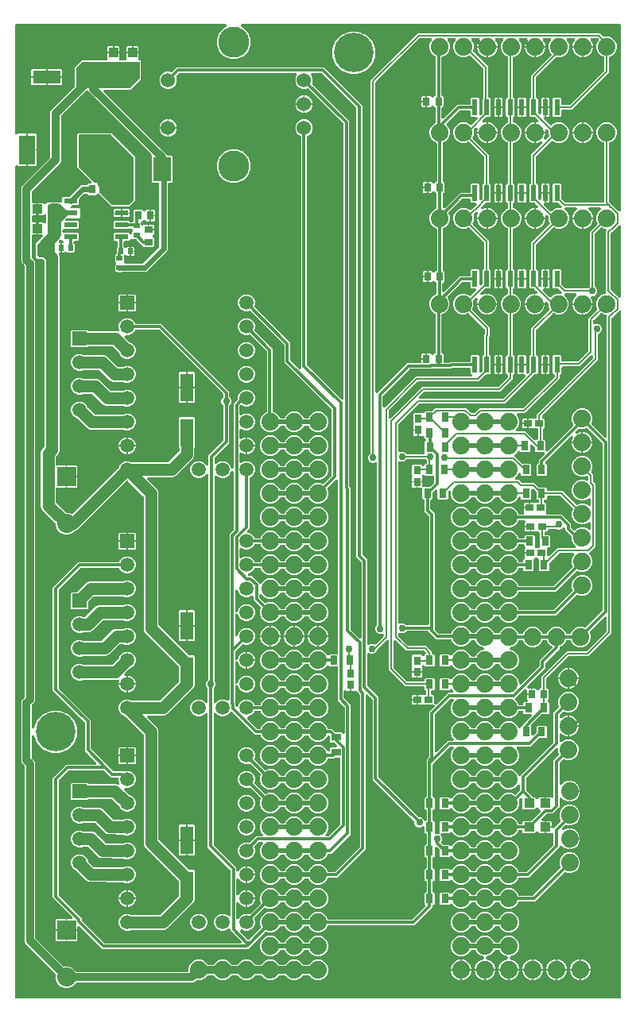
<source format=gbr>
G04 EAGLE Gerber RS-274X export*
G75*
%MOMM*%
%FSLAX34Y34*%
%LPD*%
%INTop Copper*%
%IPPOS*%
%AMOC8*
5,1,8,0,0,1.08239X$1,22.5*%
G01*
G04 Define Apertures*
%ADD10R,1.400000X3.000000*%
%ADD11R,1.100000X1.000000*%
%ADD12C,1.508000*%
%ADD13R,1.508000X1.508000*%
%ADD14C,1.879600*%
%ADD15R,2.032000X2.032000*%
%ADD16C,2.032000*%
%ADD17R,0.798700X0.973900*%
%ADD18R,0.973900X0.798700*%
%ADD19C,1.524000*%
%ADD20C,3.302000*%
%ADD21R,1.460500X0.533400*%
%ADD22R,2.400000X3.100000*%
%ADD23R,0.535100X0.644000*%
%ADD24R,1.799400X3.129200*%
%ADD25R,0.900000X0.700000*%
%ADD26R,0.700000X0.900000*%
%ADD27R,0.644000X0.535100*%
%ADD28R,1.899919X2.499359*%
%ADD29R,1.000000X1.100000*%
%ADD30R,3.000000X1.400000*%
%ADD31R,0.600000X1.700000*%
%ADD32R,1.000000X2.800000*%
%ADD33R,0.740000X0.925000*%
%ADD34R,0.925000X0.740000*%
%ADD35C,0.756400*%
%ADD36C,0.304800*%
%ADD37C,0.203200*%
%ADD38C,4.216400*%
%ADD39C,0.508000*%
%ADD40C,0.812800*%
%ADD41C,0.609600*%
%ADD42C,1.270000*%
G36*
X283550Y7741D02*
X282956Y7620D01*
X-359156Y7620D01*
X-359705Y7722D01*
X-360216Y8049D01*
X-360559Y8550D01*
X-360680Y9144D01*
X-360680Y894529D01*
X-360586Y895055D01*
X-360267Y895571D01*
X-359773Y895922D01*
X-359180Y896052D01*
X-358584Y895941D01*
X-358078Y895606D01*
X-357789Y895317D01*
X-348922Y895317D01*
X-348922Y929657D01*
X-357789Y929657D01*
X-358078Y929367D01*
X-358517Y929061D01*
X-359107Y928921D01*
X-359705Y929023D01*
X-360216Y929350D01*
X-360559Y929850D01*
X-360680Y930445D01*
X-360680Y1044956D01*
X-360578Y1045505D01*
X-360251Y1046016D01*
X-359750Y1046359D01*
X-359156Y1046480D01*
X-136756Y1046480D01*
X-136241Y1046390D01*
X-135723Y1046076D01*
X-135368Y1045584D01*
X-135233Y1044992D01*
X-135339Y1044395D01*
X-135670Y1043887D01*
X-136173Y1043548D01*
X-138176Y1042718D01*
X-143249Y1037645D01*
X-145994Y1031017D01*
X-145994Y1023843D01*
X-143249Y1017215D01*
X-138176Y1012142D01*
X-131548Y1009396D01*
X-124373Y1009396D01*
X-117745Y1012142D01*
X-112672Y1017215D01*
X-109926Y1023843D01*
X-109926Y1031017D01*
X-112672Y1037645D01*
X-117745Y1042718D01*
X-119748Y1043548D01*
X-120189Y1043828D01*
X-120548Y1044317D01*
X-120688Y1044907D01*
X-120586Y1045505D01*
X-120259Y1046016D01*
X-119759Y1046359D01*
X-119164Y1046480D01*
X282956Y1046480D01*
X283505Y1046378D01*
X284016Y1046051D01*
X284359Y1045550D01*
X284480Y1044956D01*
X284480Y848384D01*
X284386Y847858D01*
X284067Y847342D01*
X283573Y846991D01*
X282980Y846861D01*
X282384Y846972D01*
X281878Y847307D01*
X275171Y854014D01*
X274937Y854059D01*
X274431Y854394D01*
X272226Y856599D01*
X271901Y857083D01*
X271780Y857677D01*
X271780Y919122D01*
X271887Y919683D01*
X272218Y920191D01*
X272721Y920530D01*
X275427Y921651D01*
X278499Y924723D01*
X280162Y928738D01*
X280162Y933083D01*
X278499Y937097D01*
X275427Y940169D01*
X271413Y941832D01*
X267068Y941832D01*
X263053Y940169D01*
X259981Y937097D01*
X258318Y933083D01*
X258318Y928738D01*
X259981Y924723D01*
X263053Y921651D01*
X265759Y920530D01*
X266236Y920217D01*
X266579Y919716D01*
X266700Y919122D01*
X266700Y857504D01*
X266598Y856955D01*
X266271Y856444D01*
X265770Y856101D01*
X265176Y855980D01*
X225773Y855980D01*
X225201Y856091D01*
X224696Y856426D01*
X221440Y859682D01*
X221115Y860165D01*
X220994Y860759D01*
X220994Y875271D01*
X220101Y876164D01*
X212839Y876164D01*
X211946Y875271D01*
X211946Y857009D01*
X212839Y856116D01*
X217191Y856116D01*
X217763Y856005D01*
X218268Y855670D01*
X220944Y852994D01*
X221250Y852555D01*
X221390Y851965D01*
X221288Y851367D01*
X220961Y850856D01*
X220461Y850513D01*
X219867Y850392D01*
X216268Y850392D01*
X212253Y848729D01*
X210875Y847351D01*
X210414Y847035D01*
X209821Y846904D01*
X209225Y847016D01*
X208719Y847351D01*
X202556Y853514D01*
X202250Y853953D01*
X202110Y854543D01*
X202212Y855141D01*
X202539Y855652D01*
X203039Y855995D01*
X203208Y856030D01*
X203208Y865378D01*
X199446Y865378D01*
X199446Y860303D01*
X199352Y859777D01*
X199033Y859261D01*
X198539Y858910D01*
X197946Y858779D01*
X197350Y858891D01*
X196844Y859226D01*
X196440Y859630D01*
X196115Y860113D01*
X195994Y860707D01*
X195994Y875271D01*
X195002Y876263D01*
X194985Y876266D01*
X194474Y876593D01*
X194131Y877094D01*
X194010Y877688D01*
X194010Y904797D01*
X194121Y905369D01*
X194456Y905874D01*
X210165Y921583D01*
X210626Y921899D01*
X211219Y922029D01*
X211815Y921918D01*
X212161Y921689D01*
X216268Y919988D01*
X220613Y919988D01*
X224627Y921651D01*
X227699Y924723D01*
X229362Y928738D01*
X229362Y933083D01*
X227699Y937097D01*
X224627Y940169D01*
X220613Y941832D01*
X216268Y941832D01*
X212253Y940169D01*
X211058Y938974D01*
X210597Y938658D01*
X210004Y938527D01*
X209408Y938639D01*
X208902Y938974D01*
X202921Y944954D01*
X202615Y945393D01*
X202476Y945983D01*
X202578Y946581D01*
X202904Y947092D01*
X203208Y947300D01*
X203208Y956818D01*
X199446Y956818D01*
X199446Y952109D01*
X199352Y951582D01*
X199033Y951066D01*
X198539Y950715D01*
X197946Y950585D01*
X197350Y950696D01*
X196844Y951031D01*
X196440Y951435D01*
X196115Y951919D01*
X195994Y952513D01*
X195994Y966711D01*
X195002Y967703D01*
X194985Y967706D01*
X194474Y968033D01*
X194131Y968534D01*
X194010Y969128D01*
X194010Y989127D01*
X194121Y989699D01*
X194456Y990204D01*
X215234Y1010982D01*
X215717Y1011307D01*
X216311Y1011428D01*
X220613Y1011428D01*
X224627Y1013091D01*
X227699Y1016163D01*
X229362Y1020178D01*
X229362Y1024523D01*
X227699Y1028537D01*
X227090Y1029146D01*
X226784Y1029585D01*
X226644Y1030175D01*
X226746Y1030773D01*
X227073Y1031284D01*
X227573Y1031627D01*
X228167Y1031748D01*
X234113Y1031748D01*
X234639Y1031654D01*
X235155Y1031335D01*
X235506Y1030841D01*
X235637Y1030248D01*
X235525Y1029652D01*
X235190Y1029146D01*
X234581Y1028537D01*
X232918Y1024523D01*
X232918Y1023112D01*
X254762Y1023112D01*
X254762Y1024523D01*
X253099Y1028537D01*
X252490Y1029146D01*
X252184Y1029585D01*
X252044Y1030175D01*
X252146Y1030773D01*
X252473Y1031284D01*
X252973Y1031627D01*
X253567Y1031748D01*
X259429Y1031748D01*
X260001Y1031637D01*
X260506Y1031302D01*
X260548Y1031260D01*
X260864Y1030799D01*
X260994Y1030206D01*
X260883Y1029610D01*
X260548Y1029104D01*
X259981Y1028537D01*
X258318Y1024523D01*
X258318Y1020178D01*
X259981Y1016163D01*
X263053Y1013091D01*
X265759Y1011970D01*
X266236Y1011657D01*
X266579Y1011156D01*
X266700Y1010562D01*
X266700Y997672D01*
X266589Y997100D01*
X266254Y996594D01*
X230226Y960566D01*
X229743Y960241D01*
X229148Y960120D01*
X222518Y960120D01*
X221969Y960222D01*
X221458Y960549D01*
X221115Y961050D01*
X220994Y961644D01*
X220994Y966711D01*
X220101Y967604D01*
X212839Y967604D01*
X211946Y966711D01*
X211946Y948449D01*
X212839Y947556D01*
X220101Y947556D01*
X220994Y948449D01*
X220994Y953516D01*
X221096Y954065D01*
X221423Y954576D01*
X221924Y954919D01*
X222518Y955040D01*
X231884Y955040D01*
X271780Y994936D01*
X271780Y1010562D01*
X271887Y1011123D01*
X272218Y1011631D01*
X272721Y1011970D01*
X275427Y1013091D01*
X278499Y1016163D01*
X280162Y1020178D01*
X280162Y1024523D01*
X278499Y1028537D01*
X275427Y1031609D01*
X271413Y1033272D01*
X267068Y1033272D01*
X267056Y1033267D01*
X266497Y1033151D01*
X265900Y1033262D01*
X265395Y1033597D01*
X262164Y1036828D01*
X68036Y1036828D01*
X17780Y986572D01*
X17780Y589795D01*
X17669Y589223D01*
X17334Y588717D01*
X15822Y587206D01*
X15014Y585255D01*
X15014Y583145D01*
X15822Y581194D01*
X17314Y579702D01*
X19265Y578894D01*
X21375Y578894D01*
X22627Y579413D01*
X23162Y579528D01*
X23760Y579426D01*
X24271Y579099D01*
X24614Y578599D01*
X24735Y578005D01*
X24735Y406730D01*
X24623Y406158D01*
X24288Y405653D01*
X23518Y404882D01*
X22710Y402932D01*
X22710Y400821D01*
X23518Y398871D01*
X25010Y397378D01*
X26961Y396570D01*
X29071Y396570D01*
X29691Y396827D01*
X30225Y396942D01*
X30823Y396840D01*
X31334Y396514D01*
X31677Y396013D01*
X31798Y395419D01*
X31798Y394470D01*
X31687Y393898D01*
X31352Y393392D01*
X23452Y385493D01*
X22980Y385172D01*
X22387Y385046D01*
X21791Y385162D01*
X20237Y385806D01*
X18127Y385806D01*
X16237Y385023D01*
X15703Y384908D01*
X15105Y385010D01*
X14594Y385337D01*
X14251Y385837D01*
X14130Y386431D01*
X14130Y475821D01*
X9364Y480587D01*
X9039Y481070D01*
X8918Y481665D01*
X8918Y959539D01*
X-32049Y1000506D01*
X-188405Y1000506D01*
X-193140Y995771D01*
X-193612Y995450D01*
X-194205Y995325D01*
X-194801Y995441D01*
X-195992Y995934D01*
X-199629Y995934D01*
X-202990Y994542D01*
X-205562Y991970D01*
X-206954Y988609D01*
X-206954Y984971D01*
X-205562Y981610D01*
X-202990Y979038D01*
X-199629Y977646D01*
X-195992Y977646D01*
X-192631Y979038D01*
X-190059Y981610D01*
X-188666Y984971D01*
X-188666Y988609D01*
X-189160Y989800D01*
X-189276Y990359D01*
X-189164Y990955D01*
X-188829Y991461D01*
X-186326Y993964D01*
X-185843Y994289D01*
X-185249Y994410D01*
X-62021Y994410D01*
X-61495Y994316D01*
X-60979Y993997D01*
X-60628Y993503D01*
X-60497Y992910D01*
X-60609Y992314D01*
X-60691Y992189D01*
X-62174Y988609D01*
X-62174Y984971D01*
X-60782Y981610D01*
X-58210Y979038D01*
X-54849Y977646D01*
X-51212Y977646D01*
X-50021Y978139D01*
X-49462Y978255D01*
X-48866Y978144D01*
X-48360Y977809D01*
X-11284Y940733D01*
X-10959Y940250D01*
X-10838Y939656D01*
X-10838Y647787D01*
X-10932Y647261D01*
X-11251Y646745D01*
X-11745Y646394D01*
X-12338Y646264D01*
X-12934Y646375D01*
X-13440Y646710D01*
X-49536Y682806D01*
X-49862Y683289D01*
X-49982Y683884D01*
X-49982Y926337D01*
X-49876Y926898D01*
X-49545Y927406D01*
X-49042Y927745D01*
X-47851Y928238D01*
X-45279Y930810D01*
X-43886Y934171D01*
X-43886Y937809D01*
X-45279Y941170D01*
X-47851Y943742D01*
X-51212Y945134D01*
X-54849Y945134D01*
X-58210Y943742D01*
X-60782Y941170D01*
X-62174Y937809D01*
X-62174Y934171D01*
X-60782Y930810D01*
X-58210Y928238D01*
X-57019Y927745D01*
X-56542Y927431D01*
X-56199Y926931D01*
X-56078Y926337D01*
X-56078Y680134D01*
X-56172Y679607D01*
X-56491Y679091D01*
X-56986Y678740D01*
X-57578Y678610D01*
X-58174Y678721D01*
X-58680Y679056D01*
X-67372Y687748D01*
X-67697Y688231D01*
X-67818Y688826D01*
X-67818Y707129D01*
X-105380Y744691D01*
X-105701Y745163D01*
X-105826Y745756D01*
X-105711Y746351D01*
X-105236Y747497D01*
X-105236Y751103D01*
X-106616Y754434D01*
X-109166Y756984D01*
X-112497Y758364D01*
X-116103Y758364D01*
X-119434Y756984D01*
X-121984Y754434D01*
X-123364Y751103D01*
X-123364Y747497D01*
X-121984Y744166D01*
X-119434Y741616D01*
X-116103Y740236D01*
X-112497Y740236D01*
X-111351Y740711D01*
X-110793Y740826D01*
X-110196Y740715D01*
X-109691Y740380D01*
X-74360Y705050D01*
X-74035Y704567D01*
X-73914Y703972D01*
X-73914Y685669D01*
X-24068Y635824D01*
X-23743Y635340D01*
X-23622Y634746D01*
X-23622Y565698D01*
X-23733Y565127D01*
X-24068Y564621D01*
X-32195Y556494D01*
X-32667Y556173D01*
X-33260Y556048D01*
X-33856Y556164D01*
X-35928Y557022D01*
X-40273Y557022D01*
X-44287Y555359D01*
X-47359Y552287D01*
X-47849Y551105D01*
X-48162Y550628D01*
X-48662Y550285D01*
X-49257Y550164D01*
X-52343Y550164D01*
X-52904Y550271D01*
X-53412Y550602D01*
X-53751Y551105D01*
X-54241Y552287D01*
X-57313Y555359D01*
X-61328Y557022D01*
X-65673Y557022D01*
X-69687Y555359D01*
X-72759Y552287D01*
X-73249Y551105D01*
X-73562Y550628D01*
X-74062Y550285D01*
X-74657Y550164D01*
X-77743Y550164D01*
X-78304Y550271D01*
X-78812Y550602D01*
X-79151Y551105D01*
X-79641Y552287D01*
X-82713Y555359D01*
X-86728Y557022D01*
X-91073Y557022D01*
X-95087Y555359D01*
X-98159Y552287D01*
X-99822Y548273D01*
X-99822Y543928D01*
X-98159Y539913D01*
X-95087Y536841D01*
X-91073Y535178D01*
X-86728Y535178D01*
X-82713Y536841D01*
X-79641Y539913D01*
X-79151Y541095D01*
X-78838Y541572D01*
X-78338Y541915D01*
X-77743Y542036D01*
X-74657Y542036D01*
X-74096Y541929D01*
X-73588Y541598D01*
X-73249Y541095D01*
X-72759Y539913D01*
X-69687Y536841D01*
X-65673Y535178D01*
X-61328Y535178D01*
X-57313Y536841D01*
X-54241Y539913D01*
X-53751Y541095D01*
X-53438Y541572D01*
X-52938Y541915D01*
X-52343Y542036D01*
X-49257Y542036D01*
X-48696Y541929D01*
X-48188Y541598D01*
X-47849Y541095D01*
X-47359Y539913D01*
X-44287Y536841D01*
X-40273Y535178D01*
X-35928Y535178D01*
X-31913Y536841D01*
X-28841Y539913D01*
X-27178Y543928D01*
X-27178Y548273D01*
X-28141Y550597D01*
X-28257Y551156D01*
X-28145Y551752D01*
X-27810Y552258D01*
X-19460Y560608D01*
X-19021Y560914D01*
X-18431Y561054D01*
X-17833Y560952D01*
X-17322Y560625D01*
X-16979Y560125D01*
X-16859Y559530D01*
X-16859Y376218D01*
X-16961Y375668D01*
X-17288Y375157D01*
X-17788Y374814D01*
X-18383Y374694D01*
X-25477Y374694D01*
X-26303Y373867D01*
X-26753Y373556D01*
X-27344Y373421D01*
X-27942Y373528D01*
X-28450Y373858D01*
X-28789Y374361D01*
X-28841Y374487D01*
X-31913Y377559D01*
X-35928Y379222D01*
X-40273Y379222D01*
X-44287Y377559D01*
X-47359Y374487D01*
X-47849Y373305D01*
X-48162Y372828D01*
X-48662Y372485D01*
X-49257Y372364D01*
X-52343Y372364D01*
X-52904Y372471D01*
X-53412Y372802D01*
X-53751Y373305D01*
X-54241Y374487D01*
X-57313Y377559D01*
X-61328Y379222D01*
X-65673Y379222D01*
X-69687Y377559D01*
X-72759Y374487D01*
X-73249Y373305D01*
X-73562Y372828D01*
X-74062Y372485D01*
X-74657Y372364D01*
X-77743Y372364D01*
X-78304Y372471D01*
X-78812Y372802D01*
X-79151Y373305D01*
X-79641Y374487D01*
X-82713Y377559D01*
X-86728Y379222D01*
X-91073Y379222D01*
X-95087Y377559D01*
X-98159Y374487D01*
X-99822Y370473D01*
X-99822Y366128D01*
X-98159Y362113D01*
X-95087Y359041D01*
X-91073Y357378D01*
X-86728Y357378D01*
X-82713Y359041D01*
X-79641Y362113D01*
X-79151Y363295D01*
X-78838Y363772D01*
X-78338Y364115D01*
X-77743Y364236D01*
X-74657Y364236D01*
X-74096Y364129D01*
X-73588Y363798D01*
X-73249Y363295D01*
X-72759Y362113D01*
X-69687Y359041D01*
X-65673Y357378D01*
X-61328Y357378D01*
X-57313Y359041D01*
X-54241Y362113D01*
X-53751Y363295D01*
X-53438Y363772D01*
X-52938Y364115D01*
X-52343Y364236D01*
X-49257Y364236D01*
X-48696Y364129D01*
X-48188Y363798D01*
X-47849Y363295D01*
X-47359Y362113D01*
X-44287Y359041D01*
X-40273Y357378D01*
X-35928Y357378D01*
X-31913Y359041D01*
X-28841Y362113D01*
X-28789Y362239D01*
X-28492Y362698D01*
X-27998Y363049D01*
X-27405Y363179D01*
X-26809Y363068D01*
X-26303Y362733D01*
X-25477Y361907D01*
X-18383Y361907D01*
X-17833Y361804D01*
X-17322Y361477D01*
X-16979Y360977D01*
X-16859Y360383D01*
X-16859Y325809D01*
X-10055Y319006D01*
X-9729Y318523D01*
X-9609Y317928D01*
X-9609Y291538D01*
X-9702Y291011D01*
X-10021Y290495D01*
X-10516Y290144D01*
X-11108Y290014D01*
X-11704Y290125D01*
X-12210Y290460D01*
X-13549Y291800D01*
X-19626Y291800D01*
X-20198Y291911D01*
X-20703Y292246D01*
X-23605Y295148D01*
X-26522Y295148D01*
X-27083Y295255D01*
X-27591Y295586D01*
X-27930Y296089D01*
X-28841Y298287D01*
X-31913Y301359D01*
X-35928Y303022D01*
X-40273Y303022D01*
X-44287Y301359D01*
X-47359Y298287D01*
X-47849Y297105D01*
X-48162Y296628D01*
X-48662Y296285D01*
X-49257Y296164D01*
X-52343Y296164D01*
X-52904Y296271D01*
X-53412Y296602D01*
X-53751Y297105D01*
X-54241Y298287D01*
X-57313Y301359D01*
X-61328Y303022D01*
X-65673Y303022D01*
X-69687Y301359D01*
X-72759Y298287D01*
X-73249Y297105D01*
X-73562Y296628D01*
X-74062Y296285D01*
X-74657Y296164D01*
X-77743Y296164D01*
X-78304Y296271D01*
X-78812Y296602D01*
X-79151Y297105D01*
X-79641Y298287D01*
X-82713Y301359D01*
X-86728Y303022D01*
X-91073Y303022D01*
X-95087Y301359D01*
X-98159Y298287D01*
X-99070Y296089D01*
X-99383Y295612D01*
X-99883Y295269D01*
X-100478Y295148D01*
X-101980Y295148D01*
X-102552Y295259D01*
X-103058Y295594D01*
X-113298Y305834D01*
X-113604Y306273D01*
X-113743Y306863D01*
X-113642Y307461D01*
X-113315Y307972D01*
X-112814Y308315D01*
X-112764Y308326D01*
X-109166Y309816D01*
X-106616Y312366D01*
X-106141Y313511D01*
X-105828Y313988D01*
X-105328Y314331D01*
X-104733Y314452D01*
X-100478Y314452D01*
X-99917Y314345D01*
X-99409Y314014D01*
X-99070Y313511D01*
X-98159Y311313D01*
X-95087Y308241D01*
X-91073Y306578D01*
X-86728Y306578D01*
X-82713Y308241D01*
X-79641Y311313D01*
X-79151Y312495D01*
X-78838Y312972D01*
X-78338Y313315D01*
X-77743Y313436D01*
X-74657Y313436D01*
X-74096Y313329D01*
X-73588Y312998D01*
X-73249Y312495D01*
X-72759Y311313D01*
X-69687Y308241D01*
X-65673Y306578D01*
X-61328Y306578D01*
X-57313Y308241D01*
X-54241Y311313D01*
X-53751Y312495D01*
X-53438Y312972D01*
X-52938Y313315D01*
X-52343Y313436D01*
X-49257Y313436D01*
X-48696Y313329D01*
X-48188Y312998D01*
X-47849Y312495D01*
X-47359Y311313D01*
X-44287Y308241D01*
X-40273Y306578D01*
X-35928Y306578D01*
X-31913Y308241D01*
X-28841Y311313D01*
X-27178Y315328D01*
X-27178Y319673D01*
X-28841Y323687D01*
X-31913Y326759D01*
X-35928Y328422D01*
X-40273Y328422D01*
X-44287Y326759D01*
X-47359Y323687D01*
X-47849Y322505D01*
X-48162Y322028D01*
X-48662Y321685D01*
X-49257Y321564D01*
X-52343Y321564D01*
X-52904Y321671D01*
X-53412Y322002D01*
X-53751Y322505D01*
X-54241Y323687D01*
X-57313Y326759D01*
X-61328Y328422D01*
X-65673Y328422D01*
X-69687Y326759D01*
X-72759Y323687D01*
X-73249Y322505D01*
X-73562Y322028D01*
X-74062Y321685D01*
X-74657Y321564D01*
X-77743Y321564D01*
X-78304Y321671D01*
X-78812Y322002D01*
X-79151Y322505D01*
X-79641Y323687D01*
X-82713Y326759D01*
X-86728Y328422D01*
X-91073Y328422D01*
X-95087Y326759D01*
X-98159Y323687D01*
X-99070Y321489D01*
X-99383Y321012D01*
X-99883Y320669D01*
X-100478Y320548D01*
X-104733Y320548D01*
X-105294Y320655D01*
X-105802Y320986D01*
X-106141Y321489D01*
X-106616Y322634D01*
X-109166Y325184D01*
X-112497Y326564D01*
X-116103Y326564D01*
X-119434Y325184D01*
X-121984Y322634D01*
X-123132Y319863D01*
X-123412Y319421D01*
X-123901Y319063D01*
X-124491Y318923D01*
X-125089Y319025D01*
X-125600Y319352D01*
X-125943Y319852D01*
X-126064Y320446D01*
X-126064Y323196D01*
X-126291Y323533D01*
X-126412Y324128D01*
X-126412Y340794D01*
X-126322Y341309D01*
X-126008Y341828D01*
X-125516Y342183D01*
X-124924Y342317D01*
X-124327Y342211D01*
X-123819Y341880D01*
X-123480Y341377D01*
X-121984Y337766D01*
X-119434Y335216D01*
X-116103Y333836D01*
X-112497Y333836D01*
X-109166Y335216D01*
X-106616Y337766D01*
X-105236Y341097D01*
X-105236Y344703D01*
X-106616Y348034D01*
X-109166Y350584D01*
X-112497Y351964D01*
X-116103Y351964D01*
X-119434Y350584D01*
X-121984Y348034D01*
X-123480Y344423D01*
X-123760Y343981D01*
X-124249Y343622D01*
X-124839Y343483D01*
X-125437Y343585D01*
X-125948Y343911D01*
X-126291Y344412D01*
X-126412Y345006D01*
X-126412Y366194D01*
X-126322Y366709D01*
X-126008Y367228D01*
X-125516Y367583D01*
X-124924Y367717D01*
X-124327Y367611D01*
X-123819Y367280D01*
X-123480Y366777D01*
X-121984Y363166D01*
X-119434Y360616D01*
X-116103Y359236D01*
X-115062Y359236D01*
X-115062Y377364D01*
X-116103Y377364D01*
X-119434Y375984D01*
X-121984Y373434D01*
X-123480Y369823D01*
X-123760Y369381D01*
X-124249Y369022D01*
X-124839Y368883D01*
X-125437Y368985D01*
X-125948Y369311D01*
X-126291Y369812D01*
X-126412Y370406D01*
X-126412Y376646D01*
X-126301Y377218D01*
X-125966Y377724D01*
X-118909Y384780D01*
X-118437Y385101D01*
X-117844Y385226D01*
X-117249Y385111D01*
X-116103Y384636D01*
X-112497Y384636D01*
X-109166Y386016D01*
X-106616Y388566D01*
X-105236Y391897D01*
X-105236Y395503D01*
X-106616Y398834D01*
X-109166Y401384D01*
X-112497Y402764D01*
X-116103Y402764D01*
X-119434Y401384D01*
X-121984Y398834D01*
X-123480Y395223D01*
X-123760Y394781D01*
X-124249Y394422D01*
X-124839Y394283D01*
X-125437Y394385D01*
X-125948Y394711D01*
X-126291Y395212D01*
X-126412Y395806D01*
X-126412Y416994D01*
X-126322Y417509D01*
X-126008Y418028D01*
X-125516Y418383D01*
X-124924Y418517D01*
X-124327Y418411D01*
X-123819Y418080D01*
X-123480Y417577D01*
X-121984Y413966D01*
X-119434Y411416D01*
X-116103Y410036D01*
X-112497Y410036D01*
X-109166Y411416D01*
X-106616Y413966D01*
X-105236Y417297D01*
X-105236Y420903D01*
X-106616Y424234D01*
X-109166Y426784D01*
X-112497Y428164D01*
X-116103Y428164D01*
X-119434Y426784D01*
X-121984Y424234D01*
X-123480Y420623D01*
X-123760Y420181D01*
X-124249Y419822D01*
X-124839Y419683D01*
X-125437Y419785D01*
X-125948Y420111D01*
X-126291Y420612D01*
X-126412Y421206D01*
X-126412Y442394D01*
X-126322Y442909D01*
X-126008Y443428D01*
X-125516Y443783D01*
X-124924Y443917D01*
X-124327Y443811D01*
X-123819Y443480D01*
X-123480Y442977D01*
X-121984Y439366D01*
X-119434Y436816D01*
X-116103Y435436D01*
X-112497Y435436D01*
X-108956Y436903D01*
X-108923Y436926D01*
X-108333Y437066D01*
X-107735Y436964D01*
X-107224Y436637D01*
X-106881Y436137D01*
X-106760Y435542D01*
X-106760Y432649D01*
X-99242Y425131D01*
X-98921Y424659D01*
X-98796Y424066D01*
X-98912Y423471D01*
X-99822Y421272D01*
X-99822Y416928D01*
X-98159Y412913D01*
X-95087Y409841D01*
X-91073Y408178D01*
X-86728Y408178D01*
X-82713Y409841D01*
X-79641Y412913D01*
X-79151Y414095D01*
X-78838Y414572D01*
X-78338Y414915D01*
X-77743Y415036D01*
X-74657Y415036D01*
X-74096Y414929D01*
X-73588Y414598D01*
X-73249Y414095D01*
X-72759Y412913D01*
X-69687Y409841D01*
X-65673Y408178D01*
X-61328Y408178D01*
X-57313Y409841D01*
X-54241Y412913D01*
X-53751Y414095D01*
X-53438Y414572D01*
X-52938Y414915D01*
X-52343Y415036D01*
X-49257Y415036D01*
X-48696Y414929D01*
X-48188Y414598D01*
X-47849Y414095D01*
X-47359Y412913D01*
X-44287Y409841D01*
X-40273Y408178D01*
X-35928Y408178D01*
X-31913Y409841D01*
X-28841Y412913D01*
X-27178Y416928D01*
X-27178Y421273D01*
X-28841Y425287D01*
X-31913Y428359D01*
X-35928Y430022D01*
X-40273Y430022D01*
X-44287Y428359D01*
X-47359Y425287D01*
X-47849Y424105D01*
X-48162Y423628D01*
X-48662Y423285D01*
X-49257Y423164D01*
X-52343Y423164D01*
X-52904Y423271D01*
X-53412Y423602D01*
X-53751Y424105D01*
X-54241Y425287D01*
X-57313Y428359D01*
X-61328Y430022D01*
X-65673Y430022D01*
X-69687Y428359D01*
X-72759Y425287D01*
X-73249Y424105D01*
X-73562Y423628D01*
X-74062Y423285D01*
X-74657Y423164D01*
X-77743Y423164D01*
X-78304Y423271D01*
X-78812Y423602D01*
X-79151Y424105D01*
X-79641Y425287D01*
X-82713Y428359D01*
X-86728Y430022D01*
X-91072Y430022D01*
X-93271Y429112D01*
X-93829Y428996D01*
X-94426Y429107D01*
X-94931Y429442D01*
X-100218Y434728D01*
X-100543Y435211D01*
X-100664Y435806D01*
X-100664Y437139D01*
X-100570Y437665D01*
X-100251Y438181D01*
X-99757Y438532D01*
X-99164Y438663D01*
X-98568Y438551D01*
X-98062Y438216D01*
X-95087Y435241D01*
X-91073Y433578D01*
X-86728Y433578D01*
X-82713Y435241D01*
X-79641Y438313D01*
X-79151Y439495D01*
X-78838Y439972D01*
X-78338Y440315D01*
X-77743Y440436D01*
X-74657Y440436D01*
X-74096Y440329D01*
X-73588Y439998D01*
X-73249Y439495D01*
X-72759Y438313D01*
X-69687Y435241D01*
X-65673Y433578D01*
X-61328Y433578D01*
X-57313Y435241D01*
X-54241Y438313D01*
X-53751Y439495D01*
X-53438Y439972D01*
X-52938Y440315D01*
X-52343Y440436D01*
X-49257Y440436D01*
X-48696Y440329D01*
X-48188Y439998D01*
X-47849Y439495D01*
X-47359Y438313D01*
X-44287Y435241D01*
X-40273Y433578D01*
X-35928Y433578D01*
X-31913Y435241D01*
X-28841Y438313D01*
X-27178Y442328D01*
X-27178Y446673D01*
X-28841Y450687D01*
X-31913Y453759D01*
X-35928Y455422D01*
X-40273Y455422D01*
X-44287Y453759D01*
X-47359Y450687D01*
X-47849Y449505D01*
X-48162Y449028D01*
X-48662Y448685D01*
X-49257Y448564D01*
X-52343Y448564D01*
X-52904Y448671D01*
X-53412Y449002D01*
X-53751Y449505D01*
X-54241Y450687D01*
X-57313Y453759D01*
X-61328Y455422D01*
X-65673Y455422D01*
X-69687Y453759D01*
X-72759Y450687D01*
X-73249Y449505D01*
X-73562Y449028D01*
X-74062Y448685D01*
X-74657Y448564D01*
X-77743Y448564D01*
X-78304Y448671D01*
X-78812Y449002D01*
X-79151Y449505D01*
X-79641Y450687D01*
X-82713Y453759D01*
X-86728Y455422D01*
X-91073Y455422D01*
X-95087Y453759D01*
X-98159Y450687D01*
X-98178Y450642D01*
X-98474Y450183D01*
X-98969Y449832D01*
X-99561Y449701D01*
X-100158Y449813D01*
X-100663Y450148D01*
X-108652Y458136D01*
X-111354Y458136D01*
X-111869Y458226D01*
X-112388Y458540D01*
X-112742Y459032D01*
X-112877Y459624D01*
X-112771Y460221D01*
X-112440Y460729D01*
X-111937Y461068D01*
X-109166Y462216D01*
X-106616Y464766D01*
X-106141Y465911D01*
X-105828Y466388D01*
X-105328Y466731D01*
X-104733Y466852D01*
X-100478Y466852D01*
X-99917Y466745D01*
X-99409Y466414D01*
X-99070Y465911D01*
X-98159Y463713D01*
X-95087Y460641D01*
X-91073Y458978D01*
X-86728Y458978D01*
X-82713Y460641D01*
X-79641Y463713D01*
X-79151Y464895D01*
X-78838Y465372D01*
X-78338Y465715D01*
X-77743Y465836D01*
X-74657Y465836D01*
X-74096Y465729D01*
X-73588Y465398D01*
X-73249Y464895D01*
X-72759Y463713D01*
X-69687Y460641D01*
X-65673Y458978D01*
X-61328Y458978D01*
X-57313Y460641D01*
X-54241Y463713D01*
X-53751Y464895D01*
X-53438Y465372D01*
X-52938Y465715D01*
X-52343Y465836D01*
X-49257Y465836D01*
X-48696Y465729D01*
X-48188Y465398D01*
X-47849Y464895D01*
X-47359Y463713D01*
X-44287Y460641D01*
X-40273Y458978D01*
X-35928Y458978D01*
X-31913Y460641D01*
X-28841Y463713D01*
X-27178Y467728D01*
X-27178Y472073D01*
X-28841Y476087D01*
X-31913Y479159D01*
X-35928Y480822D01*
X-40273Y480822D01*
X-44287Y479159D01*
X-47359Y476087D01*
X-47849Y474905D01*
X-48162Y474428D01*
X-48662Y474085D01*
X-49257Y473964D01*
X-52343Y473964D01*
X-52904Y474071D01*
X-53412Y474402D01*
X-53751Y474905D01*
X-54241Y476087D01*
X-57313Y479159D01*
X-61328Y480822D01*
X-65673Y480822D01*
X-69687Y479159D01*
X-72759Y476087D01*
X-73249Y474905D01*
X-73562Y474428D01*
X-74062Y474085D01*
X-74657Y473964D01*
X-77743Y473964D01*
X-78304Y474071D01*
X-78812Y474402D01*
X-79151Y474905D01*
X-79641Y476087D01*
X-82713Y479159D01*
X-86728Y480822D01*
X-91073Y480822D01*
X-95087Y479159D01*
X-98159Y476087D01*
X-99070Y473889D01*
X-99383Y473412D01*
X-99883Y473069D01*
X-100478Y472948D01*
X-104733Y472948D01*
X-105294Y473055D01*
X-105802Y473386D01*
X-106141Y473889D01*
X-106616Y475034D01*
X-109166Y477584D01*
X-112497Y478964D01*
X-116103Y478964D01*
X-119644Y477497D01*
X-119677Y477474D01*
X-120267Y477334D01*
X-120865Y477436D01*
X-121376Y477763D01*
X-121719Y478263D01*
X-121840Y478858D01*
X-121840Y486342D01*
X-121746Y486869D01*
X-121427Y487385D01*
X-120933Y487736D01*
X-120340Y487866D01*
X-119744Y487755D01*
X-119701Y487726D01*
X-116103Y486236D01*
X-112497Y486236D01*
X-109166Y487616D01*
X-106616Y490166D01*
X-106141Y491311D01*
X-105828Y491788D01*
X-105328Y492131D01*
X-104733Y492252D01*
X-100478Y492252D01*
X-99917Y492145D01*
X-99409Y491814D01*
X-99070Y491311D01*
X-98159Y489113D01*
X-95087Y486041D01*
X-91073Y484378D01*
X-86728Y484378D01*
X-82713Y486041D01*
X-79641Y489113D01*
X-79151Y490295D01*
X-78838Y490772D01*
X-78338Y491115D01*
X-77743Y491236D01*
X-74657Y491236D01*
X-74096Y491129D01*
X-73588Y490798D01*
X-73249Y490295D01*
X-72759Y489113D01*
X-69687Y486041D01*
X-65673Y484378D01*
X-61328Y484378D01*
X-57313Y486041D01*
X-54241Y489113D01*
X-53751Y490295D01*
X-53438Y490772D01*
X-52938Y491115D01*
X-52343Y491236D01*
X-49257Y491236D01*
X-48696Y491129D01*
X-48188Y490798D01*
X-47849Y490295D01*
X-47359Y489113D01*
X-44287Y486041D01*
X-40273Y484378D01*
X-35928Y484378D01*
X-31913Y486041D01*
X-28841Y489113D01*
X-27178Y493128D01*
X-27178Y497473D01*
X-28841Y501487D01*
X-31913Y504559D01*
X-35928Y506222D01*
X-40273Y506222D01*
X-44287Y504559D01*
X-47359Y501487D01*
X-47849Y500305D01*
X-48162Y499828D01*
X-48662Y499485D01*
X-49257Y499364D01*
X-52343Y499364D01*
X-52904Y499471D01*
X-53412Y499802D01*
X-53751Y500305D01*
X-54241Y501487D01*
X-57313Y504559D01*
X-61328Y506222D01*
X-65673Y506222D01*
X-69687Y504559D01*
X-72759Y501487D01*
X-73249Y500305D01*
X-73562Y499828D01*
X-74062Y499485D01*
X-74657Y499364D01*
X-77743Y499364D01*
X-78304Y499471D01*
X-78812Y499802D01*
X-79151Y500305D01*
X-79641Y501487D01*
X-82713Y504559D01*
X-86728Y506222D01*
X-91073Y506222D01*
X-95087Y504559D01*
X-98159Y501487D01*
X-99070Y499289D01*
X-99383Y498812D01*
X-99883Y498469D01*
X-100478Y498348D01*
X-104733Y498348D01*
X-105294Y498455D01*
X-105802Y498786D01*
X-106141Y499289D01*
X-106616Y500434D01*
X-109166Y502984D01*
X-112706Y504451D01*
X-112747Y504458D01*
X-113263Y504777D01*
X-113614Y505271D01*
X-113744Y505864D01*
X-113633Y506460D01*
X-113298Y506966D01*
X-111252Y509011D01*
X-111252Y561933D01*
X-111145Y562494D01*
X-110814Y563002D01*
X-110311Y563341D01*
X-109166Y563816D01*
X-106616Y566366D01*
X-105236Y569697D01*
X-105236Y573303D01*
X-106616Y576634D01*
X-109166Y579184D01*
X-112497Y580564D01*
X-116103Y580564D01*
X-119644Y579097D01*
X-119677Y579074D01*
X-120267Y578934D01*
X-120865Y579036D01*
X-121376Y579363D01*
X-121719Y579863D01*
X-121840Y580458D01*
X-121840Y587942D01*
X-121746Y588469D01*
X-121427Y588985D01*
X-120933Y589336D01*
X-120340Y589466D01*
X-119744Y589355D01*
X-119701Y589326D01*
X-116103Y587836D01*
X-115062Y587836D01*
X-115062Y605964D01*
X-116103Y605964D01*
X-119644Y604497D01*
X-119677Y604474D01*
X-120267Y604334D01*
X-120865Y604436D01*
X-121376Y604763D01*
X-121719Y605263D01*
X-121840Y605858D01*
X-121840Y613342D01*
X-121746Y613869D01*
X-121427Y614385D01*
X-120933Y614736D01*
X-120340Y614866D01*
X-119744Y614755D01*
X-119701Y614726D01*
X-116103Y613236D01*
X-112497Y613236D01*
X-109166Y614616D01*
X-106616Y617166D01*
X-105236Y620497D01*
X-105236Y624103D01*
X-106616Y627434D01*
X-109166Y629984D01*
X-112497Y631364D01*
X-116103Y631364D01*
X-119644Y629897D01*
X-119677Y629874D01*
X-120267Y629734D01*
X-120865Y629836D01*
X-121376Y630163D01*
X-121719Y630663D01*
X-121840Y631258D01*
X-121840Y638742D01*
X-121746Y639269D01*
X-121427Y639785D01*
X-120933Y640136D01*
X-120340Y640266D01*
X-119744Y640155D01*
X-119701Y640126D01*
X-116103Y638636D01*
X-112497Y638636D01*
X-109166Y640016D01*
X-106616Y642566D01*
X-105236Y645897D01*
X-105236Y649503D01*
X-106616Y652834D01*
X-109166Y655384D01*
X-112497Y656764D01*
X-116103Y656764D01*
X-119434Y655384D01*
X-121984Y652834D01*
X-123364Y649503D01*
X-123364Y647122D01*
X-123475Y646550D01*
X-123810Y646044D01*
X-127905Y641949D01*
X-127945Y641921D01*
X-127936Y641875D01*
X-127936Y574446D01*
X-128026Y573931D01*
X-128340Y573412D01*
X-128832Y573058D01*
X-129424Y572923D01*
X-130021Y573029D01*
X-130529Y573360D01*
X-130868Y573863D01*
X-132016Y576634D01*
X-134566Y579184D01*
X-137897Y580564D01*
X-141503Y580564D01*
X-144834Y579184D01*
X-145908Y578110D01*
X-146347Y577804D01*
X-146937Y577664D01*
X-147535Y577766D01*
X-148046Y578093D01*
X-148389Y578593D01*
X-148510Y579188D01*
X-148510Y583638D01*
X-148399Y584210D01*
X-148064Y584715D01*
X-132704Y600075D01*
X-132704Y639445D01*
X-132593Y640017D01*
X-132258Y640523D01*
X-131254Y641527D01*
X-130868Y642458D01*
X-130588Y642900D01*
X-130497Y642967D01*
X-130507Y643014D01*
X-130446Y643328D01*
X-130446Y645588D01*
X-131254Y647538D01*
X-132258Y648542D01*
X-132583Y649025D01*
X-132704Y649620D01*
X-132704Y654674D01*
X-204978Y726948D01*
X-231733Y726948D01*
X-232294Y727055D01*
X-232802Y727386D01*
X-233141Y727889D01*
X-233616Y729034D01*
X-236166Y731584D01*
X-239497Y732964D01*
X-243103Y732964D01*
X-246434Y731584D01*
X-248984Y729034D01*
X-250364Y725703D01*
X-250364Y722097D01*
X-249832Y720812D01*
X-249717Y720290D01*
X-249814Y719691D01*
X-250137Y719177D01*
X-250634Y718830D01*
X-251228Y718705D01*
X-251823Y718821D01*
X-252434Y719074D01*
X-282107Y719074D01*
X-282679Y719185D01*
X-283185Y719520D01*
X-283929Y720264D01*
X-300271Y720264D01*
X-301164Y719371D01*
X-301164Y703029D01*
X-300271Y702136D01*
X-283929Y702136D01*
X-283185Y702880D01*
X-282702Y703205D01*
X-282107Y703326D01*
X-257893Y703326D01*
X-257321Y703215D01*
X-256815Y702880D01*
X-250388Y696453D01*
X-250058Y695959D01*
X-248984Y693366D01*
X-246434Y690816D01*
X-243103Y689436D01*
X-239497Y689436D01*
X-236166Y690816D01*
X-233616Y693366D01*
X-232236Y696697D01*
X-232236Y700303D01*
X-233616Y703634D01*
X-236166Y706184D01*
X-238759Y707258D01*
X-239253Y707588D01*
X-243899Y712234D01*
X-244205Y712673D01*
X-244344Y713263D01*
X-244243Y713861D01*
X-243916Y714372D01*
X-243416Y714715D01*
X-242821Y714836D01*
X-239497Y714836D01*
X-236166Y716216D01*
X-233616Y718766D01*
X-233141Y719911D01*
X-232828Y720388D01*
X-232328Y720731D01*
X-231733Y720852D01*
X-208135Y720852D01*
X-207563Y720741D01*
X-207057Y720406D01*
X-139246Y652595D01*
X-138921Y652112D01*
X-138800Y651517D01*
X-138800Y649620D01*
X-138911Y649048D01*
X-139246Y648542D01*
X-140250Y647538D01*
X-141058Y645588D01*
X-141058Y643477D01*
X-140250Y641527D01*
X-139246Y640523D01*
X-138921Y640040D01*
X-138800Y639445D01*
X-138800Y603231D01*
X-138911Y602659D01*
X-139246Y602154D01*
X-154606Y586794D01*
X-154606Y577504D01*
X-154700Y576977D01*
X-155019Y576461D01*
X-155513Y576110D01*
X-156106Y575980D01*
X-156702Y576091D01*
X-157208Y576426D01*
X-159966Y579184D01*
X-163297Y580564D01*
X-166903Y580564D01*
X-170234Y579184D01*
X-172784Y576634D01*
X-174164Y573303D01*
X-174164Y569697D01*
X-172784Y566366D01*
X-170234Y563816D01*
X-166903Y562436D01*
X-163297Y562436D01*
X-159966Y563816D01*
X-157208Y566574D01*
X-156769Y566880D01*
X-156179Y567020D01*
X-155581Y566918D01*
X-155070Y566591D01*
X-154727Y566091D01*
X-154606Y565496D01*
X-154606Y348748D01*
X-154713Y348187D01*
X-155044Y347679D01*
X-155293Y347511D01*
X-156898Y345906D01*
X-157706Y343955D01*
X-157706Y341845D01*
X-156898Y339894D01*
X-155894Y338891D01*
X-155569Y338407D01*
X-155448Y337813D01*
X-155448Y324346D01*
X-155542Y323819D01*
X-155861Y323303D01*
X-156355Y322952D01*
X-156948Y322822D01*
X-157544Y322933D01*
X-158050Y323268D01*
X-159966Y325184D01*
X-163297Y326564D01*
X-166903Y326564D01*
X-170234Y325184D01*
X-172784Y322634D01*
X-174164Y319303D01*
X-174164Y315697D01*
X-172784Y312366D01*
X-170234Y309816D01*
X-166903Y308436D01*
X-163297Y308436D01*
X-159966Y309816D01*
X-158050Y311732D01*
X-157611Y312038D01*
X-157021Y312178D01*
X-156423Y312076D01*
X-155912Y311749D01*
X-155569Y311249D01*
X-155448Y310654D01*
X-155448Y168918D01*
X-131731Y145202D01*
X-131406Y144719D01*
X-131285Y144124D01*
X-131285Y96983D01*
X-131379Y96456D01*
X-131698Y95940D01*
X-132192Y95589D01*
X-132785Y95459D01*
X-133381Y95570D01*
X-133887Y95905D01*
X-134566Y96584D01*
X-137897Y97964D01*
X-141503Y97964D01*
X-144834Y96584D01*
X-147384Y94034D01*
X-148764Y90703D01*
X-148764Y87097D01*
X-147384Y83766D01*
X-144834Y81216D01*
X-141503Y79836D01*
X-137897Y79836D01*
X-134566Y81216D01*
X-133887Y81895D01*
X-133448Y82201D01*
X-132858Y82341D01*
X-132260Y82239D01*
X-131749Y81912D01*
X-131406Y81412D01*
X-131285Y80817D01*
X-131285Y80339D01*
X-120095Y69150D01*
X-119789Y68711D01*
X-119650Y68121D01*
X-119751Y67523D01*
X-120078Y67012D01*
X-120579Y66669D01*
X-121173Y66548D01*
X-264806Y66548D01*
X-265378Y66659D01*
X-265884Y66994D01*
X-289368Y90478D01*
X-289693Y90961D01*
X-289814Y91556D01*
X-289814Y93165D01*
X-314006Y117357D01*
X-314331Y117840D01*
X-314452Y118434D01*
X-314452Y239406D01*
X-314341Y239978D01*
X-314006Y240484D01*
X-303984Y250506D01*
X-303501Y250831D01*
X-302906Y250952D01*
X-266559Y250952D01*
X-265987Y250841D01*
X-265482Y250506D01*
X-258612Y243636D01*
X-251888Y243636D01*
X-251339Y243533D01*
X-250828Y243206D01*
X-250485Y242706D01*
X-250364Y242112D01*
X-250364Y239497D01*
X-249727Y237959D01*
X-249612Y237437D01*
X-249709Y236838D01*
X-250032Y236325D01*
X-250530Y235978D01*
X-251123Y235852D01*
X-251718Y235968D01*
X-253013Y236505D01*
X-254568Y236474D01*
X-254597Y236474D01*
X-282107Y236474D01*
X-282679Y236585D01*
X-283185Y236920D01*
X-283929Y237664D01*
X-300271Y237664D01*
X-301164Y236771D01*
X-301164Y220429D01*
X-300271Y219536D01*
X-283929Y219536D01*
X-283185Y220280D01*
X-282702Y220605D01*
X-282107Y220726D01*
X-258291Y220726D01*
X-257747Y220626D01*
X-257235Y220300D01*
X-250315Y213646D01*
X-249964Y213130D01*
X-248984Y210766D01*
X-246434Y208216D01*
X-243103Y206836D01*
X-239497Y206836D01*
X-236166Y208216D01*
X-233616Y210766D01*
X-232236Y214097D01*
X-232236Y217703D01*
X-233616Y221034D01*
X-236166Y223584D01*
X-239000Y224758D01*
X-239473Y225068D01*
X-244200Y229614D01*
X-244527Y230073D01*
X-244667Y230663D01*
X-244565Y231261D01*
X-244238Y231772D01*
X-243738Y232115D01*
X-243144Y232236D01*
X-239497Y232236D01*
X-236166Y233616D01*
X-233616Y236166D01*
X-232236Y239497D01*
X-232236Y243103D01*
X-233616Y246434D01*
X-236166Y248984D01*
X-239497Y250364D01*
X-243103Y250364D01*
X-244606Y249741D01*
X-245165Y249626D01*
X-245761Y249737D01*
X-245848Y249795D01*
X-247223Y249733D01*
X-247292Y249732D01*
X-255455Y249732D01*
X-256027Y249843D01*
X-256533Y250178D01*
X-279716Y273361D01*
X-280041Y273844D01*
X-280162Y274438D01*
X-280162Y304628D01*
X-314006Y338471D01*
X-314331Y338954D01*
X-314452Y339549D01*
X-314452Y442606D01*
X-314341Y443178D01*
X-314006Y443684D01*
X-291284Y466406D01*
X-290801Y466731D01*
X-290206Y466852D01*
X-250867Y466852D01*
X-250306Y466745D01*
X-249798Y466414D01*
X-249459Y465911D01*
X-248984Y464766D01*
X-246434Y462216D01*
X-243103Y460836D01*
X-239497Y460836D01*
X-236166Y462216D01*
X-233616Y464766D01*
X-232236Y468097D01*
X-232236Y471703D01*
X-233616Y475034D01*
X-236166Y477584D01*
X-239497Y478964D01*
X-243103Y478964D01*
X-246434Y477584D01*
X-248984Y475034D01*
X-249459Y473889D01*
X-249772Y473412D01*
X-250272Y473069D01*
X-250867Y472948D01*
X-293363Y472948D01*
X-320548Y445763D01*
X-320548Y336392D01*
X-286704Y302549D01*
X-286379Y302066D01*
X-286258Y301471D01*
X-286258Y271282D01*
X-274626Y259650D01*
X-274320Y259211D01*
X-274180Y258621D01*
X-274282Y258023D01*
X-274609Y257512D01*
X-275109Y257169D01*
X-275703Y257048D01*
X-306063Y257048D01*
X-320548Y242563D01*
X-320548Y115278D01*
X-300036Y94766D01*
X-299730Y94327D01*
X-299590Y93737D01*
X-299692Y93139D01*
X-300019Y92628D01*
X-300519Y92285D01*
X-301113Y92164D01*
X-305308Y92164D01*
X-305308Y81242D01*
X-294386Y81242D01*
X-294386Y83196D01*
X-294292Y83723D01*
X-293973Y84239D01*
X-293479Y84590D01*
X-292886Y84720D01*
X-292290Y84609D01*
X-291784Y84274D01*
X-267963Y60452D01*
X-113037Y60452D01*
X-94931Y78558D01*
X-94459Y78879D01*
X-93866Y79004D01*
X-93271Y78888D01*
X-91072Y77978D01*
X-86728Y77978D01*
X-82713Y79641D01*
X-79641Y82713D01*
X-79151Y83895D01*
X-78838Y84372D01*
X-78338Y84715D01*
X-77743Y84836D01*
X-74657Y84836D01*
X-74096Y84729D01*
X-73588Y84398D01*
X-73249Y83895D01*
X-72759Y82713D01*
X-69687Y79641D01*
X-65673Y77978D01*
X-61328Y77978D01*
X-57313Y79641D01*
X-54241Y82713D01*
X-53751Y83895D01*
X-53438Y84372D01*
X-52938Y84715D01*
X-52343Y84836D01*
X-49257Y84836D01*
X-48696Y84729D01*
X-48188Y84398D01*
X-47849Y83895D01*
X-47359Y82713D01*
X-44287Y79641D01*
X-40273Y77978D01*
X-35928Y77978D01*
X-31913Y79641D01*
X-28841Y82713D01*
X-27930Y84911D01*
X-27617Y85388D01*
X-27117Y85731D01*
X-26522Y85852D01*
X64763Y85852D01*
X83796Y104885D01*
X83796Y106383D01*
X83898Y106932D01*
X84225Y107443D01*
X84726Y107786D01*
X85320Y107907D01*
X85373Y107907D01*
X86266Y108799D01*
X86266Y119801D01*
X85373Y120694D01*
X85320Y120694D01*
X84771Y120796D01*
X84260Y121123D01*
X83917Y121623D01*
X83796Y122218D01*
X83796Y131783D01*
X83898Y132332D01*
X84225Y132843D01*
X84726Y133186D01*
X85320Y133307D01*
X85373Y133307D01*
X86266Y134199D01*
X86266Y145201D01*
X85373Y146094D01*
X85320Y146094D01*
X84771Y146196D01*
X84260Y146523D01*
X83917Y147023D01*
X83796Y147618D01*
X83796Y157183D01*
X83898Y157732D01*
X84225Y158243D01*
X84726Y158586D01*
X85320Y158707D01*
X85373Y158707D01*
X86266Y159599D01*
X86266Y167897D01*
X86359Y168423D01*
X86678Y168939D01*
X87173Y169290D01*
X87765Y169421D01*
X88361Y169309D01*
X88867Y168974D01*
X91088Y166753D01*
X91414Y166270D01*
X91535Y165676D01*
X91535Y159599D01*
X92427Y158707D01*
X101677Y158707D01*
X102503Y159533D01*
X102953Y159844D01*
X103544Y159979D01*
X104142Y159872D01*
X104650Y159542D01*
X104989Y159039D01*
X105041Y158913D01*
X108113Y155841D01*
X112128Y154178D01*
X116473Y154178D01*
X120487Y155841D01*
X123559Y158913D01*
X124049Y160095D01*
X124362Y160572D01*
X124862Y160915D01*
X125457Y161036D01*
X128543Y161036D01*
X129104Y160929D01*
X129612Y160598D01*
X129951Y160095D01*
X130441Y158913D01*
X133513Y155841D01*
X137528Y154178D01*
X141873Y154178D01*
X145887Y155841D01*
X148959Y158913D01*
X149449Y160095D01*
X149762Y160572D01*
X150262Y160915D01*
X150857Y161036D01*
X153943Y161036D01*
X154504Y160929D01*
X155012Y160598D01*
X155351Y160095D01*
X155841Y158913D01*
X158913Y155841D01*
X162928Y154178D01*
X167273Y154178D01*
X171287Y155841D01*
X174359Y158913D01*
X176022Y162928D01*
X176022Y167273D01*
X174359Y171287D01*
X171287Y174359D01*
X167273Y176022D01*
X162928Y176022D01*
X158913Y174359D01*
X155841Y171287D01*
X155351Y170105D01*
X155038Y169628D01*
X154538Y169285D01*
X153943Y169164D01*
X150857Y169164D01*
X150296Y169271D01*
X149788Y169602D01*
X149449Y170105D01*
X148959Y171287D01*
X145887Y174359D01*
X141873Y176022D01*
X137528Y176022D01*
X133513Y174359D01*
X130441Y171287D01*
X129951Y170105D01*
X129638Y169628D01*
X129138Y169285D01*
X128543Y169164D01*
X125457Y169164D01*
X124896Y169271D01*
X124388Y169602D01*
X124049Y170105D01*
X123559Y171287D01*
X120487Y174359D01*
X116473Y176022D01*
X112128Y176022D01*
X108113Y174359D01*
X105041Y171287D01*
X104989Y171161D01*
X104692Y170702D01*
X104198Y170351D01*
X103605Y170221D01*
X103009Y170332D01*
X102503Y170667D01*
X101677Y171494D01*
X95600Y171494D01*
X95028Y171605D01*
X94523Y171940D01*
X93611Y172852D01*
X93295Y173313D01*
X93165Y173905D01*
X93276Y174501D01*
X93284Y174514D01*
X93282Y174514D01*
X94206Y176745D01*
X94206Y178855D01*
X93398Y180806D01*
X92699Y181505D01*
X92393Y181944D01*
X92253Y182534D01*
X92355Y183132D01*
X92682Y183643D01*
X93182Y183986D01*
X93777Y184107D01*
X101677Y184107D01*
X102503Y184933D01*
X102953Y185244D01*
X103544Y185379D01*
X104142Y185272D01*
X104650Y184942D01*
X104989Y184439D01*
X105041Y184313D01*
X108113Y181241D01*
X112128Y179578D01*
X116473Y179578D01*
X120487Y181241D01*
X123559Y184313D01*
X124049Y185495D01*
X124362Y185972D01*
X124862Y186315D01*
X125457Y186436D01*
X128543Y186436D01*
X129104Y186329D01*
X129612Y185998D01*
X129951Y185495D01*
X130441Y184313D01*
X133513Y181241D01*
X137528Y179578D01*
X141873Y179578D01*
X145887Y181241D01*
X148959Y184313D01*
X149449Y185495D01*
X149762Y185972D01*
X150262Y186315D01*
X150857Y186436D01*
X153943Y186436D01*
X154504Y186329D01*
X155012Y185998D01*
X155351Y185495D01*
X155841Y184313D01*
X158913Y181241D01*
X162928Y179578D01*
X167273Y179578D01*
X171287Y181241D01*
X174359Y184313D01*
X175270Y186511D01*
X175583Y186988D01*
X176083Y187331D01*
X176678Y187452D01*
X178262Y187452D01*
X178811Y187350D01*
X179322Y187023D01*
X179665Y186522D01*
X179786Y185928D01*
X179786Y184869D01*
X180678Y183976D01*
X192941Y183976D01*
X194232Y185267D01*
X194693Y185583D01*
X195285Y185713D01*
X195881Y185602D01*
X196387Y185267D01*
X197678Y183976D01*
X203048Y183976D01*
X203048Y197024D01*
X201323Y197024D01*
X200797Y197118D01*
X200281Y197437D01*
X199930Y197931D01*
X199799Y198524D01*
X199911Y199120D01*
X200246Y199626D01*
X204978Y204358D01*
X205461Y204683D01*
X206055Y204804D01*
X211835Y204804D01*
X218158Y211128D01*
X218586Y211429D01*
X218948Y211517D01*
X218948Y220397D01*
X219042Y220923D01*
X219361Y221439D01*
X219855Y221790D01*
X220448Y221921D01*
X221044Y221809D01*
X221550Y221474D01*
X223683Y219341D01*
X227698Y217678D01*
X229108Y217678D01*
X229108Y239522D01*
X227698Y239522D01*
X223683Y237859D01*
X221550Y235726D01*
X221111Y235420D01*
X220521Y235280D01*
X219923Y235382D01*
X219412Y235709D01*
X219069Y236209D01*
X218948Y236803D01*
X218948Y258456D01*
X219059Y259028D01*
X219394Y259534D01*
X222569Y262708D01*
X223041Y263029D01*
X223634Y263154D01*
X224229Y263038D01*
X226428Y262128D01*
X230773Y262128D01*
X234787Y263791D01*
X237859Y266863D01*
X239522Y270878D01*
X239522Y275223D01*
X237859Y279237D01*
X234787Y282309D01*
X230773Y283972D01*
X226428Y283972D01*
X222413Y282309D01*
X221550Y281446D01*
X221111Y281140D01*
X220521Y281000D01*
X219923Y281102D01*
X219412Y281429D01*
X219069Y281929D01*
X218948Y282523D01*
X218948Y288977D01*
X219042Y289503D01*
X219361Y290019D01*
X219855Y290370D01*
X220448Y290501D01*
X221044Y290389D01*
X221550Y290054D01*
X222413Y289191D01*
X226428Y287528D01*
X227838Y287528D01*
X227838Y309372D01*
X226428Y309372D01*
X222413Y307709D01*
X221550Y306846D01*
X221111Y306540D01*
X220521Y306400D01*
X219923Y306502D01*
X219412Y306829D01*
X219069Y307329D01*
X218948Y307923D01*
X218948Y309256D01*
X219059Y309828D01*
X219394Y310334D01*
X222569Y313508D01*
X223041Y313829D01*
X223634Y313954D01*
X224229Y313838D01*
X226428Y312928D01*
X230773Y312928D01*
X234787Y314591D01*
X237859Y317663D01*
X239522Y321678D01*
X239522Y326023D01*
X237859Y330037D01*
X234787Y333109D01*
X230773Y334772D01*
X226428Y334772D01*
X222413Y333109D01*
X219341Y330037D01*
X217678Y326023D01*
X217678Y321678D01*
X218588Y319479D01*
X218704Y318921D01*
X218593Y318324D01*
X218258Y317819D01*
X212852Y312413D01*
X212852Y281294D01*
X212741Y280722D01*
X212406Y280216D01*
X177529Y245340D01*
X177080Y245029D01*
X176488Y244894D01*
X175891Y245000D01*
X175383Y245331D01*
X175044Y245834D01*
X174359Y247487D01*
X171287Y250559D01*
X167273Y252222D01*
X162928Y252222D01*
X158913Y250559D01*
X155841Y247487D01*
X155351Y246305D01*
X155038Y245828D01*
X154538Y245485D01*
X153943Y245364D01*
X150857Y245364D01*
X150296Y245471D01*
X149788Y245802D01*
X149449Y246305D01*
X148959Y247487D01*
X145887Y250559D01*
X141873Y252222D01*
X137528Y252222D01*
X133513Y250559D01*
X130441Y247487D01*
X129951Y246305D01*
X129638Y245828D01*
X129138Y245485D01*
X128543Y245364D01*
X125457Y245364D01*
X124896Y245471D01*
X124388Y245802D01*
X124049Y246305D01*
X123559Y247487D01*
X120487Y250559D01*
X116473Y252222D01*
X112128Y252222D01*
X108113Y250559D01*
X105041Y247487D01*
X103378Y243473D01*
X103378Y239128D01*
X105041Y235113D01*
X108113Y232041D01*
X112128Y230378D01*
X116473Y230378D01*
X120487Y232041D01*
X123559Y235113D01*
X124049Y236295D01*
X124362Y236772D01*
X124862Y237115D01*
X125457Y237236D01*
X128543Y237236D01*
X129104Y237129D01*
X129612Y236798D01*
X129951Y236295D01*
X130441Y235113D01*
X133513Y232041D01*
X137528Y230378D01*
X141873Y230378D01*
X145887Y232041D01*
X148959Y235113D01*
X149449Y236295D01*
X149762Y236772D01*
X150262Y237115D01*
X150857Y237236D01*
X153943Y237236D01*
X154504Y237129D01*
X155012Y236798D01*
X155351Y236295D01*
X155841Y235113D01*
X158913Y232041D01*
X162928Y230378D01*
X167273Y230378D01*
X171287Y232041D01*
X174359Y235113D01*
X174360Y235115D01*
X174640Y235557D01*
X175129Y235915D01*
X175719Y236055D01*
X176317Y235953D01*
X176828Y235627D01*
X177171Y235126D01*
X177292Y234532D01*
X177292Y230494D01*
X177181Y229922D01*
X176846Y229416D01*
X172927Y225498D01*
X172455Y225177D01*
X171862Y225052D01*
X171267Y225168D01*
X167273Y226822D01*
X162928Y226822D01*
X158913Y225159D01*
X155841Y222087D01*
X155351Y220905D01*
X155038Y220428D01*
X154538Y220085D01*
X153943Y219964D01*
X150857Y219964D01*
X150296Y220071D01*
X149788Y220402D01*
X149449Y220905D01*
X148959Y222087D01*
X145887Y225159D01*
X141873Y226822D01*
X137528Y226822D01*
X133513Y225159D01*
X130441Y222087D01*
X129951Y220905D01*
X129638Y220428D01*
X129138Y220085D01*
X128543Y219964D01*
X125457Y219964D01*
X124896Y220071D01*
X124388Y220402D01*
X124049Y220905D01*
X123559Y222087D01*
X120487Y225159D01*
X116473Y226822D01*
X112128Y226822D01*
X108113Y225159D01*
X105041Y222087D01*
X104989Y221961D01*
X104692Y221502D01*
X104198Y221151D01*
X103605Y221021D01*
X103009Y221132D01*
X102503Y221467D01*
X101677Y222294D01*
X92427Y222294D01*
X91535Y221401D01*
X91535Y210399D01*
X92427Y209507D01*
X101677Y209507D01*
X102503Y210333D01*
X102953Y210644D01*
X103544Y210779D01*
X104142Y210672D01*
X104650Y210342D01*
X104989Y209839D01*
X105041Y209713D01*
X108113Y206641D01*
X112128Y204978D01*
X116473Y204978D01*
X120487Y206641D01*
X123559Y209713D01*
X124049Y210895D01*
X124362Y211372D01*
X124862Y211715D01*
X125457Y211836D01*
X128543Y211836D01*
X129104Y211729D01*
X129612Y211398D01*
X129951Y210895D01*
X130441Y209713D01*
X133513Y206641D01*
X137528Y204978D01*
X141873Y204978D01*
X145887Y206641D01*
X148959Y209713D01*
X149449Y210895D01*
X149762Y211372D01*
X150262Y211715D01*
X150857Y211836D01*
X153943Y211836D01*
X154504Y211729D01*
X155012Y211398D01*
X155351Y210895D01*
X155841Y209713D01*
X158913Y206641D01*
X162928Y204978D01*
X167273Y204978D01*
X171287Y206641D01*
X174359Y209713D01*
X176022Y213728D01*
X176022Y218073D01*
X175856Y218475D01*
X175740Y219033D01*
X175851Y219630D01*
X176186Y220135D01*
X177184Y221133D01*
X177623Y221439D01*
X178213Y221579D01*
X178811Y221477D01*
X179322Y221150D01*
X179665Y220650D01*
X179786Y220056D01*
X179786Y210269D01*
X180678Y209376D01*
X192941Y209376D01*
X194232Y210667D01*
X194693Y210983D01*
X195285Y211113D01*
X195881Y211002D01*
X196387Y210667D01*
X197678Y209376D01*
X197696Y209376D01*
X198222Y209282D01*
X198738Y208963D01*
X199089Y208469D01*
X199220Y207876D01*
X199108Y207280D01*
X198773Y206774D01*
X189469Y197470D01*
X188986Y197145D01*
X188392Y197024D01*
X180678Y197024D01*
X179786Y196131D01*
X179786Y195072D01*
X179683Y194523D01*
X179356Y194012D01*
X178856Y193669D01*
X178262Y193548D01*
X176678Y193548D01*
X176117Y193655D01*
X175609Y193986D01*
X175270Y194489D01*
X174359Y196687D01*
X171287Y199759D01*
X167273Y201422D01*
X162928Y201422D01*
X158913Y199759D01*
X155841Y196687D01*
X155351Y195505D01*
X155038Y195028D01*
X154538Y194685D01*
X153943Y194564D01*
X150857Y194564D01*
X150296Y194671D01*
X149788Y195002D01*
X149449Y195505D01*
X148959Y196687D01*
X145887Y199759D01*
X141873Y201422D01*
X137528Y201422D01*
X133513Y199759D01*
X130441Y196687D01*
X129951Y195505D01*
X129638Y195028D01*
X129138Y194685D01*
X128543Y194564D01*
X125457Y194564D01*
X124896Y194671D01*
X124388Y195002D01*
X124049Y195505D01*
X123559Y196687D01*
X120487Y199759D01*
X116473Y201422D01*
X112128Y201422D01*
X108113Y199759D01*
X105041Y196687D01*
X104989Y196561D01*
X104692Y196102D01*
X104198Y195751D01*
X103605Y195621D01*
X103009Y195732D01*
X102503Y196067D01*
X101677Y196894D01*
X92427Y196894D01*
X91535Y196001D01*
X91535Y184630D01*
X91432Y184081D01*
X91105Y183570D01*
X90605Y183227D01*
X90011Y183106D01*
X87790Y183106D01*
X87240Y183208D01*
X86729Y183535D01*
X86386Y184036D01*
X86266Y184630D01*
X86266Y196001D01*
X85373Y196894D01*
X85320Y196894D01*
X84771Y196996D01*
X84260Y197323D01*
X83917Y197823D01*
X83796Y198418D01*
X83796Y207983D01*
X83898Y208532D01*
X84225Y209043D01*
X84726Y209386D01*
X85320Y209507D01*
X85373Y209507D01*
X86266Y210399D01*
X86266Y221401D01*
X85373Y222294D01*
X85320Y222294D01*
X84771Y222396D01*
X84260Y222723D01*
X83917Y223223D01*
X83796Y223818D01*
X83796Y256654D01*
X83907Y257226D01*
X84242Y257732D01*
X102416Y275906D01*
X102899Y276231D01*
X103494Y276352D01*
X104827Y276352D01*
X105353Y276258D01*
X105869Y275939D01*
X106220Y275445D01*
X106351Y274852D01*
X106239Y274256D01*
X105904Y273750D01*
X105041Y272887D01*
X103378Y268873D01*
X103378Y264528D01*
X105041Y260513D01*
X108113Y257441D01*
X112128Y255778D01*
X116473Y255778D01*
X120487Y257441D01*
X123559Y260513D01*
X124049Y261695D01*
X124362Y262172D01*
X124862Y262515D01*
X125457Y262636D01*
X128543Y262636D01*
X129104Y262529D01*
X129612Y262198D01*
X129951Y261695D01*
X130441Y260513D01*
X133513Y257441D01*
X137528Y255778D01*
X141873Y255778D01*
X145887Y257441D01*
X148959Y260513D01*
X149449Y261695D01*
X149762Y262172D01*
X150262Y262515D01*
X150857Y262636D01*
X153943Y262636D01*
X154504Y262529D01*
X155012Y262198D01*
X155351Y261695D01*
X155841Y260513D01*
X158913Y257441D01*
X162928Y255778D01*
X167273Y255778D01*
X171287Y257441D01*
X174359Y260513D01*
X176022Y264528D01*
X176022Y268873D01*
X174359Y272887D01*
X173496Y273750D01*
X173190Y274189D01*
X173050Y274779D01*
X173152Y275377D01*
X173479Y275888D01*
X173979Y276231D01*
X174573Y276352D01*
X188485Y276352D01*
X197393Y285260D01*
X197876Y285586D01*
X198470Y285707D01*
X204547Y285707D01*
X205440Y286599D01*
X205440Y297601D01*
X204547Y298494D01*
X195297Y298494D01*
X194405Y297601D01*
X194405Y291524D01*
X194293Y290952D01*
X193958Y290447D01*
X191737Y288226D01*
X191298Y287920D01*
X190708Y287780D01*
X190110Y287882D01*
X189599Y288209D01*
X189256Y288709D01*
X189136Y289303D01*
X189136Y297601D01*
X189082Y297654D01*
X188766Y298115D01*
X188636Y298708D01*
X188747Y299304D01*
X189082Y299810D01*
X199933Y310660D01*
X200416Y310986D01*
X201010Y311107D01*
X207087Y311107D01*
X207980Y311999D01*
X207980Y323001D01*
X206664Y324317D01*
X206348Y324778D01*
X206217Y325370D01*
X206329Y325966D01*
X206664Y326472D01*
X207264Y327072D01*
X207264Y337335D01*
X206371Y338228D01*
X206304Y338228D01*
X205755Y338330D01*
X205244Y338657D01*
X204901Y339157D01*
X204780Y339752D01*
X204780Y347877D01*
X204891Y348449D01*
X205226Y348954D01*
X228444Y372172D01*
X228927Y372497D01*
X229521Y372618D01*
X249732Y372618D01*
X274630Y397516D01*
X274630Y732785D01*
X274741Y733357D01*
X275076Y733862D01*
X281878Y740664D01*
X282317Y740970D01*
X282907Y741110D01*
X283505Y741008D01*
X284016Y740681D01*
X284359Y740181D01*
X284480Y739587D01*
X284480Y9144D01*
X284378Y8595D01*
X284051Y8084D01*
X283550Y7741D01*
G37*
%LPC*%
G36*
X-4497Y993394D02*
X4497Y993394D01*
X12805Y996836D01*
X19164Y1003195D01*
X22606Y1011503D01*
X22606Y1020497D01*
X19164Y1028805D01*
X12805Y1035164D01*
X4497Y1038606D01*
X-4497Y1038606D01*
X-12805Y1035164D01*
X-19164Y1028805D01*
X-22606Y1020497D01*
X-22606Y1011503D01*
X-19164Y1003195D01*
X-12805Y996836D01*
X-4497Y993394D01*
G37*
G36*
X-262579Y1016701D02*
X-256817Y1016701D01*
X-256817Y1022963D01*
X-261687Y1022963D01*
X-262579Y1022070D01*
X-262579Y1016701D01*
G37*
G36*
X-242259Y1016701D02*
X-236497Y1016701D01*
X-236497Y1022963D01*
X-241367Y1022963D01*
X-242259Y1022070D01*
X-242259Y1016701D01*
G37*
G36*
X-234973Y1016701D02*
X-229211Y1016701D01*
X-229211Y1022070D01*
X-230104Y1022963D01*
X-234973Y1022963D01*
X-234973Y1016701D01*
G37*
G36*
X-255293Y1016701D02*
X-249531Y1016701D01*
X-249531Y1022070D01*
X-250424Y1022963D01*
X-255293Y1022963D01*
X-255293Y1016701D01*
G37*
G36*
X244602Y1011428D02*
X246013Y1011428D01*
X250027Y1013091D01*
X253099Y1016163D01*
X254762Y1020178D01*
X254762Y1021588D01*
X244602Y1021588D01*
X244602Y1011428D01*
G37*
G36*
X241668Y1011428D02*
X243078Y1011428D01*
X243078Y1021588D01*
X232918Y1021588D01*
X232918Y1020178D01*
X234581Y1016163D01*
X237653Y1013091D01*
X241668Y1011428D01*
G37*
G36*
X-308394Y18796D02*
X-303746Y18796D01*
X-299452Y20575D01*
X-296165Y23862D01*
X-296128Y23951D01*
X-295814Y24428D01*
X-295314Y24771D01*
X-294720Y24892D01*
X-171609Y24892D01*
X-169555Y25743D01*
X-168566Y26732D01*
X-168083Y27057D01*
X-167488Y27178D01*
X-162928Y27178D01*
X-158913Y28841D01*
X-155688Y32066D01*
X-155205Y32391D01*
X-154611Y32512D01*
X-150189Y32512D01*
X-149617Y32401D01*
X-149112Y32066D01*
X-145887Y28841D01*
X-141873Y27178D01*
X-137528Y27178D01*
X-133513Y28841D01*
X-130288Y32066D01*
X-129805Y32391D01*
X-129211Y32512D01*
X-124789Y32512D01*
X-124217Y32401D01*
X-123712Y32066D01*
X-120487Y28841D01*
X-116473Y27178D01*
X-112128Y27178D01*
X-108113Y28841D01*
X-104888Y32066D01*
X-104405Y32391D01*
X-103811Y32512D01*
X-99389Y32512D01*
X-98817Y32401D01*
X-98312Y32066D01*
X-95087Y28841D01*
X-91073Y27178D01*
X-86728Y27178D01*
X-82713Y28841D01*
X-79488Y32066D01*
X-79005Y32391D01*
X-78411Y32512D01*
X-73989Y32512D01*
X-73417Y32401D01*
X-72912Y32066D01*
X-69687Y28841D01*
X-65673Y27178D01*
X-61328Y27178D01*
X-57313Y28841D01*
X-54088Y32066D01*
X-53605Y32391D01*
X-53011Y32512D01*
X-48589Y32512D01*
X-48017Y32401D01*
X-47512Y32066D01*
X-44287Y28841D01*
X-40273Y27178D01*
X-35928Y27178D01*
X-31913Y28841D01*
X-28841Y31913D01*
X-27178Y35928D01*
X-27178Y40273D01*
X-28841Y44287D01*
X-31913Y47359D01*
X-35928Y49022D01*
X-40273Y49022D01*
X-44287Y47359D01*
X-47512Y44134D01*
X-47995Y43809D01*
X-48589Y43688D01*
X-53011Y43688D01*
X-53583Y43799D01*
X-54088Y44134D01*
X-57313Y47359D01*
X-61328Y49022D01*
X-65673Y49022D01*
X-69687Y47359D01*
X-72912Y44134D01*
X-73395Y43809D01*
X-73989Y43688D01*
X-78411Y43688D01*
X-78983Y43799D01*
X-79488Y44134D01*
X-82713Y47359D01*
X-86728Y49022D01*
X-91073Y49022D01*
X-95087Y47359D01*
X-98312Y44134D01*
X-98795Y43809D01*
X-99389Y43688D01*
X-103811Y43688D01*
X-104383Y43799D01*
X-104888Y44134D01*
X-108113Y47359D01*
X-112128Y49022D01*
X-116473Y49022D01*
X-120487Y47359D01*
X-123712Y44134D01*
X-124195Y43809D01*
X-124789Y43688D01*
X-129211Y43688D01*
X-129783Y43799D01*
X-130288Y44134D01*
X-133513Y47359D01*
X-137528Y49022D01*
X-141873Y49022D01*
X-145887Y47359D01*
X-149112Y44134D01*
X-149595Y43809D01*
X-150189Y43688D01*
X-154611Y43688D01*
X-155183Y43799D01*
X-155688Y44134D01*
X-158913Y47359D01*
X-162928Y49022D01*
X-167273Y49022D01*
X-171287Y47359D01*
X-174359Y44287D01*
X-176022Y40273D01*
X-176022Y37592D01*
X-176124Y37043D01*
X-176451Y36532D01*
X-176952Y36189D01*
X-177546Y36068D01*
X-294720Y36068D01*
X-295280Y36175D01*
X-295789Y36506D01*
X-296128Y37009D01*
X-296165Y37098D01*
X-299452Y40385D01*
X-303746Y42164D01*
X-308394Y42164D01*
X-308484Y42127D01*
X-309043Y42011D01*
X-309639Y42122D01*
X-310145Y42457D01*
X-338954Y71266D01*
X-339279Y71749D01*
X-339400Y72344D01*
X-339400Y258993D01*
X-340251Y261047D01*
X-342624Y263420D01*
X-342950Y263903D01*
X-343070Y264497D01*
X-343070Y287098D01*
X-342981Y287613D01*
X-342666Y288132D01*
X-342174Y288487D01*
X-341583Y288622D01*
X-340986Y288515D01*
X-340477Y288184D01*
X-340138Y287681D01*
X-336664Y279295D01*
X-330305Y272936D01*
X-321997Y269494D01*
X-313003Y269494D01*
X-304695Y272936D01*
X-298336Y279295D01*
X-294894Y287603D01*
X-294894Y296597D01*
X-298336Y304905D01*
X-304695Y311264D01*
X-313003Y314706D01*
X-321997Y314706D01*
X-330305Y311264D01*
X-336664Y304905D01*
X-340138Y296519D01*
X-340418Y296077D01*
X-340907Y295718D01*
X-341498Y295579D01*
X-342096Y295680D01*
X-342607Y296007D01*
X-342950Y296508D01*
X-343070Y297102D01*
X-343070Y319703D01*
X-342959Y320275D01*
X-342624Y320780D01*
X-340251Y323153D01*
X-339400Y325207D01*
X-339400Y792393D01*
X-340367Y794727D01*
X-340350Y794733D01*
X-340399Y794812D01*
X-340456Y794823D01*
X-340962Y795158D01*
X-342426Y796621D01*
X-342751Y797105D01*
X-342872Y797699D01*
X-342872Y820625D01*
X-342770Y821174D01*
X-342443Y821685D01*
X-341942Y822028D01*
X-341348Y822149D01*
X-337707Y822149D01*
X-337707Y835197D01*
X-341348Y835197D01*
X-341897Y835300D01*
X-342408Y835626D01*
X-342751Y836127D01*
X-342872Y836721D01*
X-342872Y841055D01*
X-342770Y841604D01*
X-342443Y842115D01*
X-341942Y842458D01*
X-341348Y842579D01*
X-337527Y842579D01*
X-337527Y855627D01*
X-341348Y855627D01*
X-341897Y855730D01*
X-342408Y856056D01*
X-342751Y856557D01*
X-342872Y857151D01*
X-342872Y867794D01*
X-342761Y868366D01*
X-342426Y868872D01*
X-312763Y898535D01*
X-311912Y900589D01*
X-311912Y948284D01*
X-311801Y948856D01*
X-311466Y949362D01*
X-285142Y975685D01*
X-284692Y975996D01*
X-284101Y976131D01*
X-283504Y976025D01*
X-282995Y975694D01*
X-282656Y975191D01*
X-282383Y974530D01*
X-215177Y907324D01*
X-214861Y906863D01*
X-214730Y906270D01*
X-214842Y905674D01*
X-215176Y905168D01*
X-215445Y904900D01*
X-215445Y878643D01*
X-214553Y877751D01*
X-208808Y877751D01*
X-208259Y877648D01*
X-207748Y877321D01*
X-207405Y876821D01*
X-207284Y876227D01*
X-207284Y809486D01*
X-207395Y808914D01*
X-207730Y808408D01*
X-224294Y791844D01*
X-224777Y791519D01*
X-225372Y791398D01*
X-243232Y791398D01*
X-243781Y791501D01*
X-244292Y791827D01*
X-244635Y792328D01*
X-244756Y792922D01*
X-244756Y798984D01*
X-244662Y799511D01*
X-244343Y800027D01*
X-243849Y800378D01*
X-243256Y800508D01*
X-242660Y800397D01*
X-242154Y800062D01*
X-241587Y799495D01*
X-239042Y799495D01*
X-239042Y808983D01*
X-241587Y808983D01*
X-242278Y808292D01*
X-242739Y807976D01*
X-243331Y807846D01*
X-243927Y807957D01*
X-244433Y808292D01*
X-244936Y808795D01*
X-245262Y809278D01*
X-245382Y809873D01*
X-245382Y813764D01*
X-245280Y814313D01*
X-244953Y814824D01*
X-244453Y815167D01*
X-243858Y815288D01*
X-239323Y815288D01*
X-238430Y816180D01*
X-238430Y816550D01*
X-238337Y817076D01*
X-238018Y817592D01*
X-237523Y817943D01*
X-236931Y818073D01*
X-236334Y817962D01*
X-235829Y817627D01*
X-235252Y817050D01*
X-232143Y817050D01*
X-231571Y816939D01*
X-231065Y816604D01*
X-225366Y810905D01*
X-225041Y810422D01*
X-224994Y810191D01*
X-224027Y809225D01*
X-213765Y809225D01*
X-212872Y810117D01*
X-212872Y818380D01*
X-214163Y819671D01*
X-214479Y820132D01*
X-214609Y820724D01*
X-214498Y821321D01*
X-214163Y821826D01*
X-212872Y823117D01*
X-212872Y826487D01*
X-219658Y826487D01*
X-219658Y832273D01*
X-224027Y832273D01*
X-224055Y832245D01*
X-224494Y831939D01*
X-225084Y831799D01*
X-225682Y831901D01*
X-226193Y832228D01*
X-226536Y832728D01*
X-226656Y833323D01*
X-226656Y834791D01*
X-226554Y835340D01*
X-226227Y835851D01*
X-225727Y836194D01*
X-225473Y836245D01*
X-224113Y837606D01*
X-223652Y837922D01*
X-223060Y838052D01*
X-222463Y837941D01*
X-221958Y837606D01*
X-220667Y836315D01*
X-217297Y836315D01*
X-217297Y848363D01*
X-220667Y848363D01*
X-221958Y847072D01*
X-222419Y846755D01*
X-223011Y846625D01*
X-223607Y846737D01*
X-224113Y847072D01*
X-225404Y848363D01*
X-233667Y848363D01*
X-234559Y847470D01*
X-234559Y836923D01*
X-234671Y836351D01*
X-235006Y835845D01*
X-235178Y835673D01*
X-235661Y835347D01*
X-236255Y835227D01*
X-237549Y835227D01*
X-238121Y835338D01*
X-238627Y835673D01*
X-239323Y836370D01*
X-255191Y836370D01*
X-256083Y835477D01*
X-256083Y828880D01*
X-255191Y827988D01*
X-239323Y827988D01*
X-238746Y828565D01*
X-238307Y828871D01*
X-237717Y829010D01*
X-237119Y828909D01*
X-236608Y828582D01*
X-236553Y828502D01*
X-235454Y827402D01*
X-235138Y826941D01*
X-235008Y826349D01*
X-235119Y825753D01*
X-235454Y825247D01*
X-236144Y824556D01*
X-236144Y824170D01*
X-236238Y823643D01*
X-236557Y823127D01*
X-237052Y822776D01*
X-237644Y822646D01*
X-238240Y822758D01*
X-238746Y823093D01*
X-239323Y823670D01*
X-255191Y823670D01*
X-256083Y822777D01*
X-256083Y816180D01*
X-255191Y815288D01*
X-253002Y815288D01*
X-252453Y815185D01*
X-251942Y814858D01*
X-251599Y814358D01*
X-251478Y813764D01*
X-251478Y809873D01*
X-251590Y809301D01*
X-251925Y808795D01*
X-252630Y808090D01*
X-252630Y802166D01*
X-252741Y801594D01*
X-253076Y801088D01*
X-254244Y799920D01*
X-254244Y793307D01*
X-253553Y792616D01*
X-253237Y792155D01*
X-253107Y791563D01*
X-253218Y790967D01*
X-253553Y790461D01*
X-254244Y789770D01*
X-254244Y783157D01*
X-253351Y782264D01*
X-251612Y782264D01*
X-251029Y782148D01*
X-250409Y781892D01*
X-248591Y781892D01*
X-247995Y782138D01*
X-247412Y782254D01*
X-221937Y782254D01*
X-220257Y782950D01*
X-198836Y804371D01*
X-198140Y806052D01*
X-198140Y876227D01*
X-198037Y876776D01*
X-197711Y877287D01*
X-197210Y877630D01*
X-196616Y877751D01*
X-194291Y877751D01*
X-193398Y878643D01*
X-193398Y904900D01*
X-194291Y905792D01*
X-197902Y905792D01*
X-198463Y905899D01*
X-198971Y906230D01*
X-199310Y906733D01*
X-199684Y907637D01*
X-266151Y974103D01*
X-266457Y974542D01*
X-266596Y975132D01*
X-266494Y975730D01*
X-266168Y976241D01*
X-265667Y976584D01*
X-265073Y976705D01*
X-238337Y976705D01*
X-238030Y976730D01*
X-237792Y976789D01*
X-237566Y976886D01*
X-237350Y977023D01*
X-237161Y977188D01*
X-227082Y987267D01*
X-226882Y987502D01*
X-226755Y987712D01*
X-226664Y987941D01*
X-226609Y988190D01*
X-226591Y988441D01*
X-226591Y1006107D01*
X-226616Y1006414D01*
X-226676Y1006652D01*
X-226772Y1006878D01*
X-226905Y1007086D01*
X-227068Y1007269D01*
X-227260Y1007424D01*
X-227473Y1007545D01*
X-227704Y1007631D01*
X-227980Y1007685D01*
X-228748Y1008086D01*
X-229091Y1008586D01*
X-229211Y1009180D01*
X-229211Y1015177D01*
X-242259Y1015177D01*
X-242259Y1009217D01*
X-242362Y1008667D01*
X-242689Y1008156D01*
X-243189Y1007813D01*
X-243783Y1007693D01*
X-248007Y1007693D01*
X-248557Y1007795D01*
X-249068Y1008122D01*
X-249411Y1008622D01*
X-249531Y1009217D01*
X-249531Y1015177D01*
X-262579Y1015177D01*
X-262579Y1009217D01*
X-262682Y1008667D01*
X-263009Y1008156D01*
X-263509Y1007813D01*
X-264103Y1007693D01*
X-289014Y1007693D01*
X-289321Y1007668D01*
X-289559Y1007609D01*
X-289785Y1007512D01*
X-290000Y1007374D01*
X-290190Y1007209D01*
X-296459Y1000940D01*
X-296659Y1000705D01*
X-296786Y1000495D01*
X-296877Y1000266D01*
X-296932Y1000017D01*
X-296949Y999767D01*
X-296949Y980314D01*
X-297061Y979743D01*
X-297396Y979237D01*
X-322237Y954395D01*
X-323088Y952341D01*
X-323088Y904646D01*
X-323199Y904074D01*
X-323534Y903568D01*
X-353197Y873905D01*
X-354048Y871851D01*
X-354048Y793642D01*
X-353197Y791588D01*
X-351022Y789413D01*
X-350697Y788930D01*
X-350576Y788335D01*
X-350576Y329265D01*
X-350687Y328693D01*
X-351022Y328187D01*
X-353396Y325814D01*
X-354246Y323760D01*
X-354246Y260440D01*
X-353396Y258386D01*
X-351022Y256013D01*
X-350697Y255530D01*
X-350576Y254935D01*
X-350576Y68287D01*
X-349725Y66233D01*
X-318047Y34555D01*
X-317726Y34083D01*
X-317601Y33489D01*
X-317717Y32894D01*
X-317754Y32804D01*
X-317754Y28156D01*
X-315975Y23862D01*
X-312688Y20575D01*
X-308394Y18796D01*
G37*
G36*
X-326283Y990727D02*
X-310521Y990727D01*
X-310521Y997596D01*
X-311414Y998489D01*
X-326283Y998489D01*
X-326283Y990727D01*
G37*
G36*
X-343569Y990727D02*
X-327807Y990727D01*
X-327807Y998489D01*
X-342677Y998489D01*
X-343569Y997596D01*
X-343569Y990727D01*
G37*
G36*
X-342677Y981441D02*
X-327807Y981441D01*
X-327807Y989203D01*
X-343569Y989203D01*
X-343569Y982334D01*
X-342677Y981441D01*
G37*
G36*
X-326283Y981441D02*
X-311414Y981441D01*
X-310521Y982334D01*
X-310521Y989203D01*
X-326283Y989203D01*
X-326283Y981441D01*
G37*
G36*
X-52268Y962152D02*
X-43886Y962152D01*
X-43886Y963209D01*
X-45279Y966570D01*
X-47851Y969142D01*
X-51212Y970534D01*
X-52268Y970534D01*
X-52268Y962152D01*
G37*
G36*
X-62174Y962152D02*
X-53792Y962152D01*
X-53792Y970534D01*
X-54849Y970534D01*
X-58210Y969142D01*
X-60782Y966570D01*
X-62174Y963209D01*
X-62174Y962152D01*
G37*
G36*
X199446Y958342D02*
X203208Y958342D01*
X203208Y967604D01*
X200339Y967604D01*
X199446Y966711D01*
X199446Y958342D01*
G37*
G36*
X204732Y958342D02*
X208494Y958342D01*
X208494Y966711D01*
X207601Y967604D01*
X204732Y967604D01*
X204732Y958342D01*
G37*
G36*
X-54849Y952246D02*
X-53792Y952246D01*
X-53792Y960628D01*
X-62174Y960628D01*
X-62174Y959571D01*
X-60782Y956210D01*
X-58210Y953638D01*
X-54849Y952246D01*
G37*
G36*
X-52268Y952246D02*
X-51212Y952246D01*
X-47851Y953638D01*
X-45279Y956210D01*
X-43886Y959571D01*
X-43886Y960628D01*
X-52268Y960628D01*
X-52268Y952246D01*
G37*
G36*
X204732Y947556D02*
X207601Y947556D01*
X208494Y948449D01*
X208494Y956818D01*
X204732Y956818D01*
X204732Y947556D01*
G37*
G36*
X-197048Y936752D02*
X-188666Y936752D01*
X-188666Y937809D01*
X-190059Y941170D01*
X-192631Y943742D01*
X-195992Y945134D01*
X-197048Y945134D01*
X-197048Y936752D01*
G37*
G36*
X-206954Y936752D02*
X-198572Y936752D01*
X-198572Y945134D01*
X-199629Y945134D01*
X-202990Y943742D01*
X-205562Y941170D01*
X-206954Y937809D01*
X-206954Y936752D01*
G37*
G36*
X232918Y931672D02*
X243078Y931672D01*
X243078Y941832D01*
X241668Y941832D01*
X237653Y940169D01*
X234581Y937097D01*
X232918Y933083D01*
X232918Y931672D01*
G37*
G36*
X244602Y931672D02*
X254762Y931672D01*
X254762Y933083D01*
X253099Y937097D01*
X250027Y940169D01*
X246013Y941832D01*
X244602Y941832D01*
X244602Y931672D01*
G37*
G36*
X-197048Y926846D02*
X-195992Y926846D01*
X-192631Y928238D01*
X-190059Y930810D01*
X-188666Y934171D01*
X-188666Y935228D01*
X-197048Y935228D01*
X-197048Y926846D01*
G37*
G36*
X-199629Y926846D02*
X-198572Y926846D01*
X-198572Y935228D01*
X-206954Y935228D01*
X-206954Y934171D01*
X-205562Y930810D01*
X-202990Y928238D01*
X-199629Y926846D01*
G37*
G36*
X-243103Y79836D02*
X-239497Y79836D01*
X-236904Y80910D01*
X-236321Y81026D01*
X-201634Y81026D01*
X-198740Y82225D01*
X-171125Y109840D01*
X-170477Y111404D01*
X-170147Y111898D01*
X-169276Y112769D01*
X-169276Y144031D01*
X-170169Y144924D01*
X-175067Y144924D01*
X-175639Y145035D01*
X-176145Y145370D01*
X-207580Y176805D01*
X-207905Y177288D01*
X-208026Y177883D01*
X-208026Y293666D01*
X-209225Y296560D01*
X-219689Y307024D01*
X-219995Y307463D01*
X-220134Y308053D01*
X-220033Y308651D01*
X-219706Y309162D01*
X-219206Y309505D01*
X-218611Y309626D01*
X-201634Y309626D01*
X-198740Y310825D01*
X-171125Y338440D01*
X-170477Y340004D01*
X-170147Y340498D01*
X-169276Y341369D01*
X-169276Y372631D01*
X-170169Y373524D01*
X-175067Y373524D01*
X-175639Y373635D01*
X-176145Y373970D01*
X-207580Y405405D01*
X-207905Y405888D01*
X-208026Y406483D01*
X-208026Y547666D01*
X-209225Y550560D01*
X-219689Y561024D01*
X-219995Y561463D01*
X-220134Y562053D01*
X-220033Y562651D01*
X-219706Y563162D01*
X-219206Y563505D01*
X-218611Y563626D01*
X-192744Y563626D01*
X-189850Y564825D01*
X-171125Y583550D01*
X-169926Y586444D01*
X-169926Y594087D01*
X-169815Y594659D01*
X-169480Y595165D01*
X-169276Y595369D01*
X-169276Y626631D01*
X-170169Y627524D01*
X-185431Y627524D01*
X-186324Y626631D01*
X-186324Y595369D01*
X-186120Y595165D01*
X-185795Y594682D01*
X-185674Y594087D01*
X-185674Y591903D01*
X-185785Y591331D01*
X-186120Y590825D01*
X-197125Y579820D01*
X-197608Y579495D01*
X-198203Y579374D01*
X-236321Y579374D01*
X-236904Y579490D01*
X-239497Y580564D01*
X-243103Y580564D01*
X-246434Y579184D01*
X-248984Y576634D01*
X-250058Y574042D01*
X-250388Y573547D01*
X-299197Y524738D01*
X-299669Y524417D01*
X-300263Y524292D01*
X-300858Y524408D01*
X-303746Y525604D01*
X-305987Y525604D01*
X-306559Y525715D01*
X-307065Y526050D01*
X-317054Y536039D01*
X-317379Y536522D01*
X-317500Y537117D01*
X-317500Y550712D01*
X-317398Y551261D01*
X-317071Y551772D01*
X-316570Y552115D01*
X-315976Y552236D01*
X-306832Y552236D01*
X-306832Y575604D01*
X-315976Y575604D01*
X-316525Y575706D01*
X-317036Y576033D01*
X-317379Y576534D01*
X-317500Y577128D01*
X-317500Y584879D01*
X-317389Y585451D01*
X-317054Y585956D01*
X-314889Y588121D01*
X-313690Y591015D01*
X-313690Y799380D01*
X-314443Y801197D01*
X-314558Y801732D01*
X-314456Y802330D01*
X-314129Y802841D01*
X-313629Y803184D01*
X-313035Y803305D01*
X-312692Y803305D01*
X-312692Y812793D01*
X-312787Y812793D01*
X-313314Y812886D01*
X-313830Y813205D01*
X-314181Y813700D01*
X-314311Y814292D01*
X-314200Y814889D01*
X-313865Y815394D01*
X-312900Y816359D01*
X-312439Y816675D01*
X-311846Y816805D01*
X-311250Y816694D01*
X-310744Y816359D01*
X-309779Y815394D01*
X-309473Y814955D01*
X-309334Y814365D01*
X-309435Y813767D01*
X-309762Y813256D01*
X-310263Y812913D01*
X-310857Y812793D01*
X-311168Y812793D01*
X-311168Y803305D01*
X-308624Y803305D01*
X-307933Y803995D01*
X-307472Y804311D01*
X-306880Y804441D01*
X-306283Y804330D01*
X-305778Y803995D01*
X-305087Y803305D01*
X-298474Y803305D01*
X-297581Y804197D01*
X-297581Y811900D01*
X-298286Y812605D01*
X-298612Y813088D01*
X-298732Y813683D01*
X-298732Y813764D01*
X-298630Y814313D01*
X-298303Y814824D01*
X-297803Y815167D01*
X-297208Y815288D01*
X-293805Y815288D01*
X-292912Y816180D01*
X-292912Y822777D01*
X-293805Y823670D01*
X-308887Y823670D01*
X-309437Y823772D01*
X-309948Y824099D01*
X-310291Y824599D01*
X-310411Y825194D01*
X-310411Y826464D01*
X-310309Y827013D01*
X-309982Y827524D01*
X-309482Y827867D01*
X-308887Y827988D01*
X-293805Y827988D01*
X-292912Y828880D01*
X-292912Y835477D01*
X-293805Y836370D01*
X-305720Y836370D01*
X-306247Y836463D01*
X-306763Y836782D01*
X-307114Y837277D01*
X-307244Y837869D01*
X-307133Y838466D01*
X-306798Y838971D01*
X-306671Y839098D01*
X-306187Y839424D01*
X-305593Y839545D01*
X-292947Y839545D01*
X-292640Y839570D01*
X-292402Y839629D01*
X-292176Y839726D01*
X-291968Y839858D01*
X-291785Y840021D01*
X-291630Y840213D01*
X-291509Y840427D01*
X-291423Y840657D01*
X-291372Y840917D01*
X-291361Y841111D01*
X-291361Y848627D01*
X-291386Y848934D01*
X-291446Y849172D01*
X-291542Y849398D01*
X-291675Y849606D01*
X-291838Y849789D01*
X-292030Y849944D01*
X-292243Y850065D01*
X-292474Y850151D01*
X-292734Y850202D01*
X-292928Y850213D01*
X-299913Y850213D01*
X-300428Y850302D01*
X-300947Y850617D01*
X-301302Y851109D01*
X-301437Y851700D01*
X-301330Y852297D01*
X-300999Y852806D01*
X-300496Y853145D01*
X-300190Y853272D01*
X-299607Y853388D01*
X-293805Y853388D01*
X-292912Y854280D01*
X-292912Y859308D01*
X-292801Y859880D01*
X-292466Y860386D01*
X-287592Y865260D01*
X-287108Y865586D01*
X-286514Y865707D01*
X-284600Y865707D01*
X-284028Y865595D01*
X-283522Y865260D01*
X-282517Y864255D01*
X-274254Y864255D01*
X-273188Y865321D01*
X-272727Y865637D01*
X-272135Y865767D01*
X-271538Y865656D01*
X-271033Y865321D01*
X-258447Y852735D01*
X-258212Y852535D01*
X-258002Y852408D01*
X-257773Y852317D01*
X-257524Y852262D01*
X-257273Y852245D01*
X-239607Y852245D01*
X-239300Y852270D01*
X-239062Y852329D01*
X-238836Y852426D01*
X-238620Y852563D01*
X-238431Y852728D01*
X-233432Y857727D01*
X-233232Y857962D01*
X-233105Y858172D01*
X-233014Y858401D01*
X-232959Y858650D01*
X-232941Y858901D01*
X-232941Y904507D01*
X-232966Y904814D01*
X-233026Y905052D01*
X-233122Y905278D01*
X-233260Y905494D01*
X-233425Y905683D01*
X-257474Y929733D01*
X-257709Y929932D01*
X-257919Y930059D01*
X-258148Y930150D01*
X-258397Y930205D01*
X-258647Y930223D01*
X-292824Y930223D01*
X-293131Y930198D01*
X-293369Y930139D01*
X-293595Y930042D01*
X-293803Y929909D01*
X-293986Y929746D01*
X-294140Y929554D01*
X-294262Y929341D01*
X-294348Y929110D01*
X-294398Y928850D01*
X-294409Y928656D01*
X-294409Y894470D01*
X-294384Y894163D01*
X-294325Y893925D01*
X-294228Y893699D01*
X-294091Y893484D01*
X-293926Y893294D01*
X-279536Y878904D01*
X-279230Y878465D01*
X-279091Y877875D01*
X-279192Y877277D01*
X-279519Y876766D01*
X-280020Y876423D01*
X-280614Y876303D01*
X-282517Y876303D01*
X-283522Y875297D01*
X-284006Y874971D01*
X-284600Y874851D01*
X-289948Y874851D01*
X-291629Y874155D01*
X-303567Y862216D01*
X-304051Y861890D01*
X-304645Y861770D01*
X-309673Y861770D01*
X-310565Y860877D01*
X-310565Y857864D01*
X-310657Y857344D01*
X-310973Y856826D01*
X-311467Y856473D01*
X-312058Y856341D01*
X-312655Y856449D01*
X-312758Y856490D01*
X-313007Y856545D01*
X-313257Y856563D01*
X-325844Y856563D01*
X-326151Y856538D01*
X-326389Y856479D01*
X-326615Y856382D01*
X-326823Y856249D01*
X-327006Y856086D01*
X-327160Y855894D01*
X-327282Y855681D01*
X-327377Y855424D01*
X-327695Y854912D01*
X-328189Y854561D01*
X-328782Y854430D01*
X-329378Y854542D01*
X-329884Y854877D01*
X-330634Y855627D01*
X-336003Y855627D01*
X-336003Y842579D01*
X-330634Y842579D01*
X-330031Y843182D01*
X-329592Y843488D01*
X-329002Y843628D01*
X-328404Y843526D01*
X-327893Y843199D01*
X-327550Y842699D01*
X-327429Y842105D01*
X-327429Y835492D01*
X-327523Y834965D01*
X-327842Y834449D01*
X-328337Y834098D01*
X-328929Y833968D01*
X-329525Y834079D01*
X-330031Y834414D01*
X-330814Y835197D01*
X-336183Y835197D01*
X-336183Y822149D01*
X-332879Y822149D01*
X-332353Y822055D01*
X-331837Y821737D01*
X-331486Y821242D01*
X-331356Y820649D01*
X-331467Y820053D01*
X-331802Y819547D01*
X-338369Y812980D01*
X-338569Y812745D01*
X-338696Y812535D01*
X-338787Y812306D01*
X-338842Y812057D01*
X-338859Y811807D01*
X-338859Y797950D01*
X-338834Y797643D01*
X-338775Y797405D01*
X-338678Y797179D01*
X-338599Y797054D01*
X-338500Y796742D01*
X-338221Y796651D01*
X-337977Y796512D01*
X-337747Y796426D01*
X-337487Y796376D01*
X-337293Y796365D01*
X-331881Y796365D01*
X-331309Y796253D01*
X-330804Y795918D01*
X-329884Y794999D01*
X-329559Y794516D01*
X-329438Y793921D01*
X-329438Y596474D01*
X-329549Y595902D01*
X-329884Y595397D01*
X-332049Y593232D01*
X-333248Y590338D01*
X-333248Y531658D01*
X-332049Y528764D01*
X-318200Y514915D01*
X-317875Y514432D01*
X-317754Y513837D01*
X-317754Y511596D01*
X-315975Y507302D01*
X-312688Y504015D01*
X-308394Y502236D01*
X-303746Y502236D01*
X-299452Y504015D01*
X-297710Y505756D01*
X-297216Y506087D01*
X-294420Y507245D01*
X-242378Y559287D01*
X-241917Y559603D01*
X-241324Y559733D01*
X-240728Y559622D01*
X-240222Y559287D01*
X-224220Y543285D01*
X-223895Y542802D01*
X-223774Y542207D01*
X-223774Y401024D01*
X-222575Y398130D01*
X-186770Y362325D01*
X-186445Y361842D01*
X-186324Y361247D01*
X-186324Y346143D01*
X-186435Y345571D01*
X-186770Y345065D01*
X-206015Y325820D01*
X-206498Y325495D01*
X-207093Y325374D01*
X-236321Y325374D01*
X-236904Y325490D01*
X-239497Y326564D01*
X-243103Y326564D01*
X-246434Y325184D01*
X-248984Y322634D01*
X-250364Y319303D01*
X-250364Y315697D01*
X-248984Y312366D01*
X-246434Y309816D01*
X-243842Y308742D01*
X-243347Y308412D01*
X-224220Y289285D01*
X-223895Y288802D01*
X-223774Y288207D01*
X-223774Y172424D01*
X-222575Y169530D01*
X-186770Y133725D01*
X-186445Y133242D01*
X-186324Y132647D01*
X-186324Y117543D01*
X-186435Y116971D01*
X-186770Y116465D01*
X-206015Y97220D01*
X-206498Y96895D01*
X-207093Y96774D01*
X-236321Y96774D01*
X-236904Y96890D01*
X-239497Y97964D01*
X-243103Y97964D01*
X-246434Y96584D01*
X-248984Y94034D01*
X-250364Y90703D01*
X-250364Y87097D01*
X-248984Y83766D01*
X-246434Y81216D01*
X-243103Y79836D01*
G37*
G36*
X241668Y919988D02*
X243078Y919988D01*
X243078Y930148D01*
X232918Y930148D01*
X232918Y928738D01*
X234581Y924723D01*
X237653Y921651D01*
X241668Y919988D01*
G37*
G36*
X244602Y919988D02*
X246013Y919988D01*
X250027Y921651D01*
X253099Y924723D01*
X254762Y928738D01*
X254762Y930148D01*
X244602Y930148D01*
X244602Y919988D01*
G37*
G36*
X-347398Y913249D02*
X-337639Y913249D01*
X-337639Y928764D01*
X-338532Y929657D01*
X-347398Y929657D01*
X-347398Y913249D01*
G37*
G36*
X-131548Y877316D02*
X-124373Y877316D01*
X-117745Y880062D01*
X-112672Y885135D01*
X-109926Y891763D01*
X-109926Y898937D01*
X-112672Y905565D01*
X-117745Y910638D01*
X-124373Y913384D01*
X-131548Y913384D01*
X-138176Y910638D01*
X-143249Y905565D01*
X-145994Y898937D01*
X-145994Y891763D01*
X-143249Y885135D01*
X-138176Y880062D01*
X-131548Y877316D01*
G37*
G36*
X-347398Y895317D02*
X-338532Y895317D01*
X-337639Y896209D01*
X-337639Y911725D01*
X-347398Y911725D01*
X-347398Y895317D01*
G37*
G36*
X204732Y866902D02*
X208494Y866902D01*
X208494Y875271D01*
X207601Y876164D01*
X204732Y876164D01*
X204732Y866902D01*
G37*
G36*
X199446Y866902D02*
X203208Y866902D01*
X203208Y876164D01*
X200339Y876164D01*
X199446Y875271D01*
X199446Y866902D01*
G37*
G36*
X204732Y856116D02*
X207601Y856116D01*
X208494Y857009D01*
X208494Y865378D01*
X204732Y865378D01*
X204732Y856116D01*
G37*
G36*
X-246495Y845641D02*
X-238430Y845641D01*
X-238430Y848177D01*
X-239323Y849070D01*
X-246495Y849070D01*
X-246495Y845641D01*
G37*
G36*
X-256083Y845641D02*
X-248019Y845641D01*
X-248019Y849070D01*
X-255191Y849070D01*
X-256083Y848177D01*
X-256083Y845641D01*
G37*
G36*
X-215773Y843101D02*
X-211511Y843101D01*
X-211511Y847470D01*
X-212404Y848363D01*
X-215773Y848363D01*
X-215773Y843101D01*
G37*
G36*
X-255191Y840688D02*
X-248019Y840688D01*
X-248019Y844117D01*
X-256083Y844117D01*
X-256083Y841580D01*
X-255191Y840688D01*
G37*
G36*
X-246495Y840688D02*
X-239323Y840688D01*
X-238430Y841580D01*
X-238430Y844117D01*
X-246495Y844117D01*
X-246495Y840688D01*
G37*
G36*
X-215773Y836315D02*
X-212404Y836315D01*
X-211511Y837207D01*
X-211511Y841577D01*
X-215773Y841577D01*
X-215773Y836315D01*
G37*
G36*
X-218134Y828011D02*
X-212872Y828011D01*
X-212872Y831380D01*
X-213765Y832273D01*
X-218134Y832273D01*
X-218134Y828011D01*
G37*
G36*
X-237518Y805001D02*
X-234081Y805001D01*
X-234081Y808090D01*
X-234974Y808983D01*
X-237518Y808983D01*
X-237518Y805001D01*
G37*
G36*
X-237518Y799495D02*
X-234974Y799495D01*
X-234081Y800387D01*
X-234081Y803477D01*
X-237518Y803477D01*
X-237518Y799495D01*
G37*
G36*
X-250364Y750062D02*
X-242062Y750062D01*
X-242062Y758364D01*
X-249471Y758364D01*
X-250364Y757471D01*
X-250364Y750062D01*
G37*
G36*
X-240538Y750062D02*
X-232236Y750062D01*
X-232236Y757471D01*
X-233129Y758364D01*
X-240538Y758364D01*
X-240538Y750062D01*
G37*
G36*
X-240538Y740236D02*
X-233129Y740236D01*
X-232236Y741129D01*
X-232236Y748538D01*
X-240538Y748538D01*
X-240538Y740236D01*
G37*
G36*
X-249471Y740236D02*
X-242062Y740236D01*
X-242062Y748538D01*
X-250364Y748538D01*
X-250364Y741129D01*
X-249471Y740236D01*
G37*
G36*
X-91073Y611378D02*
X-86728Y611378D01*
X-82713Y613041D01*
X-79641Y616113D01*
X-79151Y617295D01*
X-78838Y617772D01*
X-78338Y618115D01*
X-77743Y618236D01*
X-74657Y618236D01*
X-74096Y618129D01*
X-73588Y617798D01*
X-73249Y617295D01*
X-72759Y616113D01*
X-69687Y613041D01*
X-65673Y611378D01*
X-61328Y611378D01*
X-57313Y613041D01*
X-54241Y616113D01*
X-53751Y617295D01*
X-53438Y617772D01*
X-52938Y618115D01*
X-52343Y618236D01*
X-49257Y618236D01*
X-48696Y618129D01*
X-48188Y617798D01*
X-47849Y617295D01*
X-47359Y616113D01*
X-44287Y613041D01*
X-40273Y611378D01*
X-35928Y611378D01*
X-31913Y613041D01*
X-28841Y616113D01*
X-27178Y620128D01*
X-27178Y624473D01*
X-28841Y628487D01*
X-31913Y631559D01*
X-35928Y633222D01*
X-40273Y633222D01*
X-44287Y631559D01*
X-47359Y628487D01*
X-47849Y627305D01*
X-48162Y626828D01*
X-48662Y626485D01*
X-49257Y626364D01*
X-52343Y626364D01*
X-52904Y626471D01*
X-53412Y626802D01*
X-53751Y627305D01*
X-54241Y628487D01*
X-57313Y631559D01*
X-61328Y633222D01*
X-65673Y633222D01*
X-69687Y631559D01*
X-72759Y628487D01*
X-73249Y627305D01*
X-73562Y626828D01*
X-74062Y626485D01*
X-74657Y626364D01*
X-77743Y626364D01*
X-78304Y626471D01*
X-78812Y626802D01*
X-79151Y627305D01*
X-79641Y628487D01*
X-82713Y631559D01*
X-85419Y632680D01*
X-85896Y632993D01*
X-86239Y633494D01*
X-86360Y634088D01*
X-86360Y700271D01*
X-105380Y719291D01*
X-105701Y719763D01*
X-105826Y720356D01*
X-105711Y720951D01*
X-105236Y722097D01*
X-105236Y725703D01*
X-106616Y729034D01*
X-109166Y731584D01*
X-112497Y732964D01*
X-116103Y732964D01*
X-119434Y731584D01*
X-121984Y729034D01*
X-123364Y725703D01*
X-123364Y722097D01*
X-121984Y718766D01*
X-119434Y716216D01*
X-116103Y714836D01*
X-112497Y714836D01*
X-111351Y715311D01*
X-110793Y715426D01*
X-110196Y715315D01*
X-109691Y714980D01*
X-92902Y698192D01*
X-92577Y697709D01*
X-92456Y697114D01*
X-92456Y633667D01*
X-92563Y633107D01*
X-92894Y632598D01*
X-93397Y632259D01*
X-95087Y631559D01*
X-98159Y628487D01*
X-99822Y624473D01*
X-99822Y620128D01*
X-98159Y616113D01*
X-95087Y613041D01*
X-91073Y611378D01*
G37*
G36*
X-116103Y689436D02*
X-112497Y689436D01*
X-109166Y690816D01*
X-106616Y693366D01*
X-105236Y696697D01*
X-105236Y700303D01*
X-106616Y703634D01*
X-109166Y706184D01*
X-112497Y707564D01*
X-116103Y707564D01*
X-119434Y706184D01*
X-121984Y703634D01*
X-123364Y700303D01*
X-123364Y696697D01*
X-121984Y693366D01*
X-119434Y690816D01*
X-116103Y689436D01*
G37*
G36*
X-243103Y664036D02*
X-239497Y664036D01*
X-236166Y665416D01*
X-233616Y667966D01*
X-232236Y671297D01*
X-232236Y674903D01*
X-233616Y678234D01*
X-236166Y680784D01*
X-239497Y682164D01*
X-243103Y682164D01*
X-245696Y681090D01*
X-246279Y680974D01*
X-251377Y680974D01*
X-251949Y681085D01*
X-252455Y681420D01*
X-263510Y692475D01*
X-266404Y693674D01*
X-287121Y693674D01*
X-287704Y693790D01*
X-290297Y694864D01*
X-293903Y694864D01*
X-297234Y693484D01*
X-299784Y690934D01*
X-301164Y687603D01*
X-301164Y683997D01*
X-299784Y680666D01*
X-297234Y678116D01*
X-293903Y676736D01*
X-290297Y676736D01*
X-287704Y677810D01*
X-287121Y677926D01*
X-271863Y677926D01*
X-271291Y677815D01*
X-270785Y677480D01*
X-259730Y666425D01*
X-256836Y665226D01*
X-246279Y665226D01*
X-245696Y665110D01*
X-243103Y664036D01*
G37*
G36*
X-116103Y664036D02*
X-112497Y664036D01*
X-109166Y665416D01*
X-106616Y667966D01*
X-105236Y671297D01*
X-105236Y674903D01*
X-106616Y678234D01*
X-109166Y680784D01*
X-112497Y682164D01*
X-116103Y682164D01*
X-119434Y680784D01*
X-121984Y678234D01*
X-123364Y674903D01*
X-123364Y671297D01*
X-121984Y667966D01*
X-119434Y665416D01*
X-116103Y664036D01*
G37*
G36*
X-186324Y659762D02*
X-178562Y659762D01*
X-178562Y675524D01*
X-185431Y675524D01*
X-186324Y674631D01*
X-186324Y659762D01*
G37*
G36*
X-177038Y659762D02*
X-169276Y659762D01*
X-169276Y674631D01*
X-170169Y675524D01*
X-177038Y675524D01*
X-177038Y659762D01*
G37*
G36*
X-243103Y638636D02*
X-239497Y638636D01*
X-236166Y640016D01*
X-233616Y642566D01*
X-232236Y645897D01*
X-232236Y649503D01*
X-233616Y652834D01*
X-236166Y655384D01*
X-239497Y656764D01*
X-243103Y656764D01*
X-245696Y655690D01*
X-246279Y655574D01*
X-258945Y655574D01*
X-259517Y655685D01*
X-260023Y656020D01*
X-271078Y667075D01*
X-273972Y668274D01*
X-287121Y668274D01*
X-287704Y668390D01*
X-290297Y669464D01*
X-293903Y669464D01*
X-297234Y668084D01*
X-299784Y665534D01*
X-301164Y662203D01*
X-301164Y658597D01*
X-299784Y655266D01*
X-297234Y652716D01*
X-293903Y651336D01*
X-290297Y651336D01*
X-287704Y652410D01*
X-287121Y652526D01*
X-279431Y652526D01*
X-278859Y652415D01*
X-278353Y652080D01*
X-267299Y641025D01*
X-264404Y639826D01*
X-246279Y639826D01*
X-245696Y639710D01*
X-243103Y638636D01*
G37*
G36*
X-185431Y642476D02*
X-178562Y642476D01*
X-178562Y658238D01*
X-186324Y658238D01*
X-186324Y643369D01*
X-185431Y642476D01*
G37*
G36*
X-177038Y642476D02*
X-170169Y642476D01*
X-169276Y643369D01*
X-169276Y658238D01*
X-177038Y658238D01*
X-177038Y642476D01*
G37*
G36*
X-243103Y613236D02*
X-239497Y613236D01*
X-236166Y614616D01*
X-233616Y617166D01*
X-232236Y620497D01*
X-232236Y624103D01*
X-233616Y627434D01*
X-236166Y629984D01*
X-239497Y631364D01*
X-243103Y631364D01*
X-245696Y630290D01*
X-246279Y630174D01*
X-275404Y630174D01*
X-275976Y630285D01*
X-276481Y630620D01*
X-283085Y637224D01*
X-283415Y637718D01*
X-284416Y640134D01*
X-286966Y642684D01*
X-290297Y644064D01*
X-293903Y644064D01*
X-297234Y642684D01*
X-299784Y640134D01*
X-301164Y636803D01*
X-301164Y633197D01*
X-299784Y629866D01*
X-297234Y627316D01*
X-294465Y626169D01*
X-293970Y625838D01*
X-283757Y615625D01*
X-280863Y614426D01*
X-246279Y614426D01*
X-245696Y614310D01*
X-243103Y613236D01*
G37*
G36*
X-91073Y585978D02*
X-86728Y585978D01*
X-82713Y587641D01*
X-79641Y590713D01*
X-79151Y591895D01*
X-78838Y592372D01*
X-78338Y592715D01*
X-77743Y592836D01*
X-74657Y592836D01*
X-74096Y592729D01*
X-73588Y592398D01*
X-73249Y591895D01*
X-72759Y590713D01*
X-69687Y587641D01*
X-65673Y585978D01*
X-61328Y585978D01*
X-57313Y587641D01*
X-54241Y590713D01*
X-53751Y591895D01*
X-53438Y592372D01*
X-52938Y592715D01*
X-52343Y592836D01*
X-49257Y592836D01*
X-48696Y592729D01*
X-48188Y592398D01*
X-47849Y591895D01*
X-47359Y590713D01*
X-44287Y587641D01*
X-40273Y585978D01*
X-35928Y585978D01*
X-31913Y587641D01*
X-28841Y590713D01*
X-27178Y594728D01*
X-27178Y599073D01*
X-28841Y603087D01*
X-31913Y606159D01*
X-35928Y607822D01*
X-40273Y607822D01*
X-44287Y606159D01*
X-47359Y603087D01*
X-47849Y601905D01*
X-48162Y601428D01*
X-48662Y601085D01*
X-49257Y600964D01*
X-52343Y600964D01*
X-52904Y601071D01*
X-53412Y601402D01*
X-53751Y601905D01*
X-54241Y603087D01*
X-57313Y606159D01*
X-61328Y607822D01*
X-65673Y607822D01*
X-69687Y606159D01*
X-72759Y603087D01*
X-73249Y601905D01*
X-73562Y601428D01*
X-74062Y601085D01*
X-74657Y600964D01*
X-77743Y600964D01*
X-78304Y601071D01*
X-78812Y601402D01*
X-79151Y601905D01*
X-79641Y603087D01*
X-82713Y606159D01*
X-86728Y607822D01*
X-91073Y607822D01*
X-95087Y606159D01*
X-98159Y603087D01*
X-99822Y599073D01*
X-99822Y594728D01*
X-98159Y590713D01*
X-95087Y587641D01*
X-91073Y585978D01*
G37*
G36*
X-113538Y597662D02*
X-105236Y597662D01*
X-105236Y598703D01*
X-106616Y602034D01*
X-109166Y604584D01*
X-112497Y605964D01*
X-113538Y605964D01*
X-113538Y597662D01*
G37*
G36*
X-240538Y597662D02*
X-232236Y597662D01*
X-232236Y598703D01*
X-233616Y602034D01*
X-236166Y604584D01*
X-239497Y605964D01*
X-240538Y605964D01*
X-240538Y597662D01*
G37*
G36*
X-250364Y597662D02*
X-242062Y597662D01*
X-242062Y605964D01*
X-243103Y605964D01*
X-246434Y604584D01*
X-248984Y602034D01*
X-250364Y598703D01*
X-250364Y597662D01*
G37*
G36*
X-243103Y587836D02*
X-242062Y587836D01*
X-242062Y596138D01*
X-250364Y596138D01*
X-250364Y595097D01*
X-248984Y591766D01*
X-246434Y589216D01*
X-243103Y587836D01*
G37*
G36*
X-240538Y587836D02*
X-239497Y587836D01*
X-236166Y589216D01*
X-233616Y591766D01*
X-232236Y595097D01*
X-232236Y596138D01*
X-240538Y596138D01*
X-240538Y587836D01*
G37*
G36*
X-113538Y587836D02*
X-112497Y587836D01*
X-109166Y589216D01*
X-106616Y591766D01*
X-105236Y595097D01*
X-105236Y596138D01*
X-113538Y596138D01*
X-113538Y587836D01*
G37*
G36*
X-91073Y560578D02*
X-86728Y560578D01*
X-82713Y562241D01*
X-79641Y565313D01*
X-79151Y566495D01*
X-78838Y566972D01*
X-78338Y567315D01*
X-77743Y567436D01*
X-74657Y567436D01*
X-74096Y567329D01*
X-73588Y566998D01*
X-73249Y566495D01*
X-72759Y565313D01*
X-69687Y562241D01*
X-65673Y560578D01*
X-61328Y560578D01*
X-57313Y562241D01*
X-54241Y565313D01*
X-53751Y566495D01*
X-53438Y566972D01*
X-52938Y567315D01*
X-52343Y567436D01*
X-49257Y567436D01*
X-48696Y567329D01*
X-48188Y566998D01*
X-47849Y566495D01*
X-47359Y565313D01*
X-44287Y562241D01*
X-40273Y560578D01*
X-35928Y560578D01*
X-31913Y562241D01*
X-28841Y565313D01*
X-27178Y569328D01*
X-27178Y573673D01*
X-28841Y577687D01*
X-31913Y580759D01*
X-35928Y582422D01*
X-40273Y582422D01*
X-44287Y580759D01*
X-47359Y577687D01*
X-47849Y576505D01*
X-48162Y576028D01*
X-48662Y575685D01*
X-49257Y575564D01*
X-52343Y575564D01*
X-52904Y575671D01*
X-53412Y576002D01*
X-53751Y576505D01*
X-54241Y577687D01*
X-57313Y580759D01*
X-61328Y582422D01*
X-65673Y582422D01*
X-69687Y580759D01*
X-72759Y577687D01*
X-73249Y576505D01*
X-73562Y576028D01*
X-74062Y575685D01*
X-74657Y575564D01*
X-77743Y575564D01*
X-78304Y575671D01*
X-78812Y576002D01*
X-79151Y576505D01*
X-79641Y577687D01*
X-82713Y580759D01*
X-86728Y582422D01*
X-91073Y582422D01*
X-95087Y580759D01*
X-98159Y577687D01*
X-99822Y573673D01*
X-99822Y569328D01*
X-98159Y565313D01*
X-95087Y562241D01*
X-91073Y560578D01*
G37*
G36*
X-305308Y564682D02*
X-294386Y564682D01*
X-294386Y574711D01*
X-295279Y575604D01*
X-305308Y575604D01*
X-305308Y564682D01*
G37*
G36*
X-305308Y552236D02*
X-295279Y552236D01*
X-294386Y553129D01*
X-294386Y563158D01*
X-305308Y563158D01*
X-305308Y552236D01*
G37*
G36*
X-91073Y509778D02*
X-86728Y509778D01*
X-82713Y511441D01*
X-79641Y514513D01*
X-79151Y515695D01*
X-78838Y516172D01*
X-78338Y516515D01*
X-77743Y516636D01*
X-74657Y516636D01*
X-74096Y516529D01*
X-73588Y516198D01*
X-73249Y515695D01*
X-72759Y514513D01*
X-69687Y511441D01*
X-65673Y509778D01*
X-61328Y509778D01*
X-57313Y511441D01*
X-54241Y514513D01*
X-53751Y515695D01*
X-53438Y516172D01*
X-52938Y516515D01*
X-52343Y516636D01*
X-49257Y516636D01*
X-48696Y516529D01*
X-48188Y516198D01*
X-47849Y515695D01*
X-47359Y514513D01*
X-44287Y511441D01*
X-40273Y509778D01*
X-35928Y509778D01*
X-31913Y511441D01*
X-28841Y514513D01*
X-27178Y518528D01*
X-27178Y522873D01*
X-28841Y526887D01*
X-31913Y529959D01*
X-35928Y531622D01*
X-40273Y531622D01*
X-44287Y529959D01*
X-47359Y526887D01*
X-47849Y525705D01*
X-48162Y525228D01*
X-48662Y524885D01*
X-49257Y524764D01*
X-52343Y524764D01*
X-52904Y524871D01*
X-53412Y525202D01*
X-53751Y525705D01*
X-54241Y526887D01*
X-57313Y529959D01*
X-61328Y531622D01*
X-65673Y531622D01*
X-69687Y529959D01*
X-72759Y526887D01*
X-73249Y525705D01*
X-73562Y525228D01*
X-74062Y524885D01*
X-74657Y524764D01*
X-77743Y524764D01*
X-78304Y524871D01*
X-78812Y525202D01*
X-79151Y525705D01*
X-79641Y526887D01*
X-82713Y529959D01*
X-86728Y531622D01*
X-91073Y531622D01*
X-95087Y529959D01*
X-98159Y526887D01*
X-99822Y522873D01*
X-99822Y518528D01*
X-98159Y514513D01*
X-95087Y511441D01*
X-91073Y509778D01*
G37*
G36*
X-240538Y496062D02*
X-232236Y496062D01*
X-232236Y503471D01*
X-233129Y504364D01*
X-240538Y504364D01*
X-240538Y496062D01*
G37*
G36*
X-250364Y496062D02*
X-242062Y496062D01*
X-242062Y504364D01*
X-249471Y504364D01*
X-250364Y503471D01*
X-250364Y496062D01*
G37*
G36*
X-240538Y486236D02*
X-233129Y486236D01*
X-232236Y487129D01*
X-232236Y494538D01*
X-240538Y494538D01*
X-240538Y486236D01*
G37*
G36*
X-249471Y486236D02*
X-242062Y486236D01*
X-242062Y494538D01*
X-250364Y494538D01*
X-250364Y487129D01*
X-249471Y486236D01*
G37*
G36*
X-300271Y422736D02*
X-283929Y422736D01*
X-283036Y423629D01*
X-283036Y429959D01*
X-282925Y430531D01*
X-282590Y431036D01*
X-277446Y436180D01*
X-276963Y436505D01*
X-276369Y436626D01*
X-246279Y436626D01*
X-245696Y436510D01*
X-243103Y435436D01*
X-239497Y435436D01*
X-236166Y436816D01*
X-233616Y439366D01*
X-232236Y442697D01*
X-232236Y446303D01*
X-233616Y449634D01*
X-236166Y452184D01*
X-239497Y453564D01*
X-243103Y453564D01*
X-245696Y452490D01*
X-246279Y452374D01*
X-281828Y452374D01*
X-284722Y451175D01*
X-294587Y441310D01*
X-295070Y440985D01*
X-295664Y440864D01*
X-300271Y440864D01*
X-301164Y439971D01*
X-301164Y423629D01*
X-300271Y422736D01*
G37*
G36*
X-293903Y397336D02*
X-290297Y397336D01*
X-287704Y398410D01*
X-287121Y398526D01*
X-281440Y398526D01*
X-278546Y399725D01*
X-267491Y410780D01*
X-267007Y411105D01*
X-266413Y411226D01*
X-246279Y411226D01*
X-245696Y411110D01*
X-243103Y410036D01*
X-239497Y410036D01*
X-236166Y411416D01*
X-233616Y413966D01*
X-232236Y417297D01*
X-232236Y420903D01*
X-233616Y424234D01*
X-236166Y426784D01*
X-239497Y428164D01*
X-243103Y428164D01*
X-245696Y427090D01*
X-246279Y426974D01*
X-271872Y426974D01*
X-274766Y425775D01*
X-285821Y414720D01*
X-286304Y414395D01*
X-286899Y414274D01*
X-287121Y414274D01*
X-287704Y414390D01*
X-290297Y415464D01*
X-293903Y415464D01*
X-297234Y414084D01*
X-299784Y411534D01*
X-301164Y408203D01*
X-301164Y404597D01*
X-299784Y401266D01*
X-297234Y398716D01*
X-293903Y397336D01*
G37*
G36*
X-186324Y405762D02*
X-178562Y405762D01*
X-178562Y421524D01*
X-185431Y421524D01*
X-186324Y420631D01*
X-186324Y405762D01*
G37*
G36*
X-177038Y405762D02*
X-169276Y405762D01*
X-169276Y420631D01*
X-170169Y421524D01*
X-177038Y421524D01*
X-177038Y405762D01*
G37*
G36*
X-62738Y394462D02*
X-52578Y394462D01*
X-52578Y395873D01*
X-54241Y399887D01*
X-57313Y402959D01*
X-61328Y404622D01*
X-62738Y404622D01*
X-62738Y394462D01*
G37*
G36*
X-88138Y394462D02*
X-77978Y394462D01*
X-77978Y395873D01*
X-79641Y399887D01*
X-82713Y402959D01*
X-86728Y404622D01*
X-88138Y404622D01*
X-88138Y394462D01*
G37*
G36*
X-37338Y394462D02*
X-27178Y394462D01*
X-27178Y395873D01*
X-28841Y399887D01*
X-31913Y402959D01*
X-35928Y404622D01*
X-37338Y404622D01*
X-37338Y394462D01*
G37*
G36*
X-74422Y394462D02*
X-64262Y394462D01*
X-64262Y404622D01*
X-65673Y404622D01*
X-69687Y402959D01*
X-72759Y399887D01*
X-74422Y395873D01*
X-74422Y394462D01*
G37*
G36*
X-49022Y394462D02*
X-38862Y394462D01*
X-38862Y404622D01*
X-40273Y404622D01*
X-44287Y402959D01*
X-47359Y399887D01*
X-49022Y395873D01*
X-49022Y394462D01*
G37*
G36*
X-99822Y394462D02*
X-89662Y394462D01*
X-89662Y404622D01*
X-91073Y404622D01*
X-95087Y402959D01*
X-98159Y399887D01*
X-99822Y395873D01*
X-99822Y394462D01*
G37*
G36*
X-177038Y388476D02*
X-170169Y388476D01*
X-169276Y389369D01*
X-169276Y404238D01*
X-177038Y404238D01*
X-177038Y388476D01*
G37*
G36*
X-185431Y388476D02*
X-178562Y388476D01*
X-178562Y404238D01*
X-186324Y404238D01*
X-186324Y389369D01*
X-185431Y388476D01*
G37*
G36*
X-293903Y371936D02*
X-290297Y371936D01*
X-287704Y373010D01*
X-287121Y373126D01*
X-263864Y373126D01*
X-260970Y374325D01*
X-249915Y385380D01*
X-249432Y385705D01*
X-248837Y385826D01*
X-246279Y385826D01*
X-245696Y385710D01*
X-243103Y384636D01*
X-239497Y384636D01*
X-236166Y386016D01*
X-233616Y388566D01*
X-232236Y391897D01*
X-232236Y395503D01*
X-233616Y398834D01*
X-236166Y401384D01*
X-239497Y402764D01*
X-243103Y402764D01*
X-245696Y401690D01*
X-246279Y401574D01*
X-254296Y401574D01*
X-257190Y400375D01*
X-268245Y389320D01*
X-268728Y388995D01*
X-269323Y388874D01*
X-287121Y388874D01*
X-287704Y388990D01*
X-290297Y390064D01*
X-293903Y390064D01*
X-297234Y388684D01*
X-299784Y386134D01*
X-301164Y382803D01*
X-301164Y379197D01*
X-299784Y375866D01*
X-297234Y373316D01*
X-293903Y371936D01*
G37*
G36*
X-37338Y382778D02*
X-35928Y382778D01*
X-31913Y384441D01*
X-28841Y387513D01*
X-27178Y391528D01*
X-27178Y392938D01*
X-37338Y392938D01*
X-37338Y382778D01*
G37*
G36*
X-91073Y382778D02*
X-89662Y382778D01*
X-89662Y392938D01*
X-99822Y392938D01*
X-99822Y391528D01*
X-98159Y387513D01*
X-95087Y384441D01*
X-91073Y382778D01*
G37*
G36*
X-88138Y382778D02*
X-86728Y382778D01*
X-82713Y384441D01*
X-79641Y387513D01*
X-77978Y391528D01*
X-77978Y392938D01*
X-88138Y392938D01*
X-88138Y382778D01*
G37*
G36*
X-65673Y382778D02*
X-64262Y382778D01*
X-64262Y392938D01*
X-74422Y392938D01*
X-74422Y391528D01*
X-72759Y387513D01*
X-69687Y384441D01*
X-65673Y382778D01*
G37*
G36*
X-62738Y382778D02*
X-61328Y382778D01*
X-57313Y384441D01*
X-54241Y387513D01*
X-52578Y391528D01*
X-52578Y392938D01*
X-62738Y392938D01*
X-62738Y382778D01*
G37*
G36*
X-40273Y382778D02*
X-38862Y382778D01*
X-38862Y392938D01*
X-49022Y392938D01*
X-49022Y391528D01*
X-47359Y387513D01*
X-44287Y384441D01*
X-40273Y382778D01*
G37*
G36*
X-113538Y369062D02*
X-105236Y369062D01*
X-105236Y370103D01*
X-106616Y373434D01*
X-109166Y375984D01*
X-112497Y377364D01*
X-113538Y377364D01*
X-113538Y369062D01*
G37*
G36*
X-250364Y343662D02*
X-242062Y343662D01*
X-242062Y351964D01*
X-242821Y351964D01*
X-243348Y352058D01*
X-243864Y352377D01*
X-244215Y352871D01*
X-244345Y353464D01*
X-244234Y354060D01*
X-243899Y354566D01*
X-239253Y359212D01*
X-238759Y359542D01*
X-236166Y360616D01*
X-233616Y363166D01*
X-232236Y366497D01*
X-232236Y370103D01*
X-233616Y373434D01*
X-236166Y375984D01*
X-239497Y377364D01*
X-243103Y377364D01*
X-246434Y375984D01*
X-248984Y373434D01*
X-250058Y370842D01*
X-250388Y370347D01*
X-256815Y363920D01*
X-257298Y363595D01*
X-257893Y363474D01*
X-287121Y363474D01*
X-287704Y363590D01*
X-290297Y364664D01*
X-293903Y364664D01*
X-297234Y363284D01*
X-299784Y360734D01*
X-301164Y357403D01*
X-301164Y353797D01*
X-299784Y350466D01*
X-297234Y347916D01*
X-293903Y346536D01*
X-290297Y346536D01*
X-287704Y347610D01*
X-287121Y347726D01*
X-252434Y347726D01*
X-251823Y347979D01*
X-251301Y348094D01*
X-250702Y347997D01*
X-250188Y347674D01*
X-249841Y347177D01*
X-249716Y346583D01*
X-249832Y345988D01*
X-250364Y344703D01*
X-250364Y343662D01*
G37*
G36*
X-113538Y359236D02*
X-112497Y359236D01*
X-109166Y360616D01*
X-106616Y363166D01*
X-105236Y366497D01*
X-105236Y367538D01*
X-113538Y367538D01*
X-113538Y359236D01*
G37*
G36*
X217678Y350012D02*
X227838Y350012D01*
X227838Y360172D01*
X226428Y360172D01*
X222413Y358509D01*
X219341Y355437D01*
X217678Y351423D01*
X217678Y350012D01*
G37*
G36*
X229362Y350012D02*
X239522Y350012D01*
X239522Y351423D01*
X237859Y355437D01*
X234787Y358509D01*
X230773Y360172D01*
X229362Y360172D01*
X229362Y350012D01*
G37*
G36*
X-91073Y331978D02*
X-86728Y331978D01*
X-82713Y333641D01*
X-79641Y336713D01*
X-79151Y337895D01*
X-78838Y338372D01*
X-78338Y338715D01*
X-77743Y338836D01*
X-74657Y338836D01*
X-74096Y338729D01*
X-73588Y338398D01*
X-73249Y337895D01*
X-72759Y336713D01*
X-69687Y333641D01*
X-65673Y331978D01*
X-61328Y331978D01*
X-57313Y333641D01*
X-54241Y336713D01*
X-53751Y337895D01*
X-53438Y338372D01*
X-52938Y338715D01*
X-52343Y338836D01*
X-49257Y338836D01*
X-48696Y338729D01*
X-48188Y338398D01*
X-47849Y337895D01*
X-47359Y336713D01*
X-44287Y333641D01*
X-40273Y331978D01*
X-35928Y331978D01*
X-31913Y333641D01*
X-28841Y336713D01*
X-27178Y340728D01*
X-27178Y345073D01*
X-28841Y349087D01*
X-31913Y352159D01*
X-35928Y353822D01*
X-40273Y353822D01*
X-44287Y352159D01*
X-47359Y349087D01*
X-47849Y347905D01*
X-48162Y347428D01*
X-48662Y347085D01*
X-49257Y346964D01*
X-52343Y346964D01*
X-52904Y347071D01*
X-53412Y347402D01*
X-53751Y347905D01*
X-54241Y349087D01*
X-57313Y352159D01*
X-61328Y353822D01*
X-65673Y353822D01*
X-69687Y352159D01*
X-72759Y349087D01*
X-73249Y347905D01*
X-73562Y347428D01*
X-74062Y347085D01*
X-74657Y346964D01*
X-77743Y346964D01*
X-78304Y347071D01*
X-78812Y347402D01*
X-79151Y347905D01*
X-79641Y349087D01*
X-82713Y352159D01*
X-86728Y353822D01*
X-91073Y353822D01*
X-95087Y352159D01*
X-98159Y349087D01*
X-99822Y345073D01*
X-99822Y340728D01*
X-98159Y336713D01*
X-95087Y333641D01*
X-91073Y331978D01*
G37*
G36*
X-240538Y343662D02*
X-232236Y343662D01*
X-232236Y344703D01*
X-233616Y348034D01*
X-236166Y350584D01*
X-239497Y351964D01*
X-240538Y351964D01*
X-240538Y343662D01*
G37*
G36*
X229362Y338328D02*
X230773Y338328D01*
X234787Y339991D01*
X237859Y343063D01*
X239522Y347078D01*
X239522Y348488D01*
X229362Y348488D01*
X229362Y338328D01*
G37*
G36*
X226428Y338328D02*
X227838Y338328D01*
X227838Y348488D01*
X217678Y348488D01*
X217678Y347078D01*
X219341Y343063D01*
X222413Y339991D01*
X226428Y338328D01*
G37*
G36*
X-243103Y333836D02*
X-242062Y333836D01*
X-242062Y342138D01*
X-250364Y342138D01*
X-250364Y341097D01*
X-248984Y337766D01*
X-246434Y335216D01*
X-243103Y333836D01*
G37*
G36*
X-240538Y333836D02*
X-239497Y333836D01*
X-236166Y335216D01*
X-233616Y337766D01*
X-232236Y341097D01*
X-232236Y342138D01*
X-240538Y342138D01*
X-240538Y333836D01*
G37*
G36*
X229362Y299212D02*
X239522Y299212D01*
X239522Y300623D01*
X237859Y304637D01*
X234787Y307709D01*
X230773Y309372D01*
X229362Y309372D01*
X229362Y299212D01*
G37*
G36*
X229362Y287528D02*
X230773Y287528D01*
X234787Y289191D01*
X237859Y292263D01*
X239522Y296278D01*
X239522Y297688D01*
X229362Y297688D01*
X229362Y287528D01*
G37*
G36*
X-240538Y267462D02*
X-232236Y267462D01*
X-232236Y274871D01*
X-233129Y275764D01*
X-240538Y275764D01*
X-240538Y267462D01*
G37*
G36*
X-250364Y267462D02*
X-242062Y267462D01*
X-242062Y275764D01*
X-249471Y275764D01*
X-250364Y274871D01*
X-250364Y267462D01*
G37*
G36*
X-249471Y257636D02*
X-242062Y257636D01*
X-242062Y265938D01*
X-250364Y265938D01*
X-250364Y258529D01*
X-249471Y257636D01*
G37*
G36*
X-240538Y257636D02*
X-233129Y257636D01*
X-232236Y258529D01*
X-232236Y265938D01*
X-240538Y265938D01*
X-240538Y257636D01*
G37*
G36*
X230632Y229362D02*
X240792Y229362D01*
X240792Y230773D01*
X239129Y234787D01*
X236057Y237859D01*
X232043Y239522D01*
X230632Y239522D01*
X230632Y229362D01*
G37*
G36*
X230632Y217678D02*
X232043Y217678D01*
X236057Y219341D01*
X239129Y222413D01*
X240792Y226428D01*
X240792Y227838D01*
X230632Y227838D01*
X230632Y217678D01*
G37*
G36*
X112128Y128778D02*
X116473Y128778D01*
X120487Y130441D01*
X123559Y133513D01*
X124049Y134695D01*
X124362Y135172D01*
X124862Y135515D01*
X125457Y135636D01*
X128543Y135636D01*
X129104Y135529D01*
X129612Y135198D01*
X129951Y134695D01*
X130441Y133513D01*
X133513Y130441D01*
X137528Y128778D01*
X141873Y128778D01*
X145887Y130441D01*
X148959Y133513D01*
X149449Y134695D01*
X149762Y135172D01*
X150262Y135515D01*
X150857Y135636D01*
X153943Y135636D01*
X154504Y135529D01*
X155012Y135198D01*
X155351Y134695D01*
X155841Y133513D01*
X158913Y130441D01*
X162928Y128778D01*
X167273Y128778D01*
X171287Y130441D01*
X174359Y133513D01*
X175270Y135711D01*
X175583Y136188D01*
X176083Y136531D01*
X176678Y136652D01*
X186567Y136652D01*
X218948Y169033D01*
X218948Y169597D01*
X219042Y170123D01*
X219361Y170639D01*
X219855Y170990D01*
X220448Y171121D01*
X221044Y171009D01*
X221550Y170674D01*
X223683Y168541D01*
X227698Y166878D01*
X229108Y166878D01*
X229108Y188722D01*
X227698Y188722D01*
X223603Y187026D01*
X223093Y186912D01*
X222493Y187004D01*
X221977Y187323D01*
X221626Y187817D01*
X221496Y188410D01*
X221607Y189006D01*
X221942Y189512D01*
X224864Y192433D01*
X225336Y192754D01*
X225929Y192880D01*
X226525Y192764D01*
X227697Y192278D01*
X232043Y192278D01*
X236057Y193941D01*
X239129Y197013D01*
X240792Y201028D01*
X240792Y205373D01*
X239129Y209387D01*
X236057Y212459D01*
X232043Y214122D01*
X227698Y214122D01*
X223683Y212459D01*
X221550Y210326D01*
X221111Y210020D01*
X220734Y209931D01*
X220644Y209467D01*
X218948Y205373D01*
X218948Y201028D01*
X220283Y197804D01*
X220399Y197245D01*
X220288Y196649D01*
X219953Y196143D01*
X213435Y189626D01*
X212996Y189320D01*
X212406Y189180D01*
X211808Y189282D01*
X211297Y189609D01*
X211208Y189738D01*
X204572Y189738D01*
X204572Y183976D01*
X209941Y183976D01*
X210250Y184286D01*
X210689Y184592D01*
X211279Y184731D01*
X211877Y184630D01*
X212388Y184303D01*
X212731Y183802D01*
X212852Y183208D01*
X212852Y172190D01*
X212741Y171618D01*
X212406Y171112D01*
X184488Y143194D01*
X184005Y142869D01*
X183410Y142748D01*
X176678Y142748D01*
X176117Y142855D01*
X175609Y143186D01*
X175270Y143689D01*
X174359Y145887D01*
X171287Y148959D01*
X167273Y150622D01*
X162928Y150622D01*
X158913Y148959D01*
X155841Y145887D01*
X155351Y144705D01*
X155038Y144228D01*
X154538Y143885D01*
X153943Y143764D01*
X150857Y143764D01*
X150296Y143871D01*
X149788Y144202D01*
X149449Y144705D01*
X148959Y145887D01*
X145887Y148959D01*
X141873Y150622D01*
X137528Y150622D01*
X133513Y148959D01*
X130441Y145887D01*
X129951Y144705D01*
X129638Y144228D01*
X129138Y143885D01*
X128543Y143764D01*
X125457Y143764D01*
X124896Y143871D01*
X124388Y144202D01*
X124049Y144705D01*
X123559Y145887D01*
X120487Y148959D01*
X116473Y150622D01*
X112128Y150622D01*
X108113Y148959D01*
X105041Y145887D01*
X104989Y145761D01*
X104692Y145302D01*
X104198Y144951D01*
X103605Y144821D01*
X103009Y144932D01*
X102503Y145267D01*
X101677Y146094D01*
X92427Y146094D01*
X91535Y145201D01*
X91535Y134199D01*
X92427Y133307D01*
X101677Y133307D01*
X102503Y134133D01*
X102953Y134444D01*
X103544Y134579D01*
X104142Y134472D01*
X104650Y134142D01*
X104989Y133639D01*
X105041Y133513D01*
X108113Y130441D01*
X112128Y128778D01*
G37*
G36*
X-243103Y181436D02*
X-239497Y181436D01*
X-236166Y182816D01*
X-233616Y185366D01*
X-232236Y188697D01*
X-232236Y192303D01*
X-233616Y195634D01*
X-236166Y198184D01*
X-239497Y199564D01*
X-243103Y199564D01*
X-245504Y198569D01*
X-246112Y198454D01*
X-255958Y198614D01*
X-256505Y198726D01*
X-257011Y199061D01*
X-267825Y209875D01*
X-270719Y211074D01*
X-287121Y211074D01*
X-287704Y211190D01*
X-290297Y212264D01*
X-293903Y212264D01*
X-297234Y210884D01*
X-299784Y208334D01*
X-301164Y205003D01*
X-301164Y201397D01*
X-299784Y198066D01*
X-297234Y195516D01*
X-293903Y194136D01*
X-290297Y194136D01*
X-287704Y195210D01*
X-287121Y195326D01*
X-276178Y195326D01*
X-275606Y195215D01*
X-275101Y194880D01*
X-265511Y185290D01*
X-265493Y185272D01*
X-264411Y184154D01*
X-262973Y183558D01*
X-262950Y183548D01*
X-261522Y182930D01*
X-259966Y182930D01*
X-259941Y182929D01*
X-246455Y182709D01*
X-245897Y182593D01*
X-243103Y181436D01*
G37*
G36*
X204572Y191262D02*
X210834Y191262D01*
X210834Y196131D01*
X209941Y197024D01*
X204572Y197024D01*
X204572Y191262D01*
G37*
G36*
X-177038Y177162D02*
X-169276Y177162D01*
X-169276Y192031D01*
X-170169Y192924D01*
X-177038Y192924D01*
X-177038Y177162D01*
G37*
G36*
X-186324Y177162D02*
X-178562Y177162D01*
X-178562Y192924D01*
X-185431Y192924D01*
X-186324Y192031D01*
X-186324Y177162D01*
G37*
G36*
X230632Y178562D02*
X240792Y178562D01*
X240792Y179973D01*
X239129Y183987D01*
X236057Y187059D01*
X232043Y188722D01*
X230632Y188722D01*
X230632Y178562D01*
G37*
G36*
X-243103Y156036D02*
X-239497Y156036D01*
X-236166Y157416D01*
X-233616Y159966D01*
X-232236Y163297D01*
X-232236Y166903D01*
X-233616Y170234D01*
X-236166Y172784D01*
X-239497Y174164D01*
X-243103Y174164D01*
X-245559Y173147D01*
X-246160Y173031D01*
X-263589Y173233D01*
X-264143Y173344D01*
X-264649Y173679D01*
X-275445Y184475D01*
X-278339Y185674D01*
X-287121Y185674D01*
X-287704Y185790D01*
X-290297Y186864D01*
X-293903Y186864D01*
X-297234Y185484D01*
X-299784Y182934D01*
X-301164Y179603D01*
X-301164Y175997D01*
X-299784Y172666D01*
X-297234Y170116D01*
X-293903Y168736D01*
X-290297Y168736D01*
X-287704Y169810D01*
X-287121Y169926D01*
X-283798Y169926D01*
X-283226Y169815D01*
X-282721Y169480D01*
X-273116Y159875D01*
X-273104Y159862D01*
X-272013Y158747D01*
X-270573Y158150D01*
X-270557Y158143D01*
X-269123Y157530D01*
X-267563Y157530D01*
X-267546Y157529D01*
X-246403Y157285D01*
X-245837Y157169D01*
X-243103Y156036D01*
G37*
G36*
X230632Y166878D02*
X232043Y166878D01*
X236057Y168541D01*
X239129Y171613D01*
X240792Y175628D01*
X240792Y177038D01*
X230632Y177038D01*
X230632Y166878D01*
G37*
G36*
X-185431Y159876D02*
X-178562Y159876D01*
X-178562Y175638D01*
X-186324Y175638D01*
X-186324Y160769D01*
X-185431Y159876D01*
G37*
G36*
X-177038Y159876D02*
X-170169Y159876D01*
X-169276Y160769D01*
X-169276Y175638D01*
X-177038Y175638D01*
X-177038Y159876D01*
G37*
G36*
X112128Y103378D02*
X116473Y103378D01*
X120487Y105041D01*
X123559Y108113D01*
X124049Y109295D01*
X124362Y109772D01*
X124862Y110115D01*
X125457Y110236D01*
X128543Y110236D01*
X129104Y110129D01*
X129612Y109798D01*
X129951Y109295D01*
X130441Y108113D01*
X133513Y105041D01*
X137528Y103378D01*
X141873Y103378D01*
X145887Y105041D01*
X148959Y108113D01*
X149449Y109295D01*
X149762Y109772D01*
X150262Y110115D01*
X150857Y110236D01*
X153943Y110236D01*
X154504Y110129D01*
X155012Y109798D01*
X155351Y109295D01*
X155841Y108113D01*
X158913Y105041D01*
X162928Y103378D01*
X167273Y103378D01*
X171287Y105041D01*
X174359Y108113D01*
X175270Y110311D01*
X175583Y110788D01*
X176083Y111131D01*
X176678Y111252D01*
X193033Y111252D01*
X223839Y142058D01*
X224311Y142379D01*
X224904Y142504D01*
X225499Y142388D01*
X227698Y141478D01*
X232043Y141478D01*
X236057Y143141D01*
X239129Y146213D01*
X240792Y150228D01*
X240792Y154573D01*
X239129Y158587D01*
X236057Y161659D01*
X232043Y163322D01*
X227698Y163322D01*
X223683Y161659D01*
X220611Y158587D01*
X218948Y154573D01*
X218948Y150228D01*
X219858Y148029D01*
X219974Y147471D01*
X219863Y146874D01*
X219528Y146369D01*
X190954Y117794D01*
X190471Y117469D01*
X189876Y117348D01*
X176678Y117348D01*
X176117Y117455D01*
X175609Y117786D01*
X175270Y118289D01*
X174359Y120487D01*
X171287Y123559D01*
X167273Y125222D01*
X162928Y125222D01*
X158913Y123559D01*
X155841Y120487D01*
X155351Y119305D01*
X155038Y118828D01*
X154538Y118485D01*
X153943Y118364D01*
X150857Y118364D01*
X150296Y118471D01*
X149788Y118802D01*
X149449Y119305D01*
X148959Y120487D01*
X145887Y123559D01*
X141873Y125222D01*
X137528Y125222D01*
X133513Y123559D01*
X130441Y120487D01*
X129951Y119305D01*
X129638Y118828D01*
X129138Y118485D01*
X128543Y118364D01*
X125457Y118364D01*
X124896Y118471D01*
X124388Y118802D01*
X124049Y119305D01*
X123559Y120487D01*
X120487Y123559D01*
X116473Y125222D01*
X112128Y125222D01*
X108113Y123559D01*
X105041Y120487D01*
X104989Y120361D01*
X104692Y119902D01*
X104198Y119551D01*
X103605Y119421D01*
X103009Y119532D01*
X102503Y119867D01*
X101677Y120694D01*
X92427Y120694D01*
X91535Y119801D01*
X91535Y108799D01*
X92427Y107907D01*
X101677Y107907D01*
X102503Y108733D01*
X102953Y109044D01*
X103544Y109179D01*
X104142Y109072D01*
X104650Y108742D01*
X104989Y108239D01*
X105041Y108113D01*
X108113Y105041D01*
X112128Y103378D01*
G37*
G36*
X-243103Y130636D02*
X-239497Y130636D01*
X-236166Y132016D01*
X-233616Y134566D01*
X-232236Y137897D01*
X-232236Y141503D01*
X-233616Y144834D01*
X-236166Y147384D01*
X-239497Y148764D01*
X-243103Y148764D01*
X-245603Y147728D01*
X-246198Y147612D01*
X-276298Y147847D01*
X-276858Y147959D01*
X-277364Y148294D01*
X-282654Y153584D01*
X-282985Y154079D01*
X-284416Y157534D01*
X-286966Y160084D01*
X-290297Y161464D01*
X-293903Y161464D01*
X-297234Y160084D01*
X-299784Y157534D01*
X-301164Y154203D01*
X-301164Y150597D01*
X-299784Y147266D01*
X-297234Y144716D01*
X-295504Y143999D01*
X-295010Y143669D01*
X-285803Y134462D01*
X-285794Y134453D01*
X-284699Y133341D01*
X-283256Y132743D01*
X-283245Y132738D01*
X-281807Y132130D01*
X-280245Y132130D01*
X-280233Y132130D01*
X-246362Y131865D01*
X-245791Y131749D01*
X-243103Y130636D01*
G37*
G36*
X-240538Y115062D02*
X-232236Y115062D01*
X-232236Y116103D01*
X-233616Y119434D01*
X-236166Y121984D01*
X-239497Y123364D01*
X-240538Y123364D01*
X-240538Y115062D01*
G37*
G36*
X-250364Y115062D02*
X-242062Y115062D01*
X-242062Y123364D01*
X-243103Y123364D01*
X-246434Y121984D01*
X-248984Y119434D01*
X-250364Y116103D01*
X-250364Y115062D01*
G37*
G36*
X-243103Y105236D02*
X-242062Y105236D01*
X-242062Y113538D01*
X-250364Y113538D01*
X-250364Y112497D01*
X-248984Y109166D01*
X-246434Y106616D01*
X-243103Y105236D01*
G37*
G36*
X-240538Y105236D02*
X-239497Y105236D01*
X-236166Y106616D01*
X-233616Y109166D01*
X-232236Y112497D01*
X-232236Y113538D01*
X-240538Y113538D01*
X-240538Y105236D01*
G37*
G36*
X112128Y77978D02*
X116473Y77978D01*
X120487Y79641D01*
X123559Y82713D01*
X124049Y83895D01*
X124362Y84372D01*
X124862Y84715D01*
X125457Y84836D01*
X128543Y84836D01*
X129104Y84729D01*
X129612Y84398D01*
X129951Y83895D01*
X130441Y82713D01*
X133513Y79641D01*
X137528Y77978D01*
X141873Y77978D01*
X145887Y79641D01*
X148959Y82713D01*
X149449Y83895D01*
X149762Y84372D01*
X150262Y84715D01*
X150857Y84836D01*
X153943Y84836D01*
X154504Y84729D01*
X155012Y84398D01*
X155351Y83895D01*
X155841Y82713D01*
X158913Y79641D01*
X162928Y77978D01*
X167273Y77978D01*
X171287Y79641D01*
X174359Y82713D01*
X176022Y86728D01*
X176022Y91073D01*
X174359Y95087D01*
X171287Y98159D01*
X167273Y99822D01*
X162928Y99822D01*
X158913Y98159D01*
X155841Y95087D01*
X155351Y93905D01*
X155038Y93428D01*
X154538Y93085D01*
X153943Y92964D01*
X150857Y92964D01*
X150296Y93071D01*
X149788Y93402D01*
X149449Y93905D01*
X148959Y95087D01*
X145887Y98159D01*
X141873Y99822D01*
X137528Y99822D01*
X133513Y98159D01*
X130441Y95087D01*
X129951Y93905D01*
X129638Y93428D01*
X129138Y93085D01*
X128543Y92964D01*
X125457Y92964D01*
X124896Y93071D01*
X124388Y93402D01*
X124049Y93905D01*
X123559Y95087D01*
X120487Y98159D01*
X116473Y99822D01*
X112128Y99822D01*
X108113Y98159D01*
X105041Y95087D01*
X103378Y91073D01*
X103378Y86728D01*
X105041Y82713D01*
X108113Y79641D01*
X112128Y77978D01*
G37*
G36*
X-166903Y79836D02*
X-163297Y79836D01*
X-159966Y81216D01*
X-157416Y83766D01*
X-156036Y87097D01*
X-156036Y90703D01*
X-157416Y94034D01*
X-159966Y96584D01*
X-163297Y97964D01*
X-166903Y97964D01*
X-170234Y96584D01*
X-172784Y94034D01*
X-174164Y90703D01*
X-174164Y87097D01*
X-172784Y83766D01*
X-170234Y81216D01*
X-166903Y79836D01*
G37*
G36*
X-317754Y81242D02*
X-306832Y81242D01*
X-306832Y92164D01*
X-316861Y92164D01*
X-317754Y91271D01*
X-317754Y81242D01*
G37*
G36*
X-316861Y68796D02*
X-306832Y68796D01*
X-306832Y79718D01*
X-317754Y79718D01*
X-317754Y69689D01*
X-316861Y68796D01*
G37*
G36*
X-305308Y68796D02*
X-295279Y68796D01*
X-294386Y69689D01*
X-294386Y79718D01*
X-305308Y79718D01*
X-305308Y68796D01*
G37*
G36*
X128778Y39370D02*
X150622Y39370D01*
X150622Y40781D01*
X148959Y44795D01*
X145887Y47867D01*
X141592Y49646D01*
X141142Y49934D01*
X140787Y50426D01*
X140652Y51018D01*
X140759Y51615D01*
X141089Y52123D01*
X141592Y52462D01*
X145887Y54241D01*
X148959Y57313D01*
X149449Y58495D01*
X149762Y58972D01*
X150262Y59315D01*
X150857Y59436D01*
X153943Y59436D01*
X154504Y59329D01*
X155012Y58998D01*
X155351Y58495D01*
X155841Y57313D01*
X158913Y54241D01*
X163208Y52462D01*
X163658Y52174D01*
X164013Y51682D01*
X164148Y51090D01*
X164041Y50493D01*
X163711Y49985D01*
X163208Y49646D01*
X158913Y47867D01*
X155841Y44795D01*
X154178Y40781D01*
X154178Y39370D01*
X176022Y39370D01*
X176022Y40781D01*
X174359Y44795D01*
X171287Y47867D01*
X166992Y49646D01*
X166542Y49934D01*
X166187Y50426D01*
X166052Y51018D01*
X166159Y51615D01*
X166489Y52123D01*
X166992Y52462D01*
X171287Y54241D01*
X174359Y57313D01*
X176022Y61328D01*
X176022Y65673D01*
X174359Y69687D01*
X171287Y72759D01*
X167273Y74422D01*
X162928Y74422D01*
X158913Y72759D01*
X155841Y69687D01*
X155351Y68505D01*
X155038Y68028D01*
X154538Y67685D01*
X153943Y67564D01*
X150857Y67564D01*
X150296Y67671D01*
X149788Y68002D01*
X149449Y68505D01*
X148959Y69687D01*
X145887Y72759D01*
X141873Y74422D01*
X137528Y74422D01*
X133513Y72759D01*
X130441Y69687D01*
X129951Y68505D01*
X129638Y68028D01*
X129138Y67685D01*
X128543Y67564D01*
X125457Y67564D01*
X124896Y67671D01*
X124388Y68002D01*
X124049Y68505D01*
X123559Y69687D01*
X120487Y72759D01*
X116473Y74422D01*
X112128Y74422D01*
X108113Y72759D01*
X105041Y69687D01*
X103378Y65673D01*
X103378Y61328D01*
X105041Y57313D01*
X108113Y54241D01*
X112128Y52578D01*
X116473Y52578D01*
X120487Y54241D01*
X123559Y57313D01*
X124049Y58495D01*
X124362Y58972D01*
X124862Y59315D01*
X125457Y59436D01*
X128543Y59436D01*
X129104Y59329D01*
X129612Y58998D01*
X129951Y58495D01*
X130441Y57313D01*
X133513Y54241D01*
X137808Y52462D01*
X138258Y52174D01*
X138613Y51682D01*
X138748Y51090D01*
X138641Y50493D01*
X138311Y49985D01*
X137808Y49646D01*
X133513Y47867D01*
X130441Y44795D01*
X128778Y40781D01*
X128778Y39370D01*
G37*
G36*
X-91073Y52578D02*
X-86728Y52578D01*
X-82713Y54241D01*
X-79641Y57313D01*
X-79151Y58495D01*
X-78838Y58972D01*
X-78338Y59315D01*
X-77743Y59436D01*
X-74657Y59436D01*
X-74096Y59329D01*
X-73588Y58998D01*
X-73249Y58495D01*
X-72759Y57313D01*
X-69687Y54241D01*
X-65673Y52578D01*
X-61328Y52578D01*
X-57313Y54241D01*
X-54241Y57313D01*
X-53751Y58495D01*
X-53438Y58972D01*
X-52938Y59315D01*
X-52343Y59436D01*
X-49257Y59436D01*
X-48696Y59329D01*
X-48188Y58998D01*
X-47849Y58495D01*
X-47359Y57313D01*
X-44287Y54241D01*
X-40273Y52578D01*
X-35928Y52578D01*
X-31913Y54241D01*
X-28841Y57313D01*
X-27178Y61328D01*
X-27178Y65673D01*
X-28841Y69687D01*
X-31913Y72759D01*
X-35928Y74422D01*
X-40273Y74422D01*
X-44287Y72759D01*
X-47359Y69687D01*
X-47849Y68505D01*
X-48162Y68028D01*
X-48662Y67685D01*
X-49257Y67564D01*
X-52343Y67564D01*
X-52904Y67671D01*
X-53412Y68002D01*
X-53751Y68505D01*
X-54241Y69687D01*
X-57313Y72759D01*
X-61328Y74422D01*
X-65673Y74422D01*
X-69687Y72759D01*
X-72759Y69687D01*
X-73249Y68505D01*
X-73562Y68028D01*
X-74062Y67685D01*
X-74657Y67564D01*
X-77743Y67564D01*
X-78304Y67671D01*
X-78812Y68002D01*
X-79151Y68505D01*
X-79641Y69687D01*
X-82713Y72759D01*
X-86728Y74422D01*
X-91073Y74422D01*
X-95087Y72759D01*
X-98159Y69687D01*
X-99822Y65673D01*
X-99822Y61328D01*
X-98159Y57313D01*
X-95087Y54241D01*
X-91073Y52578D01*
G37*
G36*
X230378Y39370D02*
X240538Y39370D01*
X240538Y49530D01*
X239128Y49530D01*
X235113Y47867D01*
X232041Y44795D01*
X230378Y40781D01*
X230378Y39370D01*
G37*
G36*
X179578Y39370D02*
X189738Y39370D01*
X189738Y49530D01*
X188328Y49530D01*
X184313Y47867D01*
X181241Y44795D01*
X179578Y40781D01*
X179578Y39370D01*
G37*
G36*
X204978Y39370D02*
X215138Y39370D01*
X215138Y49530D01*
X213728Y49530D01*
X209713Y47867D01*
X206641Y44795D01*
X204978Y40781D01*
X204978Y39370D01*
G37*
G36*
X216662Y39370D02*
X226822Y39370D01*
X226822Y40781D01*
X225159Y44795D01*
X222087Y47867D01*
X218073Y49530D01*
X216662Y49530D01*
X216662Y39370D01*
G37*
G36*
X191262Y39370D02*
X201422Y39370D01*
X201422Y40781D01*
X199759Y44795D01*
X196687Y47867D01*
X192673Y49530D01*
X191262Y49530D01*
X191262Y39370D01*
G37*
G36*
X242062Y39370D02*
X252222Y39370D01*
X252222Y40781D01*
X250559Y44795D01*
X247487Y47867D01*
X243473Y49530D01*
X242062Y49530D01*
X242062Y39370D01*
G37*
G36*
X103378Y38862D02*
X113538Y38862D01*
X113538Y49022D01*
X112128Y49022D01*
X108113Y47359D01*
X105041Y44287D01*
X103378Y40273D01*
X103378Y38862D01*
G37*
G36*
X115062Y38862D02*
X125222Y38862D01*
X125222Y40273D01*
X123559Y44287D01*
X120487Y47359D01*
X116473Y49022D01*
X115062Y49022D01*
X115062Y38862D01*
G37*
G36*
X165862Y27686D02*
X167273Y27686D01*
X171287Y29349D01*
X174359Y32421D01*
X176022Y36436D01*
X176022Y37846D01*
X165862Y37846D01*
X165862Y27686D01*
G37*
G36*
X162928Y27686D02*
X164338Y27686D01*
X164338Y37846D01*
X154178Y37846D01*
X154178Y36436D01*
X155841Y32421D01*
X158913Y29349D01*
X162928Y27686D01*
G37*
G36*
X140462Y27686D02*
X141873Y27686D01*
X145887Y29349D01*
X148959Y32421D01*
X150622Y36436D01*
X150622Y37846D01*
X140462Y37846D01*
X140462Y27686D01*
G37*
G36*
X137528Y27686D02*
X138938Y27686D01*
X138938Y37846D01*
X128778Y37846D01*
X128778Y36436D01*
X130441Y32421D01*
X133513Y29349D01*
X137528Y27686D01*
G37*
G36*
X188328Y27686D02*
X189738Y27686D01*
X189738Y37846D01*
X179578Y37846D01*
X179578Y36436D01*
X181241Y32421D01*
X184313Y29349D01*
X188328Y27686D01*
G37*
G36*
X242062Y27686D02*
X243473Y27686D01*
X247487Y29349D01*
X250559Y32421D01*
X252222Y36436D01*
X252222Y37846D01*
X242062Y37846D01*
X242062Y27686D01*
G37*
G36*
X239128Y27686D02*
X240538Y27686D01*
X240538Y37846D01*
X230378Y37846D01*
X230378Y36436D01*
X232041Y32421D01*
X235113Y29349D01*
X239128Y27686D01*
G37*
G36*
X216662Y27686D02*
X218073Y27686D01*
X222087Y29349D01*
X225159Y32421D01*
X226822Y36436D01*
X226822Y37846D01*
X216662Y37846D01*
X216662Y27686D01*
G37*
G36*
X213728Y27686D02*
X215138Y27686D01*
X215138Y37846D01*
X204978Y37846D01*
X204978Y36436D01*
X206641Y32421D01*
X209713Y29349D01*
X213728Y27686D01*
G37*
G36*
X191262Y27686D02*
X192673Y27686D01*
X196687Y29349D01*
X199759Y32421D01*
X201422Y36436D01*
X201422Y37846D01*
X191262Y37846D01*
X191262Y27686D01*
G37*
G36*
X112128Y27178D02*
X113538Y27178D01*
X113538Y37338D01*
X103378Y37338D01*
X103378Y35928D01*
X105041Y31913D01*
X108113Y28841D01*
X112128Y27178D01*
G37*
G36*
X115062Y27178D02*
X116473Y27178D01*
X120487Y28841D01*
X123559Y31913D01*
X125222Y35928D01*
X125222Y37338D01*
X115062Y37338D01*
X115062Y27178D01*
G37*
%LPD*%
G36*
X95531Y945794D02*
X94941Y945655D01*
X94343Y945756D01*
X93832Y946083D01*
X93489Y946583D01*
X93368Y947178D01*
X93368Y956382D01*
X93470Y956931D01*
X93797Y957442D01*
X94298Y957785D01*
X94339Y957794D01*
X95344Y958799D01*
X95344Y969061D01*
X94350Y970055D01*
X94343Y970056D01*
X93832Y970383D01*
X93489Y970884D01*
X93368Y971478D01*
X93368Y1010308D01*
X93475Y1010869D01*
X93806Y1011377D01*
X94309Y1011716D01*
X97627Y1013091D01*
X100699Y1016163D01*
X102362Y1020178D01*
X102362Y1024523D01*
X100699Y1028537D01*
X100090Y1029146D01*
X99784Y1029585D01*
X99644Y1030175D01*
X99746Y1030773D01*
X100073Y1031284D01*
X100573Y1031627D01*
X101167Y1031748D01*
X107113Y1031748D01*
X107639Y1031654D01*
X108155Y1031335D01*
X108506Y1030841D01*
X108637Y1030248D01*
X108525Y1029652D01*
X108190Y1029146D01*
X107581Y1028537D01*
X105918Y1024523D01*
X105918Y1020178D01*
X107581Y1016163D01*
X110653Y1013091D01*
X114668Y1011428D01*
X119013Y1011428D01*
X122960Y1013063D01*
X123519Y1013179D01*
X124115Y1013068D01*
X124621Y1012733D01*
X137620Y999734D01*
X137945Y999251D01*
X138066Y998657D01*
X138066Y968463D01*
X137955Y967891D01*
X137620Y967385D01*
X136946Y966711D01*
X136946Y951237D01*
X136835Y950665D01*
X136500Y950159D01*
X136096Y949755D01*
X135657Y949449D01*
X135067Y949309D01*
X134469Y949411D01*
X133958Y949738D01*
X133615Y950238D01*
X133494Y950833D01*
X133494Y966711D01*
X132601Y967604D01*
X125339Y967604D01*
X124446Y966711D01*
X124446Y962152D01*
X124344Y961603D01*
X124017Y961092D01*
X123516Y960749D01*
X122922Y960628D01*
X110497Y960628D01*
X95970Y946100D01*
X95531Y945794D01*
G37*
G36*
X39041Y625997D02*
X38451Y625857D01*
X37853Y625959D01*
X37342Y626286D01*
X36999Y626786D01*
X36878Y627380D01*
X36878Y633841D01*
X36989Y634413D01*
X37324Y634919D01*
X67313Y664908D01*
X67796Y665233D01*
X68391Y665354D01*
X133006Y665354D01*
X140442Y672790D01*
X140925Y673115D01*
X141519Y673236D01*
X145101Y673236D01*
X145994Y674129D01*
X145994Y692391D01*
X145002Y693383D01*
X144985Y693386D01*
X144474Y693713D01*
X144131Y694214D01*
X144010Y694808D01*
X144010Y712865D01*
X144121Y713437D01*
X144456Y713943D01*
X144498Y713984D01*
X144498Y723494D01*
X126501Y741491D01*
X126180Y741963D01*
X126054Y742556D01*
X126170Y743152D01*
X127291Y745858D01*
X127291Y750203D01*
X127052Y750780D01*
X126936Y751339D01*
X127048Y751935D01*
X127383Y752440D01*
X129462Y754519D01*
X129889Y754820D01*
X130479Y754965D01*
X131077Y754868D01*
X131591Y754545D01*
X131938Y754047D01*
X132063Y753454D01*
X131947Y752859D01*
X130847Y750203D01*
X130847Y748792D01*
X141007Y748792D01*
X141007Y758952D01*
X139597Y758952D01*
X136941Y757852D01*
X136430Y757738D01*
X135831Y757830D01*
X135315Y758149D01*
X134964Y758643D01*
X134834Y759236D01*
X134945Y759832D01*
X135280Y760338D01*
X139172Y764230D01*
X139655Y764555D01*
X140249Y764676D01*
X145101Y764676D01*
X145994Y765569D01*
X145994Y783831D01*
X145002Y784823D01*
X144985Y784826D01*
X144474Y785153D01*
X144131Y785654D01*
X144010Y786248D01*
X144010Y815892D01*
X126972Y832931D01*
X126651Y833403D01*
X126525Y833996D01*
X126641Y834591D01*
X127762Y837298D01*
X127762Y841642D01*
X127385Y842552D01*
X127269Y843111D01*
X127380Y843708D01*
X127715Y844213D01*
X129266Y845764D01*
X129749Y846089D01*
X130343Y846210D01*
X130663Y846210D01*
X130892Y846266D01*
X131491Y846169D01*
X132004Y845846D01*
X132351Y845349D01*
X132477Y844755D01*
X132361Y844160D01*
X131318Y841643D01*
X131318Y840232D01*
X141478Y840232D01*
X141478Y850392D01*
X140068Y850392D01*
X137550Y849349D01*
X137040Y849235D01*
X136440Y849327D01*
X135924Y849646D01*
X135573Y850140D01*
X135443Y850733D01*
X135554Y851329D01*
X135889Y851835D01*
X139724Y855670D01*
X140207Y855995D01*
X140802Y856116D01*
X145101Y856116D01*
X145994Y857009D01*
X145994Y875271D01*
X145002Y876263D01*
X144985Y876266D01*
X144474Y876593D01*
X144131Y877094D01*
X144010Y877688D01*
X144010Y907332D01*
X126972Y924371D01*
X126651Y924843D01*
X126525Y925436D01*
X126641Y926031D01*
X127762Y928738D01*
X127762Y933207D01*
X127698Y933517D01*
X127809Y934113D01*
X128144Y934619D01*
X129231Y935706D01*
X129659Y936007D01*
X130248Y936151D01*
X130847Y936054D01*
X131360Y935732D01*
X131707Y935234D01*
X131833Y934641D01*
X131717Y934045D01*
X131318Y933083D01*
X131318Y931672D01*
X141478Y931672D01*
X141478Y941832D01*
X140068Y941832D01*
X139105Y941433D01*
X138594Y941319D01*
X137995Y941411D01*
X137479Y941730D01*
X137128Y942224D01*
X136998Y942817D01*
X137109Y943413D01*
X137444Y943919D01*
X140635Y947110D01*
X141118Y947435D01*
X141712Y947556D01*
X145101Y947556D01*
X145994Y948449D01*
X145994Y966711D01*
X145101Y967604D01*
X144670Y967604D01*
X144121Y967706D01*
X143610Y968033D01*
X143267Y968534D01*
X143146Y969128D01*
X143146Y1001392D01*
X127486Y1017052D01*
X127165Y1017524D01*
X127039Y1018118D01*
X127155Y1018713D01*
X127762Y1020178D01*
X127762Y1024523D01*
X126099Y1028537D01*
X125490Y1029146D01*
X125184Y1029585D01*
X125044Y1030175D01*
X125146Y1030773D01*
X125473Y1031284D01*
X125973Y1031627D01*
X126567Y1031748D01*
X132513Y1031748D01*
X133039Y1031654D01*
X133555Y1031335D01*
X133906Y1030841D01*
X134037Y1030248D01*
X133925Y1029652D01*
X133590Y1029146D01*
X132981Y1028537D01*
X131318Y1024523D01*
X131318Y1023112D01*
X153162Y1023112D01*
X153162Y1024523D01*
X151499Y1028537D01*
X150890Y1029146D01*
X150584Y1029585D01*
X150444Y1030175D01*
X150546Y1030773D01*
X150873Y1031284D01*
X151373Y1031627D01*
X151967Y1031748D01*
X157913Y1031748D01*
X158439Y1031654D01*
X158955Y1031335D01*
X159306Y1030841D01*
X159437Y1030248D01*
X159325Y1029652D01*
X158990Y1029146D01*
X158381Y1028537D01*
X156718Y1024523D01*
X156718Y1020178D01*
X158381Y1016163D01*
X161453Y1013091D01*
X162989Y1012455D01*
X163466Y1012141D01*
X163809Y1011641D01*
X163930Y1011047D01*
X163930Y969128D01*
X163828Y968579D01*
X163501Y968068D01*
X163000Y967725D01*
X162949Y967714D01*
X161946Y966711D01*
X161946Y948449D01*
X162938Y947457D01*
X162955Y947454D01*
X163466Y947127D01*
X163809Y946626D01*
X163930Y946032D01*
X163930Y942213D01*
X163823Y941653D01*
X163492Y941144D01*
X162989Y940805D01*
X161453Y940169D01*
X158381Y937097D01*
X156718Y933083D01*
X156718Y928738D01*
X158381Y924723D01*
X161453Y921651D01*
X162989Y921015D01*
X163466Y920701D01*
X163809Y920201D01*
X163930Y919607D01*
X163930Y877688D01*
X163828Y877139D01*
X163501Y876628D01*
X163000Y876285D01*
X162949Y876274D01*
X161946Y875271D01*
X161946Y857009D01*
X162938Y856017D01*
X162955Y856014D01*
X163466Y855687D01*
X163809Y855186D01*
X163930Y854592D01*
X163930Y850773D01*
X163823Y850213D01*
X163492Y849704D01*
X162989Y849365D01*
X161453Y848729D01*
X158381Y845657D01*
X156718Y841643D01*
X156718Y837298D01*
X158381Y833283D01*
X161453Y830211D01*
X162989Y829575D01*
X163466Y829261D01*
X163809Y828761D01*
X163930Y828167D01*
X163930Y786248D01*
X163828Y785699D01*
X163501Y785188D01*
X163000Y784845D01*
X162949Y784834D01*
X161946Y783831D01*
X161946Y765569D01*
X162938Y764577D01*
X162955Y764574D01*
X163466Y764247D01*
X163809Y763746D01*
X163930Y763152D01*
X163930Y759529D01*
X163823Y758968D01*
X163492Y758460D01*
X162989Y758121D01*
X160982Y757289D01*
X157910Y754217D01*
X156247Y750203D01*
X156247Y745858D01*
X157910Y741843D01*
X160982Y738771D01*
X162989Y737940D01*
X163466Y737626D01*
X163809Y737126D01*
X163930Y736532D01*
X163930Y694808D01*
X163828Y694259D01*
X163501Y693748D01*
X163000Y693405D01*
X162949Y693394D01*
X161946Y692391D01*
X161946Y674129D01*
X162938Y673137D01*
X162955Y673134D01*
X163466Y672807D01*
X163809Y672306D01*
X163930Y671712D01*
X163930Y670512D01*
X163819Y669940D01*
X163484Y669434D01*
X153965Y659916D01*
X153482Y659590D01*
X152888Y659470D01*
X72647Y659470D01*
X39480Y626303D01*
X39041Y625997D01*
G37*
%LPC*%
G36*
X140068Y1011428D02*
X141478Y1011428D01*
X141478Y1021588D01*
X131318Y1021588D01*
X131318Y1020178D01*
X132981Y1016163D01*
X136053Y1013091D01*
X140068Y1011428D01*
G37*
G36*
X143002Y1011428D02*
X144413Y1011428D01*
X148427Y1013091D01*
X151499Y1016163D01*
X153162Y1020178D01*
X153162Y1021588D01*
X143002Y1021588D01*
X143002Y1011428D01*
G37*
G36*
X154732Y958342D02*
X158494Y958342D01*
X158494Y966711D01*
X157601Y967604D01*
X154732Y967604D01*
X154732Y958342D01*
G37*
G36*
X149446Y958342D02*
X153208Y958342D01*
X153208Y967604D01*
X150339Y967604D01*
X149446Y966711D01*
X149446Y958342D01*
G37*
G36*
X154732Y947556D02*
X157601Y947556D01*
X158494Y948449D01*
X158494Y956818D01*
X154732Y956818D01*
X154732Y947556D01*
G37*
G36*
X150339Y947556D02*
X153208Y947556D01*
X153208Y956818D01*
X149446Y956818D01*
X149446Y948449D01*
X150339Y947556D01*
G37*
G36*
X143002Y931672D02*
X153162Y931672D01*
X153162Y933083D01*
X151499Y937097D01*
X148427Y940169D01*
X144413Y941832D01*
X143002Y941832D01*
X143002Y931672D01*
G37*
G36*
X140068Y919988D02*
X141478Y919988D01*
X141478Y930148D01*
X131318Y930148D01*
X131318Y928738D01*
X132981Y924723D01*
X136053Y921651D01*
X140068Y919988D01*
G37*
G36*
X143002Y919988D02*
X144413Y919988D01*
X148427Y921651D01*
X151499Y924723D01*
X153162Y928738D01*
X153162Y930148D01*
X143002Y930148D01*
X143002Y919988D01*
G37*
G36*
X154732Y866902D02*
X158494Y866902D01*
X158494Y875271D01*
X157601Y876164D01*
X154732Y876164D01*
X154732Y866902D01*
G37*
G36*
X149446Y866902D02*
X153208Y866902D01*
X153208Y876164D01*
X150339Y876164D01*
X149446Y875271D01*
X149446Y866902D01*
G37*
G36*
X150339Y856116D02*
X153208Y856116D01*
X153208Y865378D01*
X149446Y865378D01*
X149446Y857009D01*
X150339Y856116D01*
G37*
G36*
X154732Y856116D02*
X157601Y856116D01*
X158494Y857009D01*
X158494Y865378D01*
X154732Y865378D01*
X154732Y856116D01*
G37*
G36*
X143002Y840232D02*
X153162Y840232D01*
X153162Y841643D01*
X151499Y845657D01*
X148427Y848729D01*
X144413Y850392D01*
X143002Y850392D01*
X143002Y840232D01*
G37*
G36*
X143002Y828548D02*
X144413Y828548D01*
X148427Y830211D01*
X151499Y833283D01*
X153162Y837298D01*
X153162Y838708D01*
X143002Y838708D01*
X143002Y828548D01*
G37*
G36*
X140068Y828548D02*
X141478Y828548D01*
X141478Y838708D01*
X131318Y838708D01*
X131318Y837298D01*
X132981Y833283D01*
X136053Y830211D01*
X140068Y828548D01*
G37*
G36*
X149446Y775462D02*
X153208Y775462D01*
X153208Y784724D01*
X150339Y784724D01*
X149446Y783831D01*
X149446Y775462D01*
G37*
G36*
X154732Y775462D02*
X158494Y775462D01*
X158494Y783831D01*
X157601Y784724D01*
X154732Y784724D01*
X154732Y775462D01*
G37*
G36*
X154732Y764676D02*
X157601Y764676D01*
X158494Y765569D01*
X158494Y773938D01*
X154732Y773938D01*
X154732Y764676D01*
G37*
G36*
X150339Y764676D02*
X153208Y764676D01*
X153208Y773938D01*
X149446Y773938D01*
X149446Y765569D01*
X150339Y764676D01*
G37*
G36*
X142531Y748792D02*
X152691Y748792D01*
X152691Y750203D01*
X151028Y754217D01*
X147956Y757289D01*
X143942Y758952D01*
X142531Y758952D01*
X142531Y748792D01*
G37*
G36*
X142531Y737108D02*
X143942Y737108D01*
X147956Y738771D01*
X151028Y741843D01*
X152691Y745858D01*
X152691Y747268D01*
X142531Y747268D01*
X142531Y737108D01*
G37*
G36*
X139597Y737108D02*
X141007Y737108D01*
X141007Y747268D01*
X130847Y747268D01*
X130847Y745858D01*
X132510Y741843D01*
X135582Y738771D01*
X139597Y737108D01*
G37*
G36*
X149446Y684022D02*
X153208Y684022D01*
X153208Y693284D01*
X150339Y693284D01*
X149446Y692391D01*
X149446Y684022D01*
G37*
G36*
X154732Y684022D02*
X158494Y684022D01*
X158494Y692391D01*
X157601Y693284D01*
X154732Y693284D01*
X154732Y684022D01*
G37*
G36*
X154732Y673236D02*
X157601Y673236D01*
X158494Y674129D01*
X158494Y682498D01*
X154732Y682498D01*
X154732Y673236D01*
G37*
G36*
X150339Y673236D02*
X153208Y673236D01*
X153208Y682498D01*
X149446Y682498D01*
X149446Y674129D01*
X150339Y673236D01*
G37*
%LPD*%
G36*
X25023Y653351D02*
X24433Y653211D01*
X23835Y653313D01*
X23324Y653640D01*
X22981Y654140D01*
X22860Y654734D01*
X22860Y983837D01*
X22971Y984409D01*
X23306Y984914D01*
X69694Y1031302D01*
X70177Y1031627D01*
X70771Y1031748D01*
X81713Y1031748D01*
X82239Y1031654D01*
X82755Y1031335D01*
X83106Y1030841D01*
X83237Y1030248D01*
X83125Y1029652D01*
X82790Y1029146D01*
X82181Y1028537D01*
X80518Y1024523D01*
X80518Y1020178D01*
X82181Y1016163D01*
X85253Y1013091D01*
X86331Y1012644D01*
X86808Y1012331D01*
X87151Y1011831D01*
X87272Y1011236D01*
X87272Y971478D01*
X87170Y970929D01*
X86843Y970418D01*
X86342Y970075D01*
X86301Y970066D01*
X84898Y968663D01*
X84437Y968347D01*
X83844Y968217D01*
X83248Y968328D01*
X82742Y968663D01*
X81451Y969954D01*
X78082Y969954D01*
X78082Y957906D01*
X81451Y957906D01*
X82742Y959197D01*
X83203Y959513D01*
X83796Y959643D01*
X84392Y959532D01*
X84898Y959197D01*
X86290Y957805D01*
X86297Y957804D01*
X86808Y957477D01*
X87151Y956976D01*
X87272Y956382D01*
X87272Y942024D01*
X87165Y941463D01*
X86834Y940955D01*
X86331Y940616D01*
X85253Y940169D01*
X82181Y937097D01*
X80518Y933083D01*
X80518Y928738D01*
X82181Y924723D01*
X85253Y921651D01*
X87601Y920678D01*
X88078Y920365D01*
X88421Y919865D01*
X88542Y919270D01*
X88542Y880038D01*
X88440Y879489D01*
X88113Y878978D01*
X87612Y878635D01*
X87571Y878626D01*
X86168Y877223D01*
X85707Y876907D01*
X85114Y876777D01*
X84518Y876888D01*
X84012Y877223D01*
X82721Y878514D01*
X79352Y878514D01*
X79352Y866466D01*
X82721Y866466D01*
X84012Y867757D01*
X84473Y868073D01*
X85066Y868203D01*
X85662Y868092D01*
X86168Y867757D01*
X87817Y866108D01*
X87928Y866037D01*
X88271Y865536D01*
X88392Y864942D01*
X88392Y851048D01*
X88285Y850487D01*
X87954Y849979D01*
X87451Y849640D01*
X85253Y848729D01*
X82181Y845657D01*
X80518Y841643D01*
X80518Y837298D01*
X82181Y833283D01*
X85253Y830211D01*
X87601Y829238D01*
X88078Y828925D01*
X88421Y828425D01*
X88542Y827830D01*
X88542Y784788D01*
X88440Y784239D01*
X88113Y783728D01*
X87612Y783385D01*
X87571Y783376D01*
X86168Y781973D01*
X85707Y781657D01*
X85114Y781527D01*
X84518Y781638D01*
X84012Y781973D01*
X82721Y783264D01*
X79352Y783264D01*
X79352Y771216D01*
X82721Y771216D01*
X84012Y772507D01*
X84473Y772823D01*
X85066Y772953D01*
X85662Y772842D01*
X86168Y772507D01*
X87475Y771200D01*
X87800Y770717D01*
X87921Y770122D01*
X87921Y759608D01*
X87814Y759047D01*
X87483Y758539D01*
X86980Y758200D01*
X84782Y757289D01*
X81710Y754217D01*
X80047Y750203D01*
X80047Y745858D01*
X81710Y741843D01*
X84782Y738771D01*
X86331Y738129D01*
X86808Y737816D01*
X87151Y737316D01*
X87272Y736721D01*
X87272Y697158D01*
X87170Y696609D01*
X86843Y696098D01*
X86342Y695755D01*
X86301Y695746D01*
X84898Y694343D01*
X84437Y694027D01*
X83844Y693897D01*
X83248Y694008D01*
X82742Y694343D01*
X81451Y695634D01*
X78082Y695634D01*
X78082Y688848D01*
X72296Y688848D01*
X72296Y686634D01*
X72194Y686085D01*
X71867Y685574D01*
X71366Y685231D01*
X70772Y685110D01*
X56915Y685110D01*
X25462Y653657D01*
X25023Y653351D01*
G37*
%LPC*%
G36*
X72296Y964692D02*
X76558Y964692D01*
X76558Y969954D01*
X73189Y969954D01*
X72296Y969061D01*
X72296Y964692D01*
G37*
G36*
X73189Y957906D02*
X76558Y957906D01*
X76558Y963168D01*
X72296Y963168D01*
X72296Y958799D01*
X73189Y957906D01*
G37*
G36*
X73566Y873252D02*
X77828Y873252D01*
X77828Y878514D01*
X74459Y878514D01*
X73566Y877621D01*
X73566Y873252D01*
G37*
G36*
X74459Y866466D02*
X77828Y866466D01*
X77828Y871728D01*
X73566Y871728D01*
X73566Y867359D01*
X74459Y866466D01*
G37*
G36*
X73566Y778002D02*
X77828Y778002D01*
X77828Y783264D01*
X74459Y783264D01*
X73566Y782371D01*
X73566Y778002D01*
G37*
G36*
X74459Y771216D02*
X77828Y771216D01*
X77828Y776478D01*
X73566Y776478D01*
X73566Y772109D01*
X74459Y771216D01*
G37*
G36*
X72296Y690372D02*
X76558Y690372D01*
X76558Y695634D01*
X73189Y695634D01*
X72296Y694741D01*
X72296Y690372D01*
G37*
%LPD*%
G36*
X158720Y646946D02*
X158125Y646826D01*
X70866Y646826D01*
X70340Y646920D01*
X69823Y647238D01*
X69473Y647733D01*
X69342Y648325D01*
X69454Y648922D01*
X69789Y649427D01*
X74305Y653943D01*
X74788Y654269D01*
X75382Y654390D01*
X155623Y654390D01*
X169010Y667776D01*
X169010Y671712D01*
X169112Y672261D01*
X169439Y672772D01*
X169940Y673115D01*
X169991Y673126D01*
X170994Y674129D01*
X170994Y692391D01*
X170002Y693383D01*
X169985Y693386D01*
X169474Y693713D01*
X169131Y694214D01*
X169010Y694808D01*
X169010Y735953D01*
X169117Y736513D01*
X169448Y737022D01*
X169951Y737361D01*
X173356Y738771D01*
X176428Y741843D01*
X178091Y745858D01*
X178091Y750203D01*
X176428Y754217D01*
X173356Y757289D01*
X169951Y758700D01*
X169474Y759013D01*
X169131Y759514D01*
X169010Y760108D01*
X169010Y763152D01*
X169112Y763701D01*
X169439Y764212D01*
X169940Y764555D01*
X169991Y764566D01*
X170994Y765569D01*
X170994Y783831D01*
X170002Y784823D01*
X169985Y784826D01*
X169474Y785153D01*
X169131Y785654D01*
X169010Y786248D01*
X169010Y827197D01*
X169117Y827758D01*
X169448Y828266D01*
X169951Y828605D01*
X173827Y830211D01*
X176899Y833283D01*
X178562Y837298D01*
X178562Y841643D01*
X176899Y845657D01*
X173827Y848729D01*
X169951Y850335D01*
X169474Y850648D01*
X169131Y851148D01*
X169010Y851743D01*
X169010Y854592D01*
X169112Y855141D01*
X169439Y855652D01*
X169940Y855995D01*
X169991Y856006D01*
X170994Y857009D01*
X170994Y875271D01*
X170002Y876263D01*
X169985Y876266D01*
X169474Y876593D01*
X169131Y877094D01*
X169010Y877688D01*
X169010Y918637D01*
X169117Y919198D01*
X169448Y919706D01*
X169951Y920045D01*
X173827Y921651D01*
X176899Y924723D01*
X178562Y928738D01*
X178562Y933083D01*
X176899Y937097D01*
X173827Y940169D01*
X169951Y941775D01*
X169474Y942088D01*
X169131Y942588D01*
X169010Y943183D01*
X169010Y946032D01*
X169112Y946581D01*
X169439Y947092D01*
X169940Y947435D01*
X169991Y947446D01*
X170994Y948449D01*
X170994Y966711D01*
X170002Y967703D01*
X169985Y967706D01*
X169474Y968033D01*
X169131Y968534D01*
X169010Y969128D01*
X169010Y1010077D01*
X169117Y1010638D01*
X169448Y1011146D01*
X169951Y1011485D01*
X173827Y1013091D01*
X176899Y1016163D01*
X178562Y1020178D01*
X178562Y1024523D01*
X176899Y1028537D01*
X176290Y1029146D01*
X175984Y1029585D01*
X175844Y1030175D01*
X175946Y1030773D01*
X176273Y1031284D01*
X176773Y1031627D01*
X177367Y1031748D01*
X183313Y1031748D01*
X183839Y1031654D01*
X184355Y1031335D01*
X184706Y1030841D01*
X184837Y1030248D01*
X184725Y1029652D01*
X184390Y1029146D01*
X183781Y1028537D01*
X182118Y1024523D01*
X182118Y1023112D01*
X203962Y1023112D01*
X203962Y1024523D01*
X202299Y1028537D01*
X201690Y1029146D01*
X201384Y1029585D01*
X201244Y1030175D01*
X201346Y1030773D01*
X201673Y1031284D01*
X202173Y1031627D01*
X202767Y1031748D01*
X208713Y1031748D01*
X209239Y1031654D01*
X209755Y1031335D01*
X210106Y1030841D01*
X210237Y1030248D01*
X210125Y1029652D01*
X209790Y1029146D01*
X209181Y1028537D01*
X207518Y1024523D01*
X207518Y1020178D01*
X209181Y1016163D01*
X210128Y1015216D01*
X210444Y1014755D01*
X210574Y1014162D01*
X210463Y1013566D01*
X210128Y1013060D01*
X188930Y991862D01*
X188930Y969128D01*
X188828Y968579D01*
X188501Y968068D01*
X188000Y967725D01*
X187949Y967714D01*
X186946Y966711D01*
X186946Y948449D01*
X187839Y947556D01*
X192504Y947556D01*
X193076Y947445D01*
X193582Y947110D01*
X196258Y944434D01*
X196564Y943995D01*
X196704Y943405D01*
X196602Y942807D01*
X196275Y942296D01*
X195775Y941953D01*
X195180Y941832D01*
X193802Y941832D01*
X193802Y931672D01*
X203962Y931672D01*
X203962Y933050D01*
X204056Y933577D01*
X204375Y934093D01*
X204869Y934444D01*
X205462Y934574D01*
X206058Y934463D01*
X206564Y934128D01*
X207072Y933620D01*
X207397Y933137D01*
X207518Y932542D01*
X207518Y928738D01*
X207895Y927828D01*
X208011Y927269D01*
X207900Y926672D01*
X207565Y926167D01*
X205014Y923617D01*
X204587Y923316D01*
X203998Y923171D01*
X203399Y923268D01*
X202885Y923591D01*
X202538Y924089D01*
X202413Y924682D01*
X202529Y925277D01*
X203962Y928738D01*
X203962Y930148D01*
X193802Y930148D01*
X193802Y919988D01*
X195213Y919988D01*
X198673Y921421D01*
X199183Y921535D01*
X199783Y921443D01*
X200299Y921125D01*
X200650Y920630D01*
X200780Y920038D01*
X200668Y919441D01*
X200333Y918936D01*
X188930Y907532D01*
X188930Y877688D01*
X188828Y877139D01*
X188501Y876628D01*
X188000Y876285D01*
X187949Y876274D01*
X186946Y875271D01*
X186946Y857009D01*
X187839Y856116D01*
X192139Y856116D01*
X192710Y856005D01*
X193216Y855670D01*
X195892Y852994D01*
X196198Y852555D01*
X196338Y851965D01*
X196236Y851367D01*
X195909Y850856D01*
X195409Y850513D01*
X194815Y850392D01*
X193802Y850392D01*
X193802Y840232D01*
X203962Y840232D01*
X203962Y841245D01*
X204056Y841771D01*
X204375Y842287D01*
X204869Y842638D01*
X205462Y842768D01*
X206058Y842657D01*
X206564Y842322D01*
X207072Y841814D01*
X207397Y841331D01*
X207518Y840737D01*
X207518Y837298D01*
X208639Y834591D01*
X208755Y834033D01*
X208643Y833436D01*
X208309Y832931D01*
X188930Y813552D01*
X188930Y786248D01*
X188828Y785699D01*
X188501Y785188D01*
X188000Y784845D01*
X187949Y784834D01*
X186946Y783831D01*
X186946Y765569D01*
X187839Y764676D01*
X191228Y764676D01*
X191800Y764565D01*
X192305Y764230D01*
X194981Y761554D01*
X195287Y761115D01*
X195427Y760525D01*
X195325Y759927D01*
X194998Y759416D01*
X194498Y759073D01*
X193904Y758952D01*
X193331Y758952D01*
X193331Y748792D01*
X203491Y748792D01*
X203491Y749365D01*
X203585Y749891D01*
X203904Y750407D01*
X204398Y750758D01*
X204991Y750888D01*
X205587Y750777D01*
X206093Y750442D01*
X206601Y749934D01*
X206926Y749451D01*
X207047Y748857D01*
X207047Y745858D01*
X208168Y743152D01*
X208284Y742593D01*
X208173Y741997D01*
X207838Y741491D01*
X188930Y722583D01*
X188930Y694808D01*
X188828Y694259D01*
X188501Y693748D01*
X188000Y693405D01*
X187949Y693394D01*
X186946Y692391D01*
X186946Y675647D01*
X186835Y675075D01*
X186500Y674569D01*
X186096Y674165D01*
X185657Y673859D01*
X185067Y673719D01*
X184469Y673821D01*
X183958Y674148D01*
X183615Y674648D01*
X183494Y675243D01*
X183494Y682498D01*
X179732Y682498D01*
X179732Y673236D01*
X181488Y673236D01*
X182014Y673142D01*
X182530Y672823D01*
X182881Y672329D01*
X183011Y671736D01*
X182900Y671140D01*
X182565Y670634D01*
X159203Y647272D01*
X158720Y646946D01*
G37*
%LPC*%
G36*
X193802Y1011428D02*
X195213Y1011428D01*
X199227Y1013091D01*
X202299Y1016163D01*
X203962Y1020178D01*
X203962Y1021588D01*
X193802Y1021588D01*
X193802Y1011428D01*
G37*
G36*
X190868Y1011428D02*
X192278Y1011428D01*
X192278Y1021588D01*
X182118Y1021588D01*
X182118Y1020178D01*
X183781Y1016163D01*
X186853Y1013091D01*
X190868Y1011428D01*
G37*
G36*
X174446Y958342D02*
X178208Y958342D01*
X178208Y967604D01*
X175339Y967604D01*
X174446Y966711D01*
X174446Y958342D01*
G37*
G36*
X179732Y958342D02*
X183494Y958342D01*
X183494Y966711D01*
X182601Y967604D01*
X179732Y967604D01*
X179732Y958342D01*
G37*
G36*
X179732Y947556D02*
X182601Y947556D01*
X183494Y948449D01*
X183494Y956818D01*
X179732Y956818D01*
X179732Y947556D01*
G37*
G36*
X175339Y947556D02*
X178208Y947556D01*
X178208Y956818D01*
X174446Y956818D01*
X174446Y948449D01*
X175339Y947556D01*
G37*
G36*
X182118Y931672D02*
X192278Y931672D01*
X192278Y941832D01*
X190868Y941832D01*
X186853Y940169D01*
X183781Y937097D01*
X182118Y933083D01*
X182118Y931672D01*
G37*
G36*
X190868Y919988D02*
X192278Y919988D01*
X192278Y930148D01*
X182118Y930148D01*
X182118Y928738D01*
X183781Y924723D01*
X186853Y921651D01*
X190868Y919988D01*
G37*
G36*
X179732Y866902D02*
X183494Y866902D01*
X183494Y875271D01*
X182601Y876164D01*
X179732Y876164D01*
X179732Y866902D01*
G37*
G36*
X174446Y866902D02*
X178208Y866902D01*
X178208Y876164D01*
X175339Y876164D01*
X174446Y875271D01*
X174446Y866902D01*
G37*
G36*
X175339Y856116D02*
X178208Y856116D01*
X178208Y865378D01*
X174446Y865378D01*
X174446Y857009D01*
X175339Y856116D01*
G37*
G36*
X179732Y856116D02*
X182601Y856116D01*
X183494Y857009D01*
X183494Y865378D01*
X179732Y865378D01*
X179732Y856116D01*
G37*
G36*
X182118Y840232D02*
X192278Y840232D01*
X192278Y850392D01*
X190868Y850392D01*
X186853Y848729D01*
X183781Y845657D01*
X182118Y841643D01*
X182118Y840232D01*
G37*
G36*
X193802Y828548D02*
X195213Y828548D01*
X199227Y830211D01*
X202299Y833283D01*
X203962Y837298D01*
X203962Y838708D01*
X193802Y838708D01*
X193802Y828548D01*
G37*
G36*
X190868Y828548D02*
X192278Y828548D01*
X192278Y838708D01*
X182118Y838708D01*
X182118Y837298D01*
X183781Y833283D01*
X186853Y830211D01*
X190868Y828548D01*
G37*
G36*
X174446Y775462D02*
X178208Y775462D01*
X178208Y784724D01*
X175339Y784724D01*
X174446Y783831D01*
X174446Y775462D01*
G37*
G36*
X179732Y775462D02*
X183494Y775462D01*
X183494Y783831D01*
X182601Y784724D01*
X179732Y784724D01*
X179732Y775462D01*
G37*
G36*
X175339Y764676D02*
X178208Y764676D01*
X178208Y773938D01*
X174446Y773938D01*
X174446Y765569D01*
X175339Y764676D01*
G37*
G36*
X179732Y764676D02*
X182601Y764676D01*
X183494Y765569D01*
X183494Y773938D01*
X179732Y773938D01*
X179732Y764676D01*
G37*
G36*
X181647Y748792D02*
X191807Y748792D01*
X191807Y758952D01*
X190397Y758952D01*
X186382Y757289D01*
X183310Y754217D01*
X181647Y750203D01*
X181647Y748792D01*
G37*
G36*
X193331Y737108D02*
X194742Y737108D01*
X198756Y738771D01*
X201828Y741843D01*
X203491Y745858D01*
X203491Y747268D01*
X193331Y747268D01*
X193331Y737108D01*
G37*
G36*
X190397Y737108D02*
X191807Y737108D01*
X191807Y747268D01*
X181647Y747268D01*
X181647Y745858D01*
X183310Y741843D01*
X186382Y738771D01*
X190397Y737108D01*
G37*
G36*
X174446Y684022D02*
X178208Y684022D01*
X178208Y693284D01*
X175339Y693284D01*
X174446Y692391D01*
X174446Y684022D01*
G37*
G36*
X179732Y684022D02*
X183494Y684022D01*
X183494Y692391D01*
X182601Y693284D01*
X179732Y693284D01*
X179732Y684022D01*
G37*
G36*
X175339Y673236D02*
X178208Y673236D01*
X178208Y682498D01*
X174446Y682498D01*
X174446Y674129D01*
X175339Y673236D01*
G37*
%LPD*%
G36*
X7127Y391803D02*
X6534Y391673D01*
X5938Y391784D01*
X5432Y392119D01*
X-3026Y400577D01*
X-3351Y401060D01*
X-3472Y401655D01*
X-3472Y552153D01*
X-4296Y552977D01*
X-4621Y553460D01*
X-4742Y554055D01*
X-4742Y942812D01*
X-44049Y982119D01*
X-44370Y982591D01*
X-44496Y983185D01*
X-44380Y983780D01*
X-43886Y984971D01*
X-43886Y988609D01*
X-45350Y992142D01*
X-45423Y992247D01*
X-45563Y992837D01*
X-45461Y993435D01*
X-45134Y993946D01*
X-44634Y994289D01*
X-44040Y994410D01*
X-35206Y994410D01*
X-34634Y994299D01*
X-34128Y993964D01*
X2376Y957460D01*
X2701Y956977D01*
X2822Y956382D01*
X2822Y478508D01*
X7588Y473743D01*
X7913Y473260D01*
X8034Y472665D01*
X8034Y393197D01*
X7940Y392670D01*
X7621Y392154D01*
X7127Y391803D01*
G37*
G36*
X96651Y850394D02*
X96061Y850255D01*
X95463Y850356D01*
X94952Y850683D01*
X94609Y851183D01*
X94488Y851778D01*
X94488Y864942D01*
X94590Y865491D01*
X94917Y866002D01*
X95418Y866345D01*
X95647Y866392D01*
X96614Y867359D01*
X96614Y877621D01*
X95620Y878615D01*
X95613Y878616D01*
X95102Y878943D01*
X94759Y879444D01*
X94638Y880038D01*
X94638Y919394D01*
X94745Y919955D01*
X95076Y920463D01*
X95579Y920802D01*
X97627Y921651D01*
X100699Y924723D01*
X102362Y928738D01*
X102362Y933083D01*
X100699Y937097D01*
X99221Y938575D01*
X98905Y939036D01*
X98775Y939629D01*
X98886Y940225D01*
X99221Y940730D01*
X112576Y954086D01*
X113059Y954411D01*
X113654Y954532D01*
X122922Y954532D01*
X123471Y954430D01*
X123982Y954103D01*
X124325Y953602D01*
X124446Y953008D01*
X124446Y948449D01*
X125339Y947556D01*
X130218Y947556D01*
X130744Y947462D01*
X131260Y947143D01*
X131611Y946649D01*
X131741Y946056D01*
X131630Y945460D01*
X131295Y944954D01*
X125846Y939505D01*
X125385Y939189D01*
X124793Y939059D01*
X124196Y939170D01*
X123691Y939505D01*
X123027Y940169D01*
X119013Y941832D01*
X114668Y941832D01*
X110653Y940169D01*
X107581Y937097D01*
X105918Y933083D01*
X105918Y928738D01*
X107581Y924723D01*
X110653Y921651D01*
X114668Y919988D01*
X119013Y919988D01*
X121719Y921109D01*
X122277Y921225D01*
X122874Y921113D01*
X123379Y920779D01*
X138484Y905674D01*
X138809Y905191D01*
X138930Y904597D01*
X138930Y877688D01*
X138828Y877139D01*
X138501Y876628D01*
X138000Y876285D01*
X137949Y876274D01*
X136946Y875271D01*
X136946Y860707D01*
X136835Y860135D01*
X136500Y859630D01*
X136096Y859226D01*
X135657Y858920D01*
X135067Y858780D01*
X134469Y858882D01*
X133958Y859209D01*
X133615Y859709D01*
X133494Y860303D01*
X133494Y875271D01*
X132601Y876164D01*
X125339Y876164D01*
X124446Y875271D01*
X124446Y868172D01*
X124344Y867623D01*
X124017Y867112D01*
X123516Y866769D01*
X122922Y866648D01*
X113037Y866648D01*
X97090Y850700D01*
X96651Y850394D01*
G37*
G36*
X96180Y761023D02*
X95590Y760884D01*
X94992Y760985D01*
X94481Y761312D01*
X94138Y761813D01*
X94017Y762407D01*
X94017Y769692D01*
X94120Y770241D01*
X94446Y770752D01*
X94947Y771095D01*
X95541Y771216D01*
X95721Y771216D01*
X96614Y772109D01*
X96614Y782371D01*
X95620Y783365D01*
X95613Y783366D01*
X95102Y783693D01*
X94759Y784194D01*
X94638Y784788D01*
X94638Y827954D01*
X94745Y828515D01*
X95076Y829023D01*
X95579Y829362D01*
X97627Y830211D01*
X100699Y833283D01*
X102362Y837298D01*
X102362Y841643D01*
X101080Y844739D01*
X100964Y845298D01*
X101075Y845894D01*
X101410Y846399D01*
X115116Y860106D01*
X115599Y860431D01*
X116194Y860552D01*
X122922Y860552D01*
X123471Y860450D01*
X123982Y860123D01*
X124325Y859622D01*
X124446Y859028D01*
X124446Y857009D01*
X125339Y856116D01*
X129307Y856116D01*
X129833Y856022D01*
X130349Y855703D01*
X130700Y855209D01*
X130831Y854616D01*
X130719Y854020D01*
X130384Y853514D01*
X128606Y851736D01*
X128123Y851411D01*
X127628Y851310D01*
X125115Y848797D01*
X124654Y848481D01*
X124061Y848351D01*
X123465Y848462D01*
X123119Y848691D01*
X119013Y850392D01*
X114668Y850392D01*
X110653Y848729D01*
X107581Y845657D01*
X105918Y841643D01*
X105918Y837298D01*
X107581Y833283D01*
X110653Y830211D01*
X114668Y828548D01*
X119013Y828548D01*
X121719Y829669D01*
X122277Y829785D01*
X122874Y829673D01*
X123379Y829339D01*
X138484Y814234D01*
X138809Y813751D01*
X138930Y813157D01*
X138930Y786248D01*
X138828Y785699D01*
X138501Y785188D01*
X138000Y784845D01*
X137949Y784834D01*
X136946Y783831D01*
X136946Y769819D01*
X136835Y769247D01*
X136500Y768742D01*
X136096Y768338D01*
X135657Y768032D01*
X135067Y767892D01*
X134469Y767994D01*
X133958Y768321D01*
X133615Y768821D01*
X133494Y769415D01*
X133494Y783831D01*
X132601Y784724D01*
X125339Y784724D01*
X124446Y783831D01*
X124446Y779272D01*
X124344Y778723D01*
X124017Y778212D01*
X123516Y777869D01*
X122922Y777748D01*
X113037Y777748D01*
X96619Y761329D01*
X96180Y761023D01*
G37*
G36*
X209723Y755375D02*
X209130Y755245D01*
X208534Y755356D01*
X208028Y755691D01*
X201645Y762074D01*
X201339Y762513D01*
X201199Y763103D01*
X201301Y763701D01*
X201628Y764212D01*
X202128Y764555D01*
X202723Y764676D01*
X203208Y764676D01*
X203208Y773938D01*
X199446Y773938D01*
X199446Y767953D01*
X199352Y767426D01*
X199033Y766910D01*
X198539Y766559D01*
X197946Y766429D01*
X197350Y766540D01*
X196844Y766875D01*
X196440Y767279D01*
X196115Y767762D01*
X195994Y768357D01*
X195994Y783831D01*
X195002Y784823D01*
X194985Y784826D01*
X194474Y785153D01*
X194131Y785654D01*
X194010Y786248D01*
X194010Y810817D01*
X194121Y811389D01*
X194456Y811894D01*
X211901Y829339D01*
X212373Y829659D01*
X212966Y829785D01*
X213561Y829669D01*
X216268Y828548D01*
X220613Y828548D01*
X224627Y830211D01*
X227699Y833283D01*
X229362Y837298D01*
X229362Y841643D01*
X227699Y845657D01*
X225058Y848298D01*
X224752Y848737D01*
X224612Y849327D01*
X224714Y849925D01*
X225041Y850436D01*
X225541Y850779D01*
X226135Y850900D01*
X236145Y850900D01*
X236671Y850806D01*
X237187Y850487D01*
X237538Y849993D01*
X237669Y849400D01*
X237557Y848804D01*
X237222Y848298D01*
X234581Y845657D01*
X232918Y841643D01*
X232918Y840232D01*
X254762Y840232D01*
X254762Y841643D01*
X253099Y845657D01*
X250458Y848298D01*
X250152Y848737D01*
X250012Y849327D01*
X250114Y849925D01*
X250441Y850436D01*
X250941Y850779D01*
X251535Y850900D01*
X261545Y850900D01*
X262071Y850806D01*
X262587Y850487D01*
X262938Y849993D01*
X263069Y849400D01*
X262957Y848804D01*
X262622Y848298D01*
X259981Y845657D01*
X258318Y841643D01*
X258318Y837298D01*
X259439Y834591D01*
X259555Y834033D01*
X259443Y833436D01*
X259109Y832931D01*
X251460Y825282D01*
X251460Y767595D01*
X251349Y767023D01*
X251014Y766517D01*
X249483Y764986D01*
X248999Y764661D01*
X248405Y764540D01*
X225773Y764540D01*
X225201Y764651D01*
X224696Y764986D01*
X221440Y768242D01*
X221115Y768725D01*
X220994Y769319D01*
X220994Y783831D01*
X220101Y784724D01*
X212839Y784724D01*
X211946Y783831D01*
X211946Y765569D01*
X212839Y764676D01*
X217191Y764676D01*
X217763Y764565D01*
X218268Y764230D01*
X220944Y761554D01*
X221250Y761115D01*
X221390Y760525D01*
X221288Y759927D01*
X220961Y759416D01*
X220461Y759073D01*
X219866Y758952D01*
X215797Y758952D01*
X211782Y757289D01*
X210184Y755691D01*
X209723Y755375D01*
G37*
%LPC*%
G36*
X244602Y828548D02*
X246013Y828548D01*
X250027Y830211D01*
X253099Y833283D01*
X254762Y837298D01*
X254762Y838708D01*
X244602Y838708D01*
X244602Y828548D01*
G37*
G36*
X241668Y828548D02*
X243078Y828548D01*
X243078Y838708D01*
X232918Y838708D01*
X232918Y837298D01*
X234581Y833283D01*
X237653Y830211D01*
X241668Y828548D01*
G37*
G36*
X199446Y775462D02*
X203208Y775462D01*
X203208Y784724D01*
X200339Y784724D01*
X199446Y783831D01*
X199446Y775462D01*
G37*
G36*
X204732Y775462D02*
X208494Y775462D01*
X208494Y783831D01*
X207601Y784724D01*
X204732Y784724D01*
X204732Y775462D01*
G37*
G36*
X204732Y764676D02*
X207601Y764676D01*
X208494Y765569D01*
X208494Y773938D01*
X204732Y773938D01*
X204732Y764676D01*
G37*
%LPD*%
G36*
X283573Y755080D02*
X282980Y754950D01*
X282384Y755061D01*
X281878Y755396D01*
X274698Y762576D01*
X274514Y762611D01*
X274003Y762938D01*
X273660Y763438D01*
X273539Y764032D01*
X273539Y823022D01*
X273650Y823594D01*
X273985Y824099D01*
X274431Y824546D01*
X274915Y824871D01*
X275168Y824923D01*
X281878Y831633D01*
X282317Y831939D01*
X282907Y832079D01*
X283505Y831977D01*
X284016Y831650D01*
X284359Y831150D01*
X284480Y830556D01*
X284480Y756474D01*
X284386Y755947D01*
X284067Y755431D01*
X283573Y755080D01*
G37*
G36*
X74606Y588131D02*
X74012Y588010D01*
X57156Y588010D01*
X56584Y588121D01*
X56078Y588456D01*
X54567Y589968D01*
X52616Y590776D01*
X50506Y590776D01*
X49379Y590309D01*
X48845Y590194D01*
X48247Y590296D01*
X47736Y590623D01*
X47393Y591123D01*
X47272Y591717D01*
X47272Y618992D01*
X47383Y619564D01*
X47718Y620069D01*
X68948Y641299D01*
X69432Y641625D01*
X70026Y641746D01*
X160861Y641746D01*
X191905Y672790D01*
X192388Y673115D01*
X192982Y673236D01*
X195101Y673236D01*
X195994Y674129D01*
X195994Y692391D01*
X195002Y693383D01*
X194985Y693386D01*
X194474Y693713D01*
X194131Y694214D01*
X194010Y694808D01*
X194010Y719848D01*
X194121Y720420D01*
X194456Y720925D01*
X211430Y737899D01*
X211902Y738220D01*
X212495Y738345D01*
X213091Y738229D01*
X215797Y737108D01*
X220142Y737108D01*
X224156Y738771D01*
X227228Y741843D01*
X228891Y745858D01*
X228891Y750203D01*
X227228Y754217D01*
X224587Y756858D01*
X224281Y757297D01*
X224141Y757887D01*
X224243Y758485D01*
X224570Y758996D01*
X225070Y759339D01*
X225665Y759460D01*
X235674Y759460D01*
X236200Y759366D01*
X236716Y759047D01*
X237067Y758553D01*
X237197Y757960D01*
X237086Y757364D01*
X236751Y756858D01*
X234110Y754217D01*
X232447Y750203D01*
X232447Y748792D01*
X254291Y748792D01*
X254291Y750203D01*
X252573Y754350D01*
X252447Y754531D01*
X252307Y755121D01*
X252409Y755719D01*
X252736Y756230D01*
X253236Y756573D01*
X253831Y756694D01*
X255055Y756694D01*
X257006Y757502D01*
X258498Y758994D01*
X259306Y760945D01*
X259306Y763055D01*
X258498Y765006D01*
X256986Y766517D01*
X256661Y767001D01*
X256540Y767595D01*
X256540Y822547D01*
X256651Y823119D01*
X256986Y823624D01*
X262701Y829339D01*
X263173Y829659D01*
X263766Y829785D01*
X264361Y829669D01*
X267068Y828548D01*
X267570Y828548D01*
X268097Y828454D01*
X268613Y828135D01*
X268964Y827641D01*
X269094Y827048D01*
X268983Y826452D01*
X268648Y825946D01*
X268459Y825757D01*
X268459Y761150D01*
X268483Y761115D01*
X268623Y760525D01*
X268521Y759927D01*
X268194Y759416D01*
X267694Y759073D01*
X267099Y758952D01*
X266597Y758952D01*
X262582Y757289D01*
X259510Y754217D01*
X257847Y750203D01*
X257847Y745858D01*
X258968Y743152D01*
X259084Y742593D01*
X258973Y741997D01*
X258638Y741491D01*
X249908Y732761D01*
X249908Y698449D01*
X249797Y697877D01*
X249462Y697371D01*
X239041Y686950D01*
X238558Y686625D01*
X237964Y686504D01*
X222518Y686504D01*
X221969Y686606D01*
X221458Y686933D01*
X221115Y687434D01*
X220994Y688028D01*
X220994Y692391D01*
X220101Y693284D01*
X212839Y693284D01*
X211946Y692391D01*
X211946Y674129D01*
X212938Y673137D01*
X212955Y673134D01*
X213466Y672807D01*
X213809Y672306D01*
X213930Y671712D01*
X213930Y671235D01*
X213819Y670663D01*
X213484Y670158D01*
X180550Y637224D01*
X180067Y636899D01*
X179473Y636778D01*
X133703Y636778D01*
X129013Y632088D01*
X128530Y631762D01*
X127935Y631642D01*
X126065Y631642D01*
X125493Y631753D01*
X124987Y632088D01*
X119746Y637330D01*
X87105Y637330D01*
X83996Y634220D01*
X83513Y633894D01*
X82918Y633774D01*
X76123Y633774D01*
X75146Y632797D01*
X75137Y632742D01*
X74818Y632226D01*
X74323Y631875D01*
X73731Y631745D01*
X73135Y631856D01*
X73055Y631909D01*
X64249Y631909D01*
X63356Y631016D01*
X63356Y620295D01*
X63468Y619784D01*
X63357Y619188D01*
X63356Y619186D01*
X63356Y614522D01*
X69342Y614522D01*
X69342Y607611D01*
X73034Y607611D01*
X73068Y607635D01*
X73658Y607774D01*
X74256Y607673D01*
X74767Y607346D01*
X75110Y606845D01*
X75231Y606251D01*
X75231Y605369D01*
X76425Y604175D01*
X76741Y603714D01*
X76871Y603122D01*
X76760Y602526D01*
X76425Y602020D01*
X75536Y601131D01*
X75536Y589534D01*
X75433Y588985D01*
X75106Y588474D01*
X74606Y588131D01*
G37*
%LPC*%
G36*
X244131Y737108D02*
X245542Y737108D01*
X249556Y738771D01*
X252628Y741843D01*
X254291Y745858D01*
X254291Y747268D01*
X244131Y747268D01*
X244131Y737108D01*
G37*
G36*
X241197Y737108D02*
X242607Y737108D01*
X242607Y747268D01*
X232447Y747268D01*
X232447Y745858D01*
X234110Y741843D01*
X237182Y738771D01*
X241197Y737108D01*
G37*
G36*
X199446Y684022D02*
X203208Y684022D01*
X203208Y693284D01*
X200339Y693284D01*
X199446Y692391D01*
X199446Y684022D01*
G37*
G36*
X204732Y684022D02*
X208494Y684022D01*
X208494Y692391D01*
X207601Y693284D01*
X204732Y693284D01*
X204732Y684022D01*
G37*
G36*
X204732Y673236D02*
X207601Y673236D01*
X208494Y674129D01*
X208494Y682498D01*
X204732Y682498D01*
X204732Y673236D01*
G37*
G36*
X200339Y673236D02*
X203208Y673236D01*
X203208Y682498D01*
X199446Y682498D01*
X199446Y674129D01*
X200339Y673236D01*
G37*
G36*
X64249Y607611D02*
X67818Y607611D01*
X67818Y612998D01*
X63356Y612998D01*
X63356Y608504D01*
X64249Y607611D01*
G37*
%LPD*%
G36*
X135657Y675322D02*
X135067Y675182D01*
X134469Y675284D01*
X133958Y675611D01*
X133615Y676111D01*
X133494Y676705D01*
X133494Y692391D01*
X132601Y693284D01*
X125339Y693284D01*
X124446Y692391D01*
X124446Y687832D01*
X124344Y687283D01*
X124017Y686772D01*
X123516Y686429D01*
X122922Y686308D01*
X111475Y686308D01*
X111105Y686380D01*
X102588Y686380D01*
X102173Y685964D01*
X101690Y685639D01*
X101095Y685518D01*
X96868Y685518D01*
X96319Y685620D01*
X95808Y685947D01*
X95465Y686448D01*
X95344Y687042D01*
X95344Y694741D01*
X94350Y695735D01*
X94343Y695736D01*
X93832Y696063D01*
X93489Y696564D01*
X93368Y697158D01*
X93368Y736184D01*
X93475Y736744D01*
X93806Y737253D01*
X94309Y737592D01*
X97156Y738771D01*
X100228Y741843D01*
X101891Y745858D01*
X101891Y750203D01*
X100215Y754249D01*
X99940Y754651D01*
X99809Y755243D01*
X99921Y755839D01*
X100256Y756345D01*
X115116Y771206D01*
X115599Y771531D01*
X116194Y771652D01*
X122922Y771652D01*
X123471Y771550D01*
X123982Y771223D01*
X124325Y770722D01*
X124446Y770128D01*
X124446Y765569D01*
X125339Y764676D01*
X128755Y764676D01*
X129281Y764582D01*
X129797Y764263D01*
X130148Y763769D01*
X130278Y763176D01*
X130167Y762580D01*
X129832Y762074D01*
X124879Y757121D01*
X124418Y756805D01*
X123826Y756675D01*
X123230Y756786D01*
X122724Y757121D01*
X122556Y757289D01*
X118542Y758952D01*
X114197Y758952D01*
X110182Y757289D01*
X107110Y754217D01*
X105447Y750203D01*
X105447Y745858D01*
X107110Y741843D01*
X110182Y738771D01*
X114197Y737108D01*
X118542Y737108D01*
X121248Y738229D01*
X121807Y738345D01*
X122403Y738234D01*
X122909Y737899D01*
X138972Y721836D01*
X139297Y721352D01*
X139418Y720758D01*
X139418Y716720D01*
X139307Y716148D01*
X138972Y715642D01*
X138930Y715601D01*
X138930Y694808D01*
X138828Y694259D01*
X138501Y693748D01*
X138000Y693405D01*
X137949Y693394D01*
X136946Y692391D01*
X136946Y677109D01*
X136835Y676537D01*
X136500Y676032D01*
X136096Y675628D01*
X135657Y675322D01*
G37*
G36*
X206332Y591244D02*
X205742Y591104D01*
X205144Y591206D01*
X204633Y591533D01*
X204290Y592033D01*
X204170Y592627D01*
X204170Y602401D01*
X203277Y603294D01*
X202716Y603294D01*
X202167Y603396D01*
X201656Y603723D01*
X201313Y604223D01*
X201192Y604818D01*
X201192Y614282D01*
X201294Y614831D01*
X201621Y615342D01*
X202122Y615685D01*
X202620Y615786D01*
X203532Y616699D01*
X203532Y625361D01*
X202639Y626254D01*
X201725Y626254D01*
X201199Y626348D01*
X200683Y626667D01*
X200332Y627161D01*
X200202Y627754D01*
X200313Y628350D01*
X200648Y628856D01*
X260040Y688248D01*
X260040Y715433D01*
X260147Y715994D01*
X260478Y716502D01*
X260981Y716841D01*
X261776Y717170D01*
X263268Y718663D01*
X264076Y720613D01*
X264076Y722724D01*
X263268Y724674D01*
X261776Y726167D01*
X259825Y726975D01*
X257715Y726975D01*
X257095Y726718D01*
X256561Y726603D01*
X255963Y726704D01*
X255452Y727031D01*
X255109Y727532D01*
X254988Y728126D01*
X254988Y730026D01*
X255099Y730598D01*
X255434Y731103D01*
X262230Y737899D01*
X262702Y738220D01*
X263295Y738345D01*
X263891Y738229D01*
X266597Y737108D01*
X268026Y737108D01*
X268575Y737006D01*
X269086Y736679D01*
X269429Y736179D01*
X269550Y735584D01*
X269550Y607409D01*
X269456Y606882D01*
X269137Y606366D01*
X268643Y606015D01*
X268050Y605885D01*
X267454Y605996D01*
X266948Y606331D01*
X253493Y619787D01*
X253172Y620259D01*
X253046Y620852D01*
X253162Y621447D01*
X254073Y623646D01*
X254073Y627991D01*
X252410Y632005D01*
X249338Y635077D01*
X245323Y636740D01*
X240978Y636740D01*
X236964Y635077D01*
X233892Y632005D01*
X232229Y627991D01*
X232229Y623646D01*
X233783Y619892D01*
X233899Y619334D01*
X233788Y618737D01*
X233453Y618232D01*
X206771Y591550D01*
X206332Y591244D01*
G37*
G36*
X193631Y603042D02*
X193039Y602912D01*
X192443Y603023D01*
X191937Y603358D01*
X183155Y612140D01*
X174065Y612140D01*
X173539Y612234D01*
X173023Y612553D01*
X172672Y613047D01*
X172542Y613640D01*
X172653Y614236D01*
X172988Y614742D01*
X174359Y616113D01*
X176022Y620128D01*
X176022Y624473D01*
X174359Y628487D01*
X173750Y629096D01*
X173444Y629535D01*
X173304Y630125D01*
X173406Y630723D01*
X173733Y631234D01*
X174233Y631577D01*
X174827Y631698D01*
X182208Y631698D01*
X219010Y668500D01*
X219010Y671712D01*
X219112Y672261D01*
X219439Y672772D01*
X219940Y673115D01*
X219991Y673126D01*
X220994Y674129D01*
X220994Y679900D01*
X221096Y680449D01*
X221423Y680960D01*
X221924Y681303D01*
X222518Y681424D01*
X240699Y681424D01*
X252358Y693083D01*
X252797Y693389D01*
X253387Y693529D01*
X253985Y693427D01*
X254496Y693100D01*
X254839Y692600D01*
X254960Y692006D01*
X254960Y690983D01*
X254849Y690411D01*
X254514Y689906D01*
X194843Y630235D01*
X194843Y627778D01*
X194740Y627229D01*
X194414Y626718D01*
X193913Y626375D01*
X193319Y626254D01*
X191918Y626254D01*
X191407Y626142D01*
X190811Y626253D01*
X190809Y626254D01*
X186145Y626254D01*
X186145Y615806D01*
X190848Y615806D01*
X191359Y615918D01*
X191955Y615807D01*
X191956Y615806D01*
X194588Y615806D01*
X195137Y615704D01*
X195648Y615377D01*
X195991Y614876D01*
X196112Y614282D01*
X196112Y604818D01*
X196010Y604268D01*
X195683Y603757D01*
X195182Y603414D01*
X194588Y603294D01*
X193997Y603294D01*
X193631Y603042D01*
G37*
%LPC*%
G36*
X179234Y621792D02*
X184621Y621792D01*
X184621Y626254D01*
X180127Y626254D01*
X179234Y625361D01*
X179234Y621792D01*
G37*
G36*
X180127Y615806D02*
X184621Y615806D01*
X184621Y620268D01*
X179234Y620268D01*
X179234Y616699D01*
X180127Y615806D01*
G37*
%LPD*%
G36*
X32994Y637905D02*
X32403Y637765D01*
X31805Y637867D01*
X31294Y638194D01*
X30951Y638694D01*
X30831Y639289D01*
X30831Y649774D01*
X30942Y650346D01*
X31277Y650851D01*
X58994Y678568D01*
X59477Y678893D01*
X60071Y679014D01*
X83364Y679014D01*
X83790Y679301D01*
X84384Y679422D01*
X104251Y679422D01*
X104667Y679838D01*
X105150Y680163D01*
X105745Y680284D01*
X107615Y680284D01*
X107985Y680212D01*
X122922Y680212D01*
X123471Y680110D01*
X123982Y679783D01*
X124325Y679282D01*
X124446Y678688D01*
X124446Y674129D01*
X125539Y673036D01*
X125845Y672597D01*
X125985Y672007D01*
X125883Y671409D01*
X125556Y670898D01*
X125056Y670555D01*
X124461Y670434D01*
X65655Y670434D01*
X33432Y638211D01*
X32994Y637905D01*
G37*
G36*
X179517Y396361D02*
X178922Y396240D01*
X176678Y396240D01*
X176117Y396347D01*
X175609Y396678D01*
X175270Y397181D01*
X174359Y399379D01*
X171287Y402451D01*
X167273Y404114D01*
X162928Y404114D01*
X158913Y402451D01*
X155841Y399379D01*
X155351Y398197D01*
X155038Y397720D01*
X154538Y397377D01*
X153943Y397256D01*
X150857Y397256D01*
X150296Y397363D01*
X149788Y397694D01*
X149449Y398197D01*
X148959Y399379D01*
X145887Y402451D01*
X141873Y404114D01*
X137528Y404114D01*
X133513Y402451D01*
X130441Y399379D01*
X130162Y398705D01*
X129848Y398228D01*
X129348Y397885D01*
X128754Y397764D01*
X125457Y397764D01*
X124896Y397871D01*
X124388Y398202D01*
X124049Y398705D01*
X123559Y399887D01*
X120487Y402959D01*
X116473Y404622D01*
X112128Y404622D01*
X108113Y402959D01*
X105041Y399887D01*
X104130Y397689D01*
X103817Y397212D01*
X103317Y396869D01*
X102722Y396748D01*
X90794Y396748D01*
X90222Y396859D01*
X89716Y397194D01*
X86524Y400386D01*
X86199Y400869D01*
X86078Y401464D01*
X86078Y524792D01*
X81982Y528888D01*
X81656Y529371D01*
X81535Y529965D01*
X81535Y538462D01*
X81638Y539011D01*
X81965Y539522D01*
X82465Y539865D01*
X83059Y539986D01*
X83112Y539986D01*
X84005Y540879D01*
X84005Y546676D01*
X84116Y547248D01*
X84451Y547753D01*
X86672Y549974D01*
X87111Y550280D01*
X87701Y550420D01*
X88299Y550318D01*
X88810Y549991D01*
X89153Y549491D01*
X89274Y548897D01*
X89274Y540879D01*
X90167Y539986D01*
X99416Y539986D01*
X100309Y540879D01*
X100309Y547674D01*
X100420Y548246D01*
X100755Y548751D01*
X100776Y548772D01*
X101215Y549078D01*
X101805Y549218D01*
X102403Y549116D01*
X102914Y548789D01*
X103257Y548289D01*
X103378Y547695D01*
X103378Y543928D01*
X105041Y539913D01*
X108113Y536841D01*
X112128Y535178D01*
X116473Y535178D01*
X120487Y536841D01*
X123559Y539913D01*
X124049Y541095D01*
X124362Y541572D01*
X124862Y541915D01*
X125457Y542036D01*
X128543Y542036D01*
X129104Y541929D01*
X129612Y541598D01*
X129951Y541095D01*
X130441Y539913D01*
X133513Y536841D01*
X137528Y535178D01*
X141873Y535178D01*
X145887Y536841D01*
X148959Y539913D01*
X149449Y541095D01*
X149762Y541572D01*
X150262Y541915D01*
X150857Y542036D01*
X153943Y542036D01*
X154504Y541929D01*
X155012Y541598D01*
X155351Y541095D01*
X155841Y539913D01*
X158913Y536841D01*
X162928Y535178D01*
X167273Y535178D01*
X171287Y536841D01*
X174359Y539913D01*
X175169Y541867D01*
X175449Y542309D01*
X175938Y542667D01*
X176528Y542807D01*
X177126Y542705D01*
X177637Y542378D01*
X177980Y541878D01*
X178101Y541284D01*
X178101Y540599D01*
X178993Y539707D01*
X188243Y539707D01*
X189136Y540599D01*
X189136Y549615D01*
X189229Y550142D01*
X189548Y550658D01*
X190043Y551009D01*
X190635Y551139D01*
X191231Y551028D01*
X191737Y550693D01*
X193958Y548472D01*
X194284Y547989D01*
X194405Y547394D01*
X194405Y540599D01*
X195297Y539707D01*
X195858Y539707D01*
X196407Y539604D01*
X196918Y539277D01*
X197261Y538777D01*
X197382Y538183D01*
X197382Y537608D01*
X197280Y537059D01*
X196953Y536548D01*
X196452Y536205D01*
X195858Y536084D01*
X193575Y536084D01*
X193064Y535972D01*
X192468Y536083D01*
X192466Y536084D01*
X187802Y536084D01*
X187802Y530098D01*
X180891Y530098D01*
X180891Y526529D01*
X181070Y526350D01*
X181376Y525911D01*
X181516Y525321D01*
X181414Y524723D01*
X181087Y524212D01*
X180587Y523869D01*
X179992Y523748D01*
X176678Y523748D01*
X176117Y523855D01*
X175609Y524186D01*
X175270Y524689D01*
X174359Y526887D01*
X171287Y529959D01*
X167273Y531622D01*
X162928Y531622D01*
X158913Y529959D01*
X155841Y526887D01*
X155351Y525705D01*
X155038Y525228D01*
X154538Y524885D01*
X153943Y524764D01*
X150857Y524764D01*
X150296Y524871D01*
X149788Y525202D01*
X149449Y525705D01*
X148959Y526887D01*
X145887Y529959D01*
X141873Y531622D01*
X137528Y531622D01*
X133513Y529959D01*
X130441Y526887D01*
X129951Y525705D01*
X129638Y525228D01*
X129138Y524885D01*
X128543Y524764D01*
X125457Y524764D01*
X124896Y524871D01*
X124388Y525202D01*
X124049Y525705D01*
X123559Y526887D01*
X120487Y529959D01*
X116473Y531622D01*
X112128Y531622D01*
X108113Y529959D01*
X105041Y526887D01*
X103378Y522873D01*
X103378Y518528D01*
X105041Y514513D01*
X108113Y511441D01*
X112128Y509778D01*
X116473Y509778D01*
X120487Y511441D01*
X123559Y514513D01*
X124049Y515695D01*
X124362Y516172D01*
X124862Y516515D01*
X125457Y516636D01*
X128543Y516636D01*
X129104Y516529D01*
X129612Y516198D01*
X129951Y515695D01*
X130441Y514513D01*
X133513Y511441D01*
X137528Y509778D01*
X141873Y509778D01*
X145887Y511441D01*
X148959Y514513D01*
X149449Y515695D01*
X149762Y516172D01*
X150262Y516515D01*
X150857Y516636D01*
X153943Y516636D01*
X154504Y516529D01*
X155012Y516198D01*
X155351Y515695D01*
X155841Y514513D01*
X158913Y511441D01*
X162928Y509778D01*
X167273Y509778D01*
X171287Y511441D01*
X174359Y514513D01*
X175270Y516711D01*
X175583Y517188D01*
X176083Y517531D01*
X176678Y517652D01*
X181262Y517652D01*
X181789Y517558D01*
X182305Y517239D01*
X182656Y516745D01*
X182786Y516152D01*
X182675Y515556D01*
X182340Y515050D01*
X182161Y514871D01*
X182161Y511302D01*
X189072Y511302D01*
X189072Y505316D01*
X193775Y505316D01*
X194286Y505428D01*
X194882Y505317D01*
X194884Y505316D01*
X196246Y505316D01*
X196795Y505214D01*
X197306Y504887D01*
X197649Y504386D01*
X197770Y503792D01*
X197770Y497669D01*
X198094Y497189D01*
X198215Y496594D01*
X198215Y489348D01*
X198112Y488799D01*
X197785Y488288D01*
X197285Y487945D01*
X196691Y487824D01*
X194470Y487824D01*
X193920Y487926D01*
X193409Y488253D01*
X193066Y488754D01*
X192946Y489348D01*
X192946Y500801D01*
X192053Y501694D01*
X182803Y501694D01*
X181911Y500801D01*
X181911Y499872D01*
X181808Y499323D01*
X181481Y498812D01*
X180981Y498469D01*
X180387Y498348D01*
X176678Y498348D01*
X176117Y498455D01*
X175609Y498786D01*
X175270Y499289D01*
X174359Y501487D01*
X171287Y504559D01*
X167273Y506222D01*
X162928Y506222D01*
X158913Y504559D01*
X155841Y501487D01*
X155351Y500305D01*
X155038Y499828D01*
X154538Y499485D01*
X153943Y499364D01*
X150857Y499364D01*
X150296Y499471D01*
X149788Y499802D01*
X149449Y500305D01*
X148959Y501487D01*
X145887Y504559D01*
X141873Y506222D01*
X137528Y506222D01*
X133513Y504559D01*
X130441Y501487D01*
X129951Y500305D01*
X129638Y499828D01*
X129138Y499485D01*
X128543Y499364D01*
X125457Y499364D01*
X124896Y499471D01*
X124388Y499802D01*
X124049Y500305D01*
X123559Y501487D01*
X120487Y504559D01*
X116473Y506222D01*
X112128Y506222D01*
X108113Y504559D01*
X105041Y501487D01*
X103378Y497473D01*
X103378Y493128D01*
X105041Y489113D01*
X108113Y486041D01*
X112128Y484378D01*
X116473Y484378D01*
X120487Y486041D01*
X123559Y489113D01*
X124049Y490295D01*
X124362Y490772D01*
X124862Y491115D01*
X125457Y491236D01*
X128543Y491236D01*
X129104Y491129D01*
X129612Y490798D01*
X129951Y490295D01*
X130441Y489113D01*
X133513Y486041D01*
X137528Y484378D01*
X141873Y484378D01*
X145887Y486041D01*
X148959Y489113D01*
X149449Y490295D01*
X149762Y490772D01*
X150262Y491115D01*
X150857Y491236D01*
X153943Y491236D01*
X154504Y491129D01*
X155012Y490798D01*
X155351Y490295D01*
X155841Y489113D01*
X158913Y486041D01*
X162928Y484378D01*
X167273Y484378D01*
X171287Y486041D01*
X174359Y489113D01*
X175270Y491311D01*
X175583Y491788D01*
X176083Y492131D01*
X176678Y492252D01*
X180387Y492252D01*
X180936Y492150D01*
X181447Y491823D01*
X181790Y491322D01*
X181911Y490728D01*
X181911Y489799D01*
X182125Y489585D01*
X182441Y489124D01*
X182571Y488531D01*
X182460Y487935D01*
X182125Y487429D01*
X181627Y486931D01*
X181627Y483362D01*
X188538Y483362D01*
X188538Y481838D01*
X181627Y481838D01*
X181627Y478206D01*
X181806Y477945D01*
X181936Y477352D01*
X181825Y476756D01*
X181490Y476250D01*
X180641Y475401D01*
X180641Y474472D01*
X180538Y473923D01*
X180211Y473412D01*
X179711Y473069D01*
X179117Y472948D01*
X176678Y472948D01*
X176117Y473055D01*
X175609Y473386D01*
X175270Y473889D01*
X174359Y476087D01*
X171287Y479159D01*
X167273Y480822D01*
X162928Y480822D01*
X158913Y479159D01*
X155841Y476087D01*
X155351Y474905D01*
X155038Y474428D01*
X154538Y474085D01*
X153943Y473964D01*
X150857Y473964D01*
X150296Y474071D01*
X149788Y474402D01*
X149449Y474905D01*
X148959Y476087D01*
X145887Y479159D01*
X141873Y480822D01*
X137528Y480822D01*
X133513Y479159D01*
X130441Y476087D01*
X129951Y474905D01*
X129638Y474428D01*
X129138Y474085D01*
X128543Y473964D01*
X125457Y473964D01*
X124896Y474071D01*
X124388Y474402D01*
X124049Y474905D01*
X123559Y476087D01*
X120487Y479159D01*
X116473Y480822D01*
X112128Y480822D01*
X108113Y479159D01*
X105041Y476087D01*
X103378Y472073D01*
X103378Y467728D01*
X105041Y463713D01*
X108113Y460641D01*
X112128Y458978D01*
X116473Y458978D01*
X120487Y460641D01*
X123559Y463713D01*
X124049Y464895D01*
X124362Y465372D01*
X124862Y465715D01*
X125457Y465836D01*
X128543Y465836D01*
X129104Y465729D01*
X129612Y465398D01*
X129951Y464895D01*
X130441Y463713D01*
X133513Y460641D01*
X137528Y458978D01*
X141873Y458978D01*
X145887Y460641D01*
X148959Y463713D01*
X149449Y464895D01*
X149762Y465372D01*
X150262Y465715D01*
X150857Y465836D01*
X153943Y465836D01*
X154504Y465729D01*
X155012Y465398D01*
X155351Y464895D01*
X155841Y463713D01*
X158913Y460641D01*
X162928Y458978D01*
X167273Y458978D01*
X171287Y460641D01*
X174359Y463713D01*
X175270Y465911D01*
X175583Y466388D01*
X176083Y466731D01*
X176678Y466852D01*
X179117Y466852D01*
X179666Y466750D01*
X180177Y466423D01*
X180520Y465922D01*
X180641Y465328D01*
X180641Y464399D01*
X181533Y463507D01*
X190783Y463507D01*
X191676Y464399D01*
X191676Y475852D01*
X191778Y476401D01*
X192105Y476912D01*
X192605Y477255D01*
X193200Y477376D01*
X193241Y477376D01*
X193752Y477488D01*
X194348Y477377D01*
X194350Y477376D01*
X195421Y477376D01*
X195970Y477274D01*
X196481Y476947D01*
X196824Y476446D01*
X196945Y475852D01*
X196945Y464399D01*
X197837Y463507D01*
X207087Y463507D01*
X207980Y464399D01*
X207980Y471194D01*
X208091Y471766D01*
X208426Y472272D01*
X218524Y482370D01*
X219007Y482695D01*
X219601Y482816D01*
X233424Y482816D01*
X233950Y482722D01*
X234466Y482403D01*
X234817Y481909D01*
X234947Y481316D01*
X234836Y480720D01*
X234501Y480214D01*
X233892Y479605D01*
X232229Y475591D01*
X232229Y471246D01*
X233139Y469047D01*
X233255Y468489D01*
X233144Y467892D01*
X232809Y467387D01*
X213417Y447994D01*
X212934Y447669D01*
X212339Y447548D01*
X176678Y447548D01*
X176117Y447655D01*
X175609Y447986D01*
X175270Y448489D01*
X174359Y450687D01*
X171287Y453759D01*
X167273Y455422D01*
X162928Y455422D01*
X158913Y453759D01*
X155841Y450687D01*
X155351Y449505D01*
X155038Y449028D01*
X154538Y448685D01*
X153943Y448564D01*
X150857Y448564D01*
X150296Y448671D01*
X149788Y449002D01*
X149449Y449505D01*
X148959Y450687D01*
X145887Y453759D01*
X141873Y455422D01*
X137528Y455422D01*
X133513Y453759D01*
X130441Y450687D01*
X129951Y449505D01*
X129638Y449028D01*
X129138Y448685D01*
X128543Y448564D01*
X125457Y448564D01*
X124896Y448671D01*
X124388Y449002D01*
X124049Y449505D01*
X123559Y450687D01*
X120487Y453759D01*
X116473Y455422D01*
X112128Y455422D01*
X108113Y453759D01*
X105041Y450687D01*
X103378Y446673D01*
X103378Y442328D01*
X105041Y438313D01*
X108113Y435241D01*
X112128Y433578D01*
X116473Y433578D01*
X120487Y435241D01*
X123559Y438313D01*
X124049Y439495D01*
X124362Y439972D01*
X124862Y440315D01*
X125457Y440436D01*
X128543Y440436D01*
X129104Y440329D01*
X129612Y439998D01*
X129951Y439495D01*
X130441Y438313D01*
X133513Y435241D01*
X137528Y433578D01*
X141873Y433578D01*
X145887Y435241D01*
X148959Y438313D01*
X149449Y439495D01*
X149762Y439972D01*
X150262Y440315D01*
X150857Y440436D01*
X153943Y440436D01*
X154504Y440329D01*
X155012Y439998D01*
X155351Y439495D01*
X155841Y438313D01*
X158913Y435241D01*
X162928Y433578D01*
X167273Y433578D01*
X171287Y435241D01*
X174359Y438313D01*
X175270Y440511D01*
X175583Y440988D01*
X176083Y441331D01*
X176678Y441452D01*
X215495Y441452D01*
X237120Y463076D01*
X237592Y463397D01*
X238185Y463522D01*
X238780Y463406D01*
X240978Y462496D01*
X245323Y462496D01*
X249338Y464159D01*
X252410Y467231D01*
X254073Y471246D01*
X254073Y475591D01*
X252410Y479605D01*
X251214Y480801D01*
X250898Y481261D01*
X250768Y481854D01*
X250879Y482450D01*
X251214Y482956D01*
X257629Y489370D01*
X257629Y504927D01*
X257535Y505067D01*
X257414Y505661D01*
X257414Y517375D01*
X257525Y517947D01*
X257629Y518103D01*
X257629Y530327D01*
X257535Y530467D01*
X257414Y531061D01*
X257414Y542775D01*
X257525Y543347D01*
X257629Y543503D01*
X257629Y555615D01*
X255281Y557963D01*
X254956Y558446D01*
X254835Y559040D01*
X254835Y566412D01*
X253132Y568115D01*
X252811Y568587D01*
X252685Y569180D01*
X252801Y569776D01*
X254073Y572846D01*
X254073Y577191D01*
X252410Y581205D01*
X249338Y584277D01*
X245323Y585940D01*
X240978Y585940D01*
X236964Y584277D01*
X233892Y581205D01*
X232229Y577191D01*
X232229Y572846D01*
X233892Y568831D01*
X236964Y565759D01*
X240978Y564096D01*
X245323Y564096D01*
X247648Y565059D01*
X248182Y565174D01*
X248780Y565072D01*
X249291Y564745D01*
X249634Y564245D01*
X249755Y563651D01*
X249755Y560985D01*
X249657Y560447D01*
X249334Y559934D01*
X248836Y559587D01*
X248243Y559461D01*
X247648Y559577D01*
X245323Y560540D01*
X240978Y560540D01*
X236964Y558877D01*
X233892Y555805D01*
X232229Y551791D01*
X232229Y547446D01*
X233892Y543431D01*
X236964Y540359D01*
X240978Y538696D01*
X245323Y538696D01*
X249338Y540359D01*
X249732Y540753D01*
X250171Y541059D01*
X250761Y541199D01*
X251359Y541097D01*
X251870Y540770D01*
X252213Y540270D01*
X252334Y539676D01*
X252334Y534160D01*
X252240Y533634D01*
X251921Y533117D01*
X251427Y532767D01*
X250834Y532636D01*
X250238Y532748D01*
X249732Y533083D01*
X249338Y533477D01*
X245323Y535140D01*
X240978Y535140D01*
X238272Y534019D01*
X237713Y533903D01*
X237117Y534015D01*
X236612Y534350D01*
X222321Y548640D01*
X206964Y548640D01*
X206414Y548742D01*
X205903Y549069D01*
X205560Y549570D01*
X205440Y550164D01*
X205440Y551601D01*
X204547Y552494D01*
X197752Y552494D01*
X197180Y552605D01*
X196674Y552940D01*
X192072Y557543D01*
X179405Y557543D01*
X178833Y557654D01*
X178327Y557989D01*
X175738Y560578D01*
X173303Y560578D01*
X172777Y560672D01*
X172261Y560991D01*
X171910Y561485D01*
X171780Y562078D01*
X171891Y562674D01*
X172226Y563180D01*
X174359Y565313D01*
X175169Y567267D01*
X175449Y567709D01*
X175938Y568067D01*
X176528Y568207D01*
X177126Y568105D01*
X177637Y567778D01*
X177980Y567278D01*
X178101Y566684D01*
X178101Y565999D01*
X178993Y565107D01*
X188243Y565107D01*
X189136Y565999D01*
X189136Y577001D01*
X188243Y577894D01*
X179813Y577894D01*
X179241Y578005D01*
X178735Y578340D01*
X171438Y585637D01*
X171122Y586098D01*
X170992Y586690D01*
X171103Y587286D01*
X171438Y587792D01*
X174359Y590713D01*
X174411Y590839D01*
X174708Y591298D01*
X175202Y591649D01*
X175795Y591779D01*
X176391Y591668D01*
X176897Y591333D01*
X177723Y590507D01*
X186973Y590507D01*
X187866Y591399D01*
X187866Y596566D01*
X187959Y597093D01*
X188278Y597609D01*
X188773Y597960D01*
X189365Y598090D01*
X189961Y597979D01*
X190467Y597644D01*
X192688Y595423D01*
X193014Y594940D01*
X193135Y594345D01*
X193135Y591399D01*
X194027Y590507D01*
X202049Y590507D01*
X202575Y590413D01*
X203091Y590094D01*
X203442Y589599D01*
X203573Y589007D01*
X203461Y588411D01*
X203126Y587905D01*
X196874Y581653D01*
X196874Y579418D01*
X196772Y578868D01*
X196445Y578357D01*
X195944Y578014D01*
X195350Y577894D01*
X195297Y577894D01*
X194405Y577001D01*
X194405Y565999D01*
X195297Y565107D01*
X204547Y565107D01*
X205440Y565999D01*
X205440Y577001D01*
X204219Y578221D01*
X203903Y578682D01*
X203773Y579275D01*
X203884Y579871D01*
X204219Y580377D01*
X230910Y607067D01*
X231337Y607368D01*
X231926Y607512D01*
X232525Y607415D01*
X233039Y607092D01*
X233386Y606595D01*
X233511Y606002D01*
X233395Y605406D01*
X232229Y602591D01*
X232229Y601180D01*
X242389Y601180D01*
X242389Y611340D01*
X240978Y611340D01*
X238163Y610174D01*
X237652Y610059D01*
X237053Y610152D01*
X236537Y610470D01*
X236186Y610965D01*
X236056Y611557D01*
X236167Y612154D01*
X236502Y612659D01*
X238675Y614832D01*
X239147Y615153D01*
X239740Y615278D01*
X240335Y615162D01*
X240978Y614896D01*
X245323Y614896D01*
X247521Y615806D01*
X248080Y615922D01*
X248677Y615811D01*
X249182Y615476D01*
X264532Y600127D01*
X264857Y599644D01*
X264978Y599049D01*
X264978Y421812D01*
X264867Y421240D01*
X264532Y420734D01*
X247331Y403534D01*
X246859Y403213D01*
X246266Y403088D01*
X245671Y403204D01*
X243472Y404114D01*
X239128Y404114D01*
X235113Y402451D01*
X232041Y399379D01*
X231130Y397181D01*
X230817Y396704D01*
X230317Y396361D01*
X229722Y396240D01*
X227478Y396240D01*
X226917Y396347D01*
X226409Y396678D01*
X226070Y397181D01*
X225159Y399379D01*
X222087Y402451D01*
X218073Y404114D01*
X213728Y404114D01*
X209713Y402451D01*
X206641Y399379D01*
X205730Y397181D01*
X205417Y396704D01*
X204917Y396361D01*
X204322Y396240D01*
X202078Y396240D01*
X201517Y396347D01*
X201009Y396678D01*
X200670Y397181D01*
X199759Y399379D01*
X196687Y402451D01*
X192673Y404114D01*
X188328Y404114D01*
X184313Y402451D01*
X181241Y399379D01*
X180330Y397181D01*
X180017Y396704D01*
X179517Y396361D01*
G37*
%LPC*%
G36*
X243913Y601180D02*
X254073Y601180D01*
X254073Y602591D01*
X252410Y606605D01*
X249338Y609677D01*
X245323Y611340D01*
X243913Y611340D01*
X243913Y601180D01*
G37*
G36*
X240978Y589496D02*
X242389Y589496D01*
X242389Y599656D01*
X232229Y599656D01*
X232229Y598246D01*
X233892Y594231D01*
X236964Y591159D01*
X240978Y589496D01*
G37*
G36*
X243913Y589496D02*
X245323Y589496D01*
X249338Y591159D01*
X252410Y594231D01*
X254073Y598246D01*
X254073Y599656D01*
X243913Y599656D01*
X243913Y589496D01*
G37*
G36*
X180891Y531622D02*
X186278Y531622D01*
X186278Y536084D01*
X181784Y536084D01*
X180891Y535191D01*
X180891Y531622D01*
G37*
G36*
X183054Y505316D02*
X187548Y505316D01*
X187548Y509778D01*
X182161Y509778D01*
X182161Y506209D01*
X183054Y505316D01*
G37*
G36*
X112128Y408178D02*
X116473Y408178D01*
X120487Y409841D01*
X123559Y412913D01*
X124049Y414095D01*
X124362Y414572D01*
X124862Y414915D01*
X125457Y415036D01*
X128543Y415036D01*
X129104Y414929D01*
X129612Y414598D01*
X129951Y414095D01*
X130441Y412913D01*
X133513Y409841D01*
X137528Y408178D01*
X141873Y408178D01*
X145887Y409841D01*
X148959Y412913D01*
X149449Y414095D01*
X149762Y414572D01*
X150262Y414915D01*
X150857Y415036D01*
X153943Y415036D01*
X154504Y414929D01*
X155012Y414598D01*
X155351Y414095D01*
X155841Y412913D01*
X158913Y409841D01*
X162928Y408178D01*
X167273Y408178D01*
X171287Y409841D01*
X174359Y412913D01*
X175270Y415111D01*
X175583Y415588D01*
X176083Y415931D01*
X176678Y416052D01*
X215495Y416052D01*
X237120Y437676D01*
X237592Y437997D01*
X238185Y438122D01*
X238780Y438006D01*
X240978Y437096D01*
X245323Y437096D01*
X249338Y438759D01*
X252410Y441831D01*
X254073Y445846D01*
X254073Y450191D01*
X252410Y454205D01*
X249338Y457277D01*
X245323Y458940D01*
X240978Y458940D01*
X236964Y457277D01*
X233892Y454205D01*
X232229Y450191D01*
X232229Y445846D01*
X233139Y443647D01*
X233255Y443089D01*
X233144Y442492D01*
X232809Y441987D01*
X213417Y422594D01*
X212934Y422269D01*
X212339Y422148D01*
X176678Y422148D01*
X176117Y422255D01*
X175609Y422586D01*
X175270Y423089D01*
X174359Y425287D01*
X171287Y428359D01*
X167273Y430022D01*
X162928Y430022D01*
X158913Y428359D01*
X155841Y425287D01*
X155351Y424105D01*
X155038Y423628D01*
X154538Y423285D01*
X153943Y423164D01*
X150857Y423164D01*
X150296Y423271D01*
X149788Y423602D01*
X149449Y424105D01*
X148959Y425287D01*
X145887Y428359D01*
X141873Y430022D01*
X137528Y430022D01*
X133513Y428359D01*
X130441Y425287D01*
X129951Y424105D01*
X129638Y423628D01*
X129138Y423285D01*
X128543Y423164D01*
X125457Y423164D01*
X124896Y423271D01*
X124388Y423602D01*
X124049Y424105D01*
X123559Y425287D01*
X120487Y428359D01*
X116473Y430022D01*
X112128Y430022D01*
X108113Y428359D01*
X105041Y425287D01*
X103378Y421273D01*
X103378Y416928D01*
X105041Y412913D01*
X108113Y409841D01*
X112128Y408178D01*
G37*
%LPD*%
G36*
X79052Y405759D02*
X78458Y405638D01*
X56648Y405638D01*
X56076Y405749D01*
X55570Y406084D01*
X54567Y407088D01*
X52616Y407896D01*
X50506Y407896D01*
X49379Y407429D01*
X48845Y407314D01*
X48247Y407416D01*
X47736Y407743D01*
X47393Y408243D01*
X47272Y408837D01*
X47272Y579223D01*
X47370Y579761D01*
X47693Y580274D01*
X48190Y580621D01*
X48784Y580747D01*
X49379Y580631D01*
X50506Y580164D01*
X52616Y580164D01*
X54567Y580972D01*
X56078Y582484D01*
X56562Y582809D01*
X57156Y582930D01*
X75669Y582930D01*
X76241Y582819D01*
X76747Y582484D01*
X77554Y581677D01*
X77880Y581193D01*
X78001Y580599D01*
X78001Y579418D01*
X77898Y578868D01*
X77571Y578357D01*
X77071Y578014D01*
X76477Y577894D01*
X75916Y577894D01*
X75010Y576988D01*
X74929Y576533D01*
X74610Y576017D01*
X74116Y575666D01*
X73523Y575536D01*
X72927Y575647D01*
X72421Y575982D01*
X71641Y576763D01*
X62979Y576763D01*
X62086Y575870D01*
X62086Y565149D01*
X62198Y564638D01*
X62087Y564042D01*
X62086Y564040D01*
X62086Y559376D01*
X72534Y559376D01*
X72534Y564078D01*
X72422Y564589D01*
X72533Y565185D01*
X72626Y565326D01*
X72628Y565336D01*
X72947Y565852D01*
X73441Y566203D01*
X74034Y566333D01*
X74630Y566222D01*
X75136Y565887D01*
X75916Y565107D01*
X84328Y565107D01*
X84877Y565004D01*
X85388Y564677D01*
X85731Y564177D01*
X85852Y563583D01*
X85852Y558406D01*
X85741Y557834D01*
X85406Y557329D01*
X81296Y553219D01*
X80813Y552894D01*
X80219Y552773D01*
X74058Y552773D01*
X73509Y552875D01*
X72998Y553202D01*
X72655Y553703D01*
X72534Y554297D01*
X72534Y557852D01*
X68072Y557852D01*
X68072Y552465D01*
X71446Y552465D01*
X71995Y552362D01*
X72506Y552035D01*
X72849Y551535D01*
X72970Y550941D01*
X72970Y540879D01*
X73863Y539986D01*
X73915Y539986D01*
X74465Y539883D01*
X74976Y539557D01*
X75319Y539056D01*
X75439Y538462D01*
X75439Y526809D01*
X79536Y522713D01*
X79861Y522230D01*
X79982Y521635D01*
X79982Y407162D01*
X79880Y406613D01*
X79553Y406102D01*
X79052Y405759D01*
G37*
%LPC*%
G36*
X62979Y552465D02*
X66548Y552465D01*
X66548Y557852D01*
X62086Y557852D01*
X62086Y553357D01*
X62979Y552465D01*
G37*
%LPD*%
G36*
X-147189Y322962D02*
X-147779Y322822D01*
X-148377Y322924D01*
X-148888Y323251D01*
X-149231Y323751D01*
X-149352Y324346D01*
X-149352Y337813D01*
X-149241Y338385D01*
X-148906Y338891D01*
X-147902Y339894D01*
X-147094Y341845D01*
X-147094Y343955D01*
X-147902Y345906D01*
X-148064Y346067D01*
X-148389Y346551D01*
X-148510Y347145D01*
X-148510Y563812D01*
X-148416Y564339D01*
X-148097Y564855D01*
X-147603Y565206D01*
X-147010Y565336D01*
X-146414Y565225D01*
X-145908Y564890D01*
X-144834Y563816D01*
X-141503Y562436D01*
X-137897Y562436D01*
X-134566Y563816D01*
X-132016Y566366D01*
X-130868Y569137D01*
X-130588Y569579D01*
X-130099Y569937D01*
X-129509Y570077D01*
X-128911Y569975D01*
X-128400Y569648D01*
X-128057Y569148D01*
X-127936Y568554D01*
X-127936Y508045D01*
X-128047Y507473D01*
X-128382Y506968D01*
X-132508Y502842D01*
X-132508Y326613D01*
X-132606Y326075D01*
X-132929Y325561D01*
X-133426Y325214D01*
X-134020Y325089D01*
X-134615Y325205D01*
X-137897Y326564D01*
X-141503Y326564D01*
X-144834Y325184D01*
X-146750Y323268D01*
X-147189Y322962D01*
G37*
G36*
X235673Y506931D02*
X235081Y506801D01*
X234484Y506912D01*
X233979Y507247D01*
X231721Y509505D01*
X231395Y509988D01*
X231274Y510583D01*
X231274Y514062D01*
X221589Y523748D01*
X206088Y523748D01*
X205561Y523842D01*
X205045Y524161D01*
X204694Y524655D01*
X204564Y525248D01*
X204675Y525844D01*
X205010Y526350D01*
X205189Y526529D01*
X205189Y535191D01*
X204296Y536084D01*
X203986Y536084D01*
X203437Y536186D01*
X202926Y536513D01*
X202583Y537014D01*
X202462Y537608D01*
X202462Y538183D01*
X202564Y538732D01*
X202891Y539243D01*
X203392Y539586D01*
X203986Y539707D01*
X204547Y539707D01*
X205440Y540599D01*
X205440Y542036D01*
X205542Y542585D01*
X205869Y543096D01*
X206369Y543439D01*
X206964Y543560D01*
X219586Y543560D01*
X220157Y543449D01*
X220663Y543114D01*
X233019Y530757D01*
X233340Y530285D01*
X233466Y529692D01*
X233350Y529097D01*
X232229Y526391D01*
X232229Y522046D01*
X233892Y518031D01*
X236964Y514959D01*
X240978Y513296D01*
X245323Y513296D01*
X249338Y514959D01*
X249732Y515353D01*
X250171Y515659D01*
X250761Y515799D01*
X251359Y515697D01*
X251870Y515370D01*
X252213Y514870D01*
X252334Y514276D01*
X252334Y508760D01*
X252240Y508234D01*
X251921Y507717D01*
X251427Y507367D01*
X250834Y507236D01*
X250238Y507348D01*
X249732Y507683D01*
X249338Y508077D01*
X245323Y509740D01*
X240978Y509740D01*
X236964Y508077D01*
X236134Y507247D01*
X235673Y506931D01*
G37*
G36*
X208088Y479251D02*
X207498Y479111D01*
X206900Y479213D01*
X206389Y479540D01*
X206046Y480040D01*
X205925Y480634D01*
X205925Y487383D01*
X206028Y487932D01*
X206354Y488443D01*
X206855Y488786D01*
X207449Y488907D01*
X208357Y488907D01*
X209250Y489799D01*
X209250Y500801D01*
X208357Y501694D01*
X204374Y501694D01*
X203825Y501796D01*
X203314Y502123D01*
X202971Y502623D01*
X202850Y503218D01*
X202850Y503792D01*
X202952Y504341D01*
X203279Y504852D01*
X203780Y505195D01*
X204374Y505316D01*
X205566Y505316D01*
X206459Y506209D01*
X206459Y506476D01*
X206561Y507025D01*
X206888Y507536D01*
X207389Y507879D01*
X207983Y508000D01*
X216383Y508000D01*
X216966Y507884D01*
X217232Y507774D01*
X219342Y507774D01*
X221293Y508582D01*
X222577Y509866D01*
X223015Y510172D01*
X223606Y510312D01*
X224204Y510210D01*
X224715Y509883D01*
X225058Y509383D01*
X225178Y508788D01*
X225178Y507426D01*
X231783Y500822D01*
X232108Y500339D01*
X232229Y499744D01*
X232229Y496646D01*
X233892Y492631D01*
X236025Y490498D01*
X236331Y490059D01*
X236471Y489469D01*
X236369Y488871D01*
X236042Y488360D01*
X235542Y488017D01*
X234948Y487896D01*
X216866Y487896D01*
X208527Y479557D01*
X208088Y479251D01*
G37*
G36*
X179711Y320669D02*
X179117Y320548D01*
X176678Y320548D01*
X176117Y320655D01*
X175609Y320986D01*
X175270Y321489D01*
X174359Y323687D01*
X172157Y325890D01*
X171841Y326350D01*
X171710Y326943D01*
X171822Y327539D01*
X172157Y328045D01*
X181614Y337503D01*
X182053Y337809D01*
X182643Y337948D01*
X183241Y337846D01*
X183752Y337520D01*
X184095Y337019D01*
X184216Y336425D01*
X184216Y332966D01*
X188478Y332966D01*
X188478Y338228D01*
X186019Y338228D01*
X185492Y338321D01*
X184976Y338640D01*
X184625Y339135D01*
X184495Y339727D01*
X184606Y340323D01*
X184941Y340829D01*
X204017Y359905D01*
X204017Y364995D01*
X204129Y365567D01*
X204464Y366073D01*
X218948Y380557D01*
X218948Y381614D01*
X219055Y382175D01*
X219386Y382683D01*
X219889Y383022D01*
X222087Y383933D01*
X225159Y387005D01*
X226070Y389203D01*
X226383Y389680D01*
X226883Y390023D01*
X227478Y390144D01*
X229722Y390144D01*
X230283Y390037D01*
X230791Y389706D01*
X231130Y389203D01*
X232041Y387005D01*
X235113Y383933D01*
X239128Y382270D01*
X243473Y382270D01*
X247487Y383933D01*
X250559Y387005D01*
X252222Y391020D01*
X252222Y395364D01*
X251312Y397563D01*
X251196Y398121D01*
X251307Y398718D01*
X251642Y399223D01*
X266948Y414530D01*
X267387Y414836D01*
X267977Y414975D01*
X268575Y414874D01*
X269086Y414547D01*
X269429Y414047D01*
X269550Y413452D01*
X269550Y400252D01*
X269439Y399680D01*
X269104Y399174D01*
X248074Y378144D01*
X247591Y377819D01*
X246996Y377698D01*
X226786Y377698D01*
X199700Y350612D01*
X199700Y339752D01*
X199598Y339202D01*
X199271Y338691D01*
X198770Y338348D01*
X198176Y338228D01*
X198109Y338228D01*
X196818Y336936D01*
X196357Y336620D01*
X195764Y336490D01*
X195168Y336601D01*
X194662Y336936D01*
X193371Y338228D01*
X190002Y338228D01*
X190002Y331442D01*
X184216Y331442D01*
X184216Y327072D01*
X184793Y326495D01*
X185099Y326056D01*
X185239Y325466D01*
X185137Y324868D01*
X184810Y324357D01*
X184310Y324014D01*
X183715Y323894D01*
X181533Y323894D01*
X180641Y323001D01*
X180641Y322072D01*
X180538Y321523D01*
X180211Y321012D01*
X179711Y320669D01*
G37*
G36*
X87972Y321015D02*
X87382Y320876D01*
X86784Y320977D01*
X86273Y321304D01*
X85930Y321804D01*
X85809Y322399D01*
X85809Y330721D01*
X84916Y331614D01*
X83724Y331614D01*
X83175Y331716D01*
X82664Y332043D01*
X82321Y332544D01*
X82200Y333138D01*
X82200Y334983D01*
X82302Y335532D01*
X82629Y336043D01*
X83130Y336386D01*
X83724Y336507D01*
X85373Y336507D01*
X86266Y337399D01*
X86266Y348401D01*
X85373Y349294D01*
X76123Y349294D01*
X75231Y348401D01*
X75231Y346964D01*
X75128Y346415D01*
X74801Y345904D01*
X74301Y345561D01*
X73707Y345440D01*
X57611Y345440D01*
X57039Y345551D01*
X56533Y345886D01*
X42912Y359507D01*
X42587Y359990D01*
X42466Y360585D01*
X42466Y388413D01*
X42560Y388939D01*
X42879Y389455D01*
X43373Y389806D01*
X43966Y389936D01*
X44562Y389825D01*
X45068Y389490D01*
X56098Y378460D01*
X74517Y378460D01*
X75089Y378349D01*
X75594Y378014D01*
X76441Y377167D01*
X76757Y376706D01*
X76887Y376113D01*
X76776Y375517D01*
X76441Y375011D01*
X75146Y373717D01*
X75137Y373662D01*
X74818Y373146D01*
X74323Y372795D01*
X73731Y372665D01*
X73135Y372776D01*
X72629Y373111D01*
X71641Y374099D01*
X62979Y374099D01*
X62086Y373206D01*
X62086Y362485D01*
X62198Y361974D01*
X62087Y361378D01*
X62086Y361376D01*
X62086Y356712D01*
X72534Y356712D01*
X72534Y361816D01*
X72628Y362343D01*
X72947Y362859D01*
X73441Y363210D01*
X74034Y363340D01*
X74630Y363229D01*
X75136Y362894D01*
X76123Y361907D01*
X85373Y361907D01*
X86266Y362799D01*
X86266Y373801D01*
X85373Y374694D01*
X84812Y374694D01*
X84263Y374796D01*
X83752Y375123D01*
X83409Y375623D01*
X83288Y376218D01*
X83288Y377504D01*
X77252Y383540D01*
X58833Y383540D01*
X58261Y383651D01*
X57756Y383986D01*
X47718Y394024D01*
X47393Y394507D01*
X47272Y395101D01*
X47272Y396343D01*
X47370Y396881D01*
X47693Y397394D01*
X48190Y397741D01*
X48784Y397867D01*
X49379Y397751D01*
X50506Y397284D01*
X52616Y397284D01*
X54567Y398092D01*
X55570Y399096D01*
X56054Y399421D01*
X56648Y399542D01*
X78458Y399542D01*
X79007Y399440D01*
X79518Y399113D01*
X79861Y398612D01*
X79908Y398381D01*
X87637Y390652D01*
X102722Y390652D01*
X103283Y390545D01*
X103791Y390214D01*
X104130Y389711D01*
X105041Y387513D01*
X108113Y384441D01*
X112128Y382778D01*
X116473Y382778D01*
X120487Y384441D01*
X123559Y387513D01*
X124049Y388695D01*
X124362Y389172D01*
X124862Y389515D01*
X125457Y389636D01*
X128333Y389636D01*
X128893Y389529D01*
X129402Y389198D01*
X129741Y388695D01*
X130441Y387005D01*
X133513Y383933D01*
X137808Y382154D01*
X138258Y381866D01*
X138613Y381374D01*
X138748Y380782D01*
X138641Y380185D01*
X138311Y379677D01*
X137808Y379338D01*
X133513Y377559D01*
X130441Y374487D01*
X129951Y373305D01*
X129638Y372828D01*
X129138Y372485D01*
X128543Y372364D01*
X125457Y372364D01*
X124896Y372471D01*
X124388Y372802D01*
X124049Y373305D01*
X123559Y374487D01*
X120487Y377559D01*
X116473Y379222D01*
X112128Y379222D01*
X108113Y377559D01*
X105041Y374487D01*
X104989Y374361D01*
X104692Y373902D01*
X104198Y373551D01*
X103605Y373421D01*
X103009Y373532D01*
X102503Y373867D01*
X101677Y374694D01*
X92427Y374694D01*
X91535Y373801D01*
X91535Y362799D01*
X92427Y361907D01*
X101677Y361907D01*
X102503Y362733D01*
X102953Y363044D01*
X103544Y363179D01*
X104142Y363072D01*
X104650Y362742D01*
X104989Y362239D01*
X105041Y362113D01*
X108113Y359041D01*
X112128Y357378D01*
X116473Y357378D01*
X120487Y359041D01*
X123559Y362113D01*
X124049Y363295D01*
X124362Y363772D01*
X124862Y364115D01*
X125457Y364236D01*
X128543Y364236D01*
X129104Y364129D01*
X129612Y363798D01*
X129951Y363295D01*
X130441Y362113D01*
X133513Y359041D01*
X137528Y357378D01*
X141873Y357378D01*
X145887Y359041D01*
X148959Y362113D01*
X149449Y363295D01*
X149762Y363772D01*
X150262Y364115D01*
X150857Y364236D01*
X153943Y364236D01*
X154504Y364129D01*
X155012Y363798D01*
X155351Y363295D01*
X155841Y362113D01*
X158913Y359041D01*
X162928Y357378D01*
X167273Y357378D01*
X171287Y359041D01*
X174359Y362113D01*
X176022Y366128D01*
X176022Y370473D01*
X174359Y374487D01*
X171287Y377559D01*
X166992Y379338D01*
X166542Y379626D01*
X166187Y380118D01*
X166052Y380710D01*
X166159Y381307D01*
X166489Y381815D01*
X166992Y382154D01*
X171287Y383933D01*
X174359Y387005D01*
X175270Y389203D01*
X175583Y389680D01*
X176083Y390023D01*
X176678Y390144D01*
X178922Y390144D01*
X179483Y390037D01*
X179991Y389706D01*
X180330Y389203D01*
X181241Y387005D01*
X184313Y383933D01*
X188328Y382270D01*
X192673Y382270D01*
X196687Y383933D01*
X199759Y387005D01*
X200670Y389203D01*
X200983Y389680D01*
X201483Y390023D01*
X202078Y390144D01*
X204322Y390144D01*
X204883Y390037D01*
X205391Y389706D01*
X205730Y389203D01*
X206641Y387005D01*
X209713Y383933D01*
X210427Y383637D01*
X210886Y383341D01*
X211237Y382846D01*
X211367Y382254D01*
X211256Y381657D01*
X210921Y381152D01*
X197921Y368152D01*
X197921Y363062D01*
X197810Y362490D01*
X197475Y361984D01*
X178624Y343133D01*
X178185Y342827D01*
X177595Y342687D01*
X176997Y342789D01*
X176486Y343116D01*
X176143Y343616D01*
X176022Y344210D01*
X176022Y345073D01*
X174359Y349087D01*
X171287Y352159D01*
X167273Y353822D01*
X162928Y353822D01*
X158913Y352159D01*
X155841Y349087D01*
X155351Y347905D01*
X155038Y347428D01*
X154538Y347085D01*
X153943Y346964D01*
X150857Y346964D01*
X150296Y347071D01*
X149788Y347402D01*
X149449Y347905D01*
X148959Y349087D01*
X145887Y352159D01*
X141873Y353822D01*
X137528Y353822D01*
X133513Y352159D01*
X130441Y349087D01*
X129951Y347905D01*
X129638Y347428D01*
X129138Y347085D01*
X128543Y346964D01*
X125457Y346964D01*
X124896Y347071D01*
X124388Y347402D01*
X124049Y347905D01*
X123559Y349087D01*
X120487Y352159D01*
X116473Y353822D01*
X112128Y353822D01*
X108113Y352159D01*
X105041Y349087D01*
X104989Y348961D01*
X104692Y348502D01*
X104198Y348151D01*
X103605Y348021D01*
X103009Y348132D01*
X102503Y348467D01*
X101677Y349294D01*
X92427Y349294D01*
X91535Y348401D01*
X91535Y337399D01*
X92427Y336507D01*
X99917Y336507D01*
X100443Y336413D01*
X100959Y336094D01*
X101119Y335869D01*
X101274Y336104D01*
X102503Y337333D01*
X102953Y337644D01*
X103544Y337779D01*
X104142Y337672D01*
X104650Y337342D01*
X104989Y336839D01*
X105041Y336713D01*
X105650Y336104D01*
X105956Y335665D01*
X106096Y335075D01*
X105994Y334477D01*
X105667Y333966D01*
X105167Y333623D01*
X104573Y333502D01*
X102352Y333502D01*
X101825Y333596D01*
X101309Y333915D01*
X101150Y334139D01*
X100994Y333905D01*
X88411Y321321D01*
X87972Y321015D01*
G37*
%LPC*%
G36*
X68072Y349801D02*
X71641Y349801D01*
X72534Y350694D01*
X72534Y355188D01*
X68072Y355188D01*
X68072Y349801D01*
G37*
G36*
X62979Y349801D02*
X66548Y349801D01*
X66548Y355188D01*
X62086Y355188D01*
X62086Y350694D01*
X62979Y349801D01*
G37*
%LPD*%
G36*
X76770Y197014D02*
X76176Y196894D01*
X76067Y196894D01*
X75507Y197000D01*
X74998Y197331D01*
X74659Y197834D01*
X74348Y198586D01*
X72856Y200078D01*
X70905Y200886D01*
X69486Y200886D01*
X68914Y200997D01*
X68408Y201332D01*
X26684Y243056D01*
X26359Y243539D01*
X26238Y244134D01*
X26238Y329212D01*
X14576Y340873D01*
X14251Y341357D01*
X14130Y341951D01*
X14130Y374569D01*
X14228Y375107D01*
X14551Y375620D01*
X15048Y375967D01*
X15642Y376093D01*
X16237Y375977D01*
X18127Y375194D01*
X20237Y375194D01*
X22188Y376002D01*
X23680Y377494D01*
X24301Y378993D01*
X24632Y379488D01*
X34784Y389641D01*
X35223Y389947D01*
X35813Y390086D01*
X36411Y389985D01*
X36922Y389658D01*
X37265Y389158D01*
X37386Y388563D01*
X37386Y357849D01*
X54875Y340360D01*
X73707Y340360D01*
X74256Y340258D01*
X74767Y339931D01*
X75110Y339430D01*
X75231Y338836D01*
X75231Y337399D01*
X76368Y336261D01*
X76656Y336077D01*
X76999Y335577D01*
X77120Y334983D01*
X77120Y333138D01*
X77018Y332589D01*
X76691Y332078D01*
X76190Y331735D01*
X75596Y331614D01*
X74195Y331614D01*
X73684Y331502D01*
X73088Y331613D01*
X73086Y331614D01*
X68422Y331614D01*
X68422Y321166D01*
X73125Y321166D01*
X73636Y321278D01*
X74232Y321167D01*
X74234Y321166D01*
X84576Y321166D01*
X85103Y321072D01*
X85619Y320753D01*
X85970Y320259D01*
X86100Y319666D01*
X85989Y319070D01*
X85654Y318564D01*
X79982Y312893D01*
X79982Y265765D01*
X79871Y265193D01*
X79536Y264687D01*
X77700Y262851D01*
X77700Y223818D01*
X77598Y223268D01*
X77271Y222757D01*
X76770Y222414D01*
X76176Y222294D01*
X76123Y222294D01*
X75231Y221401D01*
X75231Y210399D01*
X76123Y209507D01*
X76176Y209507D01*
X76725Y209404D01*
X77236Y209077D01*
X77579Y208577D01*
X77700Y207983D01*
X77700Y198418D01*
X77598Y197868D01*
X77271Y197357D01*
X76770Y197014D01*
G37*
%LPC*%
G36*
X61511Y327152D02*
X66898Y327152D01*
X66898Y331614D01*
X62404Y331614D01*
X61511Y330721D01*
X61511Y327152D01*
G37*
G36*
X62404Y321166D02*
X66898Y321166D01*
X66898Y325628D01*
X61511Y325628D01*
X61511Y322059D01*
X62404Y321166D01*
G37*
%LPD*%
G36*
X-111601Y70655D02*
X-112193Y70524D01*
X-112790Y70636D01*
X-113295Y70971D01*
X-121026Y78702D01*
X-121327Y79130D01*
X-121472Y79719D01*
X-121375Y80317D01*
X-121052Y80831D01*
X-120554Y81178D01*
X-119961Y81303D01*
X-119366Y81187D01*
X-116103Y79836D01*
X-112497Y79836D01*
X-109166Y81216D01*
X-106616Y83766D01*
X-105236Y87097D01*
X-105236Y90703D01*
X-105800Y92064D01*
X-105914Y92588D01*
X-105817Y93187D01*
X-105493Y93700D01*
X-95494Y104157D01*
X-94998Y104502D01*
X-94405Y104628D01*
X-93809Y104512D01*
X-91073Y103378D01*
X-86728Y103378D01*
X-82713Y105041D01*
X-79641Y108113D01*
X-79151Y109295D01*
X-78838Y109772D01*
X-78338Y110115D01*
X-77743Y110236D01*
X-74657Y110236D01*
X-74096Y110129D01*
X-73588Y109798D01*
X-73249Y109295D01*
X-72759Y108113D01*
X-69687Y105041D01*
X-65673Y103378D01*
X-61328Y103378D01*
X-57313Y105041D01*
X-54241Y108113D01*
X-53751Y109295D01*
X-53438Y109772D01*
X-52938Y110115D01*
X-52343Y110236D01*
X-49257Y110236D01*
X-48696Y110129D01*
X-48188Y109798D01*
X-47849Y109295D01*
X-47359Y108113D01*
X-44287Y105041D01*
X-40273Y103378D01*
X-35928Y103378D01*
X-31913Y105041D01*
X-28841Y108113D01*
X-27178Y112128D01*
X-27178Y116473D01*
X-28841Y120487D01*
X-31913Y123559D01*
X-35928Y125222D01*
X-40273Y125222D01*
X-44287Y123559D01*
X-47359Y120487D01*
X-47849Y119305D01*
X-48162Y118828D01*
X-48662Y118485D01*
X-49257Y118364D01*
X-52343Y118364D01*
X-52904Y118471D01*
X-53412Y118802D01*
X-53751Y119305D01*
X-54241Y120487D01*
X-57313Y123559D01*
X-61328Y125222D01*
X-65673Y125222D01*
X-69687Y123559D01*
X-72759Y120487D01*
X-73249Y119305D01*
X-73562Y118828D01*
X-74062Y118485D01*
X-74657Y118364D01*
X-77743Y118364D01*
X-78304Y118471D01*
X-78812Y118802D01*
X-79151Y119305D01*
X-79641Y120487D01*
X-82713Y123559D01*
X-86728Y125222D01*
X-91073Y125222D01*
X-95087Y123559D01*
X-98159Y120487D01*
X-99822Y116473D01*
X-99822Y112128D01*
X-99140Y110481D01*
X-99025Y109956D01*
X-99123Y109357D01*
X-99446Y108844D01*
X-109880Y97933D01*
X-110376Y97587D01*
X-110970Y97462D01*
X-111565Y97578D01*
X-112497Y97964D01*
X-116103Y97964D01*
X-119434Y96584D01*
X-121984Y94034D01*
X-122257Y93375D01*
X-122537Y92934D01*
X-123026Y92575D01*
X-123616Y92435D01*
X-124214Y92537D01*
X-124725Y92864D01*
X-125068Y93364D01*
X-125189Y93959D01*
X-125189Y109241D01*
X-125099Y109757D01*
X-124785Y110275D01*
X-124293Y110630D01*
X-123701Y110765D01*
X-123104Y110658D01*
X-122596Y110328D01*
X-122257Y109825D01*
X-121984Y109166D01*
X-119434Y106616D01*
X-116103Y105236D01*
X-115062Y105236D01*
X-115062Y123364D01*
X-116103Y123364D01*
X-119434Y121984D01*
X-121984Y119434D01*
X-122257Y118775D01*
X-122537Y118334D01*
X-123026Y117975D01*
X-123616Y117835D01*
X-124214Y117937D01*
X-124725Y118264D01*
X-125068Y118764D01*
X-125189Y119359D01*
X-125189Y134641D01*
X-125099Y135157D01*
X-124785Y135675D01*
X-124293Y136030D01*
X-123701Y136165D01*
X-123104Y136058D01*
X-122596Y135728D01*
X-122257Y135225D01*
X-121984Y134566D01*
X-119434Y132016D01*
X-116103Y130636D01*
X-115062Y130636D01*
X-115062Y148764D01*
X-116103Y148764D01*
X-119434Y147384D01*
X-121984Y144834D01*
X-122257Y144175D01*
X-122537Y143734D01*
X-123026Y143375D01*
X-123616Y143235D01*
X-124214Y143337D01*
X-124725Y143664D01*
X-125068Y144164D01*
X-125189Y144759D01*
X-125189Y147280D01*
X-148906Y170997D01*
X-149231Y171480D01*
X-149352Y172075D01*
X-149352Y310654D01*
X-149258Y311181D01*
X-148939Y311697D01*
X-148445Y312048D01*
X-147852Y312178D01*
X-147256Y312067D01*
X-146750Y311732D01*
X-144834Y309816D01*
X-141503Y308436D01*
X-137897Y308436D01*
X-134566Y309816D01*
X-132016Y312366D01*
X-131844Y312780D01*
X-131548Y313240D01*
X-131053Y313590D01*
X-130461Y313721D01*
X-129864Y313609D01*
X-129359Y313274D01*
X-105136Y289052D01*
X-100478Y289052D01*
X-99917Y288945D01*
X-99409Y288614D01*
X-99070Y288111D01*
X-98159Y285913D01*
X-95087Y282841D01*
X-91073Y281178D01*
X-86728Y281178D01*
X-82713Y282841D01*
X-79641Y285913D01*
X-79151Y287095D01*
X-78838Y287572D01*
X-78338Y287915D01*
X-77743Y288036D01*
X-74657Y288036D01*
X-74096Y287929D01*
X-73588Y287598D01*
X-73249Y287095D01*
X-72759Y285913D01*
X-69687Y282841D01*
X-65673Y281178D01*
X-61328Y281178D01*
X-57313Y282841D01*
X-54241Y285913D01*
X-53751Y287095D01*
X-53438Y287572D01*
X-52938Y287915D01*
X-52343Y288036D01*
X-49257Y288036D01*
X-48696Y287929D01*
X-48188Y287598D01*
X-47849Y287095D01*
X-47359Y285913D01*
X-44287Y282841D01*
X-40273Y281178D01*
X-35928Y281178D01*
X-31913Y282841D01*
X-28841Y285913D01*
X-28376Y287036D01*
X-28095Y287478D01*
X-27606Y287837D01*
X-27016Y287976D01*
X-26418Y287875D01*
X-25907Y287548D01*
X-25564Y287048D01*
X-25444Y286453D01*
X-25444Y281657D01*
X-24551Y280765D01*
X-21605Y280765D01*
X-21033Y280653D01*
X-20527Y280318D01*
X-18306Y278097D01*
X-18000Y277658D01*
X-17861Y277068D01*
X-17962Y276470D01*
X-18289Y275959D01*
X-18789Y275616D01*
X-19384Y275496D01*
X-24551Y275496D01*
X-25444Y274603D01*
X-25444Y272347D01*
X-25533Y271832D01*
X-25848Y271313D01*
X-26340Y270958D01*
X-26931Y270823D01*
X-27528Y270930D01*
X-28037Y271261D01*
X-28376Y271764D01*
X-28841Y272887D01*
X-31913Y275959D01*
X-35928Y277622D01*
X-40273Y277622D01*
X-44287Y275959D01*
X-47359Y272887D01*
X-47849Y271705D01*
X-48162Y271228D01*
X-48662Y270885D01*
X-49257Y270764D01*
X-52343Y270764D01*
X-52904Y270871D01*
X-53412Y271202D01*
X-53751Y271705D01*
X-54241Y272887D01*
X-57313Y275959D01*
X-61328Y277622D01*
X-65673Y277622D01*
X-69687Y275959D01*
X-72759Y272887D01*
X-73249Y271705D01*
X-73562Y271228D01*
X-74062Y270885D01*
X-74657Y270764D01*
X-77743Y270764D01*
X-78304Y270871D01*
X-78812Y271202D01*
X-79151Y271705D01*
X-796
... [57550 chars truncated]
</source>
